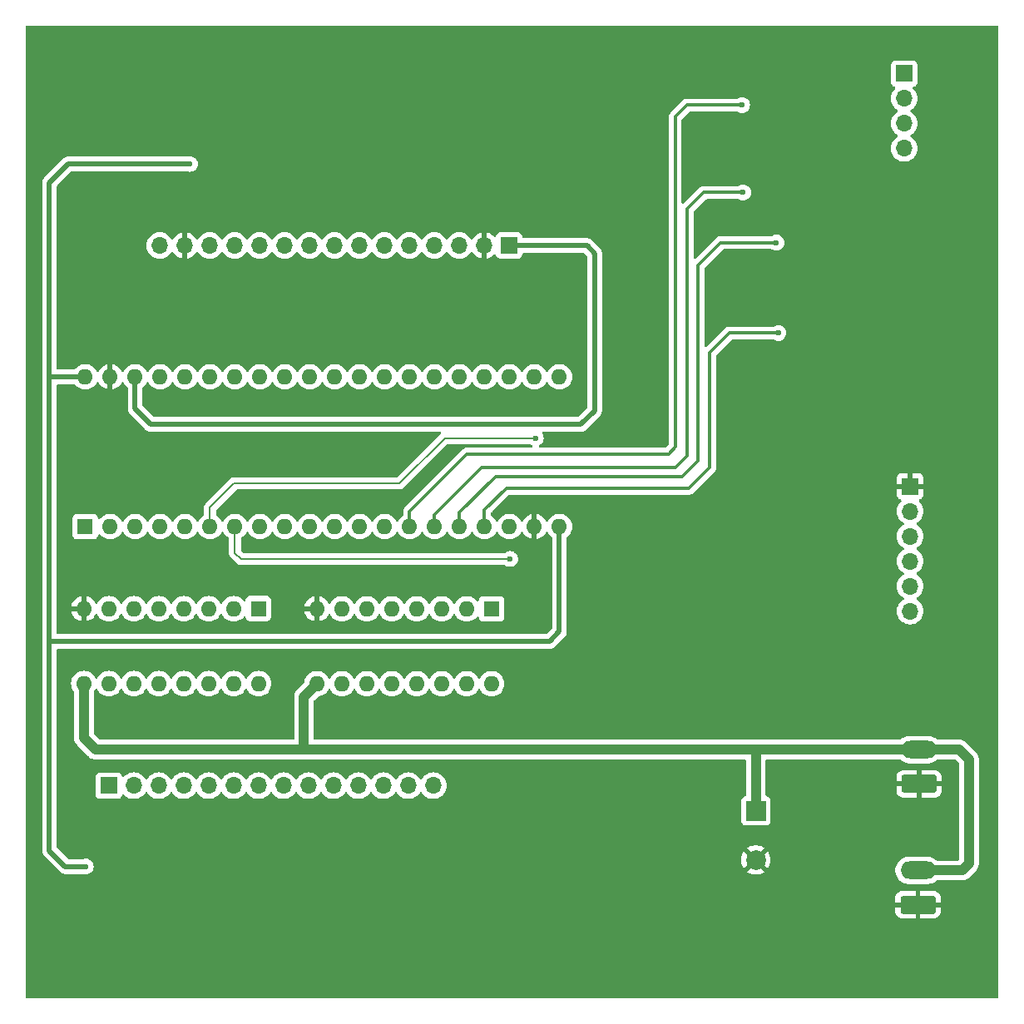
<source format=gbl>
%TF.GenerationSoftware,KiCad,Pcbnew,8.0.6*%
%TF.CreationDate,2024-12-02T12:55:51+01:00*%
%TF.ProjectId,PCB_Tester,5043425f-5465-4737-9465-722e6b696361,rev?*%
%TF.SameCoordinates,Original*%
%TF.FileFunction,Copper,L2,Bot*%
%TF.FilePolarity,Positive*%
%FSLAX46Y46*%
G04 Gerber Fmt 4.6, Leading zero omitted, Abs format (unit mm)*
G04 Created by KiCad (PCBNEW 8.0.6) date 2024-12-02 12:55:51*
%MOMM*%
%LPD*%
G01*
G04 APERTURE LIST*
G04 Aperture macros list*
%AMRoundRect*
0 Rectangle with rounded corners*
0 $1 Rounding radius*
0 $2 $3 $4 $5 $6 $7 $8 $9 X,Y pos of 4 corners*
0 Add a 4 corners polygon primitive as box body*
4,1,4,$2,$3,$4,$5,$6,$7,$8,$9,$2,$3,0*
0 Add four circle primitives for the rounded corners*
1,1,$1+$1,$2,$3*
1,1,$1+$1,$4,$5*
1,1,$1+$1,$6,$7*
1,1,$1+$1,$8,$9*
0 Add four rect primitives between the rounded corners*
20,1,$1+$1,$2,$3,$4,$5,0*
20,1,$1+$1,$4,$5,$6,$7,0*
20,1,$1+$1,$6,$7,$8,$9,0*
20,1,$1+$1,$8,$9,$2,$3,0*%
G04 Aperture macros list end*
%TA.AperFunction,ComponentPad*%
%ADD10R,1.700000X1.700000*%
%TD*%
%TA.AperFunction,ComponentPad*%
%ADD11O,1.700000X1.700000*%
%TD*%
%TA.AperFunction,ComponentPad*%
%ADD12R,2.000000X2.000000*%
%TD*%
%TA.AperFunction,ComponentPad*%
%ADD13C,2.000000*%
%TD*%
%TA.AperFunction,ComponentPad*%
%ADD14RoundRect,0.250000X1.550000X-0.650000X1.550000X0.650000X-1.550000X0.650000X-1.550000X-0.650000X0*%
%TD*%
%TA.AperFunction,ComponentPad*%
%ADD15O,3.600000X1.800000*%
%TD*%
%TA.AperFunction,ComponentPad*%
%ADD16O,1.600000X1.600000*%
%TD*%
%TA.AperFunction,ComponentPad*%
%ADD17R,1.600000X1.600000*%
%TD*%
%TA.AperFunction,ViaPad*%
%ADD18C,0.600000*%
%TD*%
%TA.AperFunction,Conductor*%
%ADD19C,0.200000*%
%TD*%
%TA.AperFunction,Conductor*%
%ADD20C,0.500000*%
%TD*%
%TA.AperFunction,Conductor*%
%ADD21C,1.000000*%
%TD*%
%TA.AperFunction,Conductor*%
%ADD22C,0.300000*%
%TD*%
G04 APERTURE END LIST*
D10*
%TO.P,J6,1,Pin_1*%
%TO.N,GND*%
X180500000Y-87400000D03*
D11*
%TO.P,J6,2,Pin_2*%
%TO.N,TX_1*%
X180500000Y-89940000D03*
%TO.P,J6,3,Pin_3*%
%TO.N,RX_1*%
X180500000Y-92480000D03*
%TO.P,J6,4,Pin_4*%
%TO.N,unconnected-(J6-Pin_4-Pad4)*%
X180500000Y-95020000D03*
%TO.P,J6,5,Pin_5*%
%TO.N,unconnected-(J6-Pin_5-Pad5)*%
X180500000Y-97560000D03*
%TO.P,J6,6,Pin_6*%
%TO.N,unconnected-(J6-Pin_6-Pad6)*%
X180500000Y-100100000D03*
%TD*%
D12*
%TO.P,C9,1*%
%TO.N,+12V*%
X164800000Y-120432323D03*
D13*
%TO.P,C9,2*%
%TO.N,GND*%
X164800000Y-125432323D03*
%TD*%
D14*
%TO.P,J5,1,Pin_1*%
%TO.N,GND*%
X181300000Y-130000000D03*
D15*
%TO.P,J5,2,Pin_2*%
%TO.N,+12V*%
X181300000Y-126500000D03*
%TD*%
D14*
%TO.P,J4,1,Pin_1*%
%TO.N,GND*%
X181400000Y-117700000D03*
D15*
%TO.P,J4,2,Pin_2*%
%TO.N,+12V*%
X181400000Y-114200000D03*
%TD*%
D10*
%TO.P,J2,1,Pin_1*%
%TO.N,+3.3V*%
X139700000Y-62900000D03*
D11*
%TO.P,J2,2,Pin_2*%
%TO.N,GND*%
X137160000Y-62900000D03*
%TO.P,J2,3,Pin_3*%
%TO.N,PC_15_X9*%
X134620000Y-62900000D03*
%TO.P,J2,4,Pin_4*%
%TO.N,PA_0_X4*%
X132080000Y-62900000D03*
%TO.P,J2,5,Pin_5*%
%TO.N,PA_1_X7*%
X129540000Y-62900000D03*
%TO.P,J2,6,Pin_6*%
%TO.N,PA_2_X7*%
X127000000Y-62900000D03*
%TO.P,J2,7,Pin_7*%
%TO.N,PA_3_X24*%
X124460000Y-62900000D03*
%TO.P,J2,8,Pin_8*%
%TO.N,PA_4_X6*%
X121920000Y-62900000D03*
%TO.P,J2,9,Pin_9*%
%TO.N,PA_5_X6*%
X119380000Y-62900000D03*
%TO.P,J2,10,Pin_10*%
%TO.N,PA_6_X5*%
X116840000Y-62900000D03*
%TO.P,J2,11,Pin_11*%
%TO.N,PA_7_X20*%
X114300000Y-62900000D03*
%TO.P,J2,12,Pin_12*%
%TO.N,PB_0_X20*%
X111760000Y-62900000D03*
%TO.P,J2,13,Pin_13*%
%TO.N,PB_1_X19*%
X109220000Y-62900000D03*
%TO.P,J2,14,Pin_14*%
%TO.N,GND*%
X106680000Y-62900000D03*
%TO.P,J2,15,Pin_15*%
%TO.N,+3.3V*%
X104140000Y-62900000D03*
%TD*%
D10*
%TO.P,J1,1,Pin_1*%
%TO.N,Net-(J1-Pin_1)*%
X98940000Y-117872500D03*
D11*
%TO.P,J1,2,Pin_2*%
%TO.N,Net-(J1-Pin_2)*%
X101480000Y-117872500D03*
%TO.P,J1,3,Pin_3*%
%TO.N,Net-(J1-Pin_3)*%
X104020000Y-117872500D03*
%TO.P,J1,4,Pin_4*%
%TO.N,Net-(J1-Pin_4)*%
X106560000Y-117872500D03*
%TO.P,J1,5,Pin_5*%
%TO.N,Net-(J1-Pin_5)*%
X109100000Y-117872500D03*
%TO.P,J1,6,Pin_6*%
%TO.N,Net-(J1-Pin_6)*%
X111640000Y-117872500D03*
%TO.P,J1,7,Pin_7*%
%TO.N,Net-(J1-Pin_7)*%
X114180000Y-117872500D03*
%TO.P,J1,8,Pin_8*%
%TO.N,Net-(J1-Pin_8)*%
X116720000Y-117872500D03*
%TO.P,J1,9,Pin_9*%
%TO.N,Net-(J1-Pin_9)*%
X119260000Y-117872500D03*
%TO.P,J1,10,Pin_10*%
%TO.N,Net-(J1-Pin_10)*%
X121800000Y-117872500D03*
%TO.P,J1,11,Pin_11*%
%TO.N,Net-(J1-Pin_11)*%
X124340000Y-117872500D03*
%TO.P,J1,12,Pin_12*%
%TO.N,Net-(J1-Pin_12)*%
X126880000Y-117872500D03*
%TO.P,J1,13,Pin_13*%
%TO.N,Net-(J1-Pin_13)*%
X129420000Y-117872500D03*
%TO.P,J1,14,Pin_14*%
%TO.N,Net-(J1-Pin_14)*%
X131960000Y-117872500D03*
%TD*%
D16*
%TO.P,U3,40,5V*%
%TO.N,+5V*%
X96540000Y-76260000D03*
%TO.P,U3,39,GND*%
%TO.N,GND*%
X99080000Y-76260000D03*
%TO.P,U3,38,3V3*%
%TO.N,+3.3V*%
X101620000Y-76260000D03*
%TO.P,U3,37,PB10*%
%TO.N,PB_10*%
X104160000Y-76260000D03*
%TO.P,U3,36,PB2*%
%TO.N,PB_2*%
X106700000Y-76260000D03*
%TO.P,U3,35,PB1/ADC9*%
%TO.N,PB_1_X19*%
X109240000Y-76260000D03*
%TO.P,U3,34,PB0/ADC8*%
%TO.N,PB_0_X20*%
X111780000Y-76260000D03*
%TO.P,U3,33,PA7/ADC7*%
%TO.N,PA_7_X20*%
X114320000Y-76260000D03*
%TO.P,U3,32,PA6/ADC6*%
%TO.N,PA_6_X5*%
X116860000Y-76260000D03*
%TO.P,U3,31,PA5/ADC5*%
%TO.N,PA_5_X6*%
X119400000Y-76260000D03*
%TO.P,U3,30,PA4/ADC4*%
%TO.N,PA_4_X6*%
X121940000Y-76260000D03*
%TO.P,U3,29,PA3/ADC3*%
%TO.N,PA_3_X24*%
X124480000Y-76260000D03*
%TO.P,U3,28,PA2/ADC2*%
%TO.N,PA_2_X7*%
X127020000Y-76260000D03*
%TO.P,U3,27,PA1/ADC1*%
%TO.N,PA_1_X7*%
X129560000Y-76260000D03*
%TO.P,U3,26,PA0/ADC0*%
%TO.N,PA_0_X4*%
X132100000Y-76260000D03*
%TO.P,U3,25,NRST*%
%TO.N,unconnected-(U3-NRST-Pad25)*%
X134640000Y-76260000D03*
%TO.P,U3,24,PC15*%
%TO.N,PC_15_X9*%
X137180000Y-76260000D03*
%TO.P,U3,23,PC14*%
%TO.N,PC_14*%
X139720000Y-76260000D03*
%TO.P,U3,22,PC13*%
%TO.N,unconnected-(U3-PC13-Pad22)*%
X142260000Y-76260000D03*
%TO.P,U3,21,VB*%
%TO.N,unconnected-(U3-VB-Pad21)*%
X144800000Y-76260000D03*
%TO.P,U3,20,5V*%
%TO.N,+5V*%
X144800000Y-91500000D03*
%TO.P,U3,19,GND*%
%TO.N,GND*%
X142260000Y-91500000D03*
%TO.P,U3,18,3V3*%
%TO.N,+3.3V*%
X139720000Y-91500000D03*
%TO.P,U3,17,PB9*%
%TO.N,DPS_PWM*%
X137180000Y-91500000D03*
%TO.P,U3,16,PB8*%
%TO.N,TC_PWM*%
X134640000Y-91500000D03*
%TO.P,U3,15,PB7*%
%TO.N,FS_PWM*%
X132100000Y-91500000D03*
%TO.P,U3,14,PB6*%
%TO.N,BS_PWM*%
X129560000Y-91500000D03*
%TO.P,U3,13,PB5*%
%TO.N,PB_5*%
X127020000Y-91500000D03*
%TO.P,U3,12,PB4*%
%TO.N,PB_4_X10*%
X124480000Y-91500000D03*
%TO.P,U3,11,PB3*%
%TO.N,PB_3_X14*%
X121940000Y-91500000D03*
%TO.P,U3,10,PA15*%
%TO.N,PA_15_X14*%
X119400000Y-91500000D03*
%TO.P,U3,9,PA12*%
%TO.N,PA_12_X15*%
X116860000Y-91500000D03*
%TO.P,U3,8,PA11*%
%TO.N,PA_11_X16*%
X114320000Y-91500000D03*
%TO.P,U3,7,PA10*%
%TO.N,RX_1*%
X111780000Y-91500000D03*
%TO.P,U3,6,PA9*%
%TO.N,TX_1*%
X109240000Y-91500000D03*
%TO.P,U3,5,PA8*%
%TO.N,PA_8_X21*%
X106700000Y-91500000D03*
%TO.P,U3,4,PB15*%
%TO.N,PB_15_X21*%
X104160000Y-91500000D03*
%TO.P,U3,3,PB14*%
%TO.N,PB_14_X22*%
X101620000Y-91500000D03*
%TO.P,U3,2,PB13*%
%TO.N,PB_13_X23*%
X99080000Y-91500000D03*
D17*
%TO.P,U3,1,PB12*%
%TO.N,PB_12_X0*%
X96540000Y-91500000D03*
%TD*%
%TO.P,U2,1,I1*%
%TO.N,PC_14*%
X137900000Y-99880000D03*
D16*
%TO.P,U2,2,I2*%
%TO.N,PB_2*%
X135360000Y-99880000D03*
%TO.P,U2,3,I3*%
%TO.N,PB_10*%
X132820000Y-99880000D03*
%TO.P,U2,4,I4*%
%TO.N,PB_5*%
X130280000Y-99880000D03*
%TO.P,U2,5,I5*%
%TO.N,PB_4_X10*%
X127740000Y-99880000D03*
%TO.P,U2,6,I6*%
%TO.N,PB_3_X14*%
X125200000Y-99880000D03*
%TO.P,U2,7,I7*%
%TO.N,PA_15_X14*%
X122660000Y-99880000D03*
%TO.P,U2,8,GND*%
%TO.N,GND*%
X120120000Y-99880000D03*
%TO.P,U2,9,COM*%
%TO.N,+12V*%
X120120000Y-107500000D03*
%TO.P,U2,10,O7*%
%TO.N,Net-(U2-O7)*%
X122660000Y-107500000D03*
%TO.P,U2,11,O6*%
%TO.N,Net-(U2-O6)*%
X125200000Y-107500000D03*
%TO.P,U2,12,O5*%
%TO.N,Net-(U2-O5)*%
X127740000Y-107500000D03*
%TO.P,U2,13,O4*%
%TO.N,Net-(U2-O4)*%
X130280000Y-107500000D03*
%TO.P,U2,14,O3*%
%TO.N,Net-(U2-O3)*%
X132820000Y-107500000D03*
%TO.P,U2,15,O2*%
%TO.N,Net-(U2-O2)*%
X135360000Y-107500000D03*
%TO.P,U2,16,O1*%
%TO.N,Net-(U2-O1)*%
X137900000Y-107500000D03*
%TD*%
D10*
%TO.P,J3,1,Pin_1*%
%TO.N,BS*%
X179900000Y-45400000D03*
D11*
%TO.P,J3,2,Pin_2*%
%TO.N,FS*%
X179900000Y-47940000D03*
%TO.P,J3,3,Pin_3*%
%TO.N,TC*%
X179900000Y-50480000D03*
%TO.P,J3,4,Pin_4*%
%TO.N,PS*%
X179900000Y-53020000D03*
%TD*%
D17*
%TO.P,U1,1,I1*%
%TO.N,PA_12_X15*%
X114180000Y-99860000D03*
D16*
%TO.P,U1,2,I2*%
%TO.N,PA_11_X16*%
X111640000Y-99860000D03*
%TO.P,U1,3,I3*%
%TO.N,PA_8_X21*%
X109100000Y-99860000D03*
%TO.P,U1,4,I4*%
%TO.N,PB_15_X21*%
X106560000Y-99860000D03*
%TO.P,U1,5,I5*%
%TO.N,PB_14_X22*%
X104020000Y-99860000D03*
%TO.P,U1,6,I6*%
%TO.N,PB_13_X23*%
X101480000Y-99860000D03*
%TO.P,U1,7,I7*%
%TO.N,PB_12_X0*%
X98940000Y-99860000D03*
%TO.P,U1,8,GND*%
%TO.N,GND*%
X96400000Y-99860000D03*
%TO.P,U1,9,COM*%
%TO.N,+12V*%
X96400000Y-107480000D03*
%TO.P,U1,10,O7*%
%TO.N,Net-(U1-O7)*%
X98940000Y-107480000D03*
%TO.P,U1,11,O6*%
%TO.N,Net-(U1-O6)*%
X101480000Y-107480000D03*
%TO.P,U1,12,O5*%
%TO.N,Net-(U1-O5)*%
X104020000Y-107480000D03*
%TO.P,U1,13,O4*%
%TO.N,Net-(U1-O4)*%
X106560000Y-107480000D03*
%TO.P,U1,14,O3*%
%TO.N,Net-(U1-O3)*%
X109100000Y-107480000D03*
%TO.P,U1,15,O2*%
%TO.N,Net-(U1-O2)*%
X111640000Y-107480000D03*
%TO.P,U1,16,O1*%
%TO.N,Net-(U1-O1)*%
X114180000Y-107480000D03*
%TD*%
D18*
%TO.N,GND*%
X112600000Y-101500000D03*
X118100000Y-93500000D03*
X134400000Y-79700000D03*
X137000000Y-79000000D03*
X137400000Y-93600000D03*
X113000000Y-93300000D03*
X115600000Y-93400000D03*
X120900000Y-93500000D03*
X131000000Y-93600000D03*
X137100000Y-97300000D03*
X134500000Y-97400000D03*
X123800000Y-97400000D03*
X126400000Y-97400000D03*
X128800000Y-97400000D03*
X131800000Y-97400000D03*
X109600000Y-95200000D03*
X149800000Y-91100000D03*
X178200000Y-91200000D03*
X113400000Y-88200000D03*
%TO.N,RX_1*%
X139800000Y-94800000D03*
%TO.N,GND*%
X97400000Y-101700000D03*
X96400000Y-105100000D03*
X116600000Y-109300000D03*
X115400000Y-111500000D03*
X120000000Y-105200000D03*
X120100000Y-101800000D03*
X116600000Y-101300000D03*
X116600000Y-105300000D03*
X110300000Y-101400000D03*
X107800000Y-101400000D03*
X105300000Y-101500000D03*
X102700000Y-101500000D03*
X100100000Y-101500000D03*
X128400000Y-65900000D03*
X125700000Y-65900000D03*
X123100000Y-65800000D03*
X120600000Y-65800000D03*
X118000000Y-65800000D03*
X115500000Y-65800000D03*
X113000000Y-65800000D03*
X110400000Y-65700000D03*
X110600000Y-73500000D03*
X113100000Y-73500000D03*
X115500000Y-73500000D03*
X118100000Y-73500000D03*
X120600000Y-73500000D03*
X123200000Y-73500000D03*
X125800000Y-73600000D03*
X128200000Y-73600000D03*
X130800000Y-73600000D03*
X130800000Y-66500000D03*
X133300000Y-66500000D03*
X134700000Y-73500000D03*
X155200000Y-82400000D03*
X94300000Y-77600000D03*
X94200000Y-84300000D03*
X94400000Y-93200000D03*
X94200000Y-101900000D03*
X94400000Y-123600000D03*
X94200000Y-104700000D03*
X94400000Y-112700000D03*
X96100000Y-115000000D03*
X96100000Y-124500000D03*
X96100000Y-119800000D03*
X177700000Y-128000000D03*
X184400000Y-130100000D03*
X184900000Y-124900000D03*
X184700000Y-116000000D03*
X184400000Y-122100000D03*
X177600000Y-122100000D03*
X170700000Y-121100000D03*
X170500000Y-126200000D03*
X171500000Y-115900000D03*
X163000000Y-115900000D03*
X166500000Y-115900000D03*
X138200000Y-69200000D03*
X138600000Y-73700000D03*
X136500000Y-66400000D03*
X142100000Y-64700000D03*
X146400000Y-73200000D03*
X142000000Y-73100000D03*
X142100000Y-69000000D03*
X146500000Y-69100000D03*
X146500000Y-64800000D03*
X103500000Y-65500000D03*
X103500000Y-69800000D03*
X103400000Y-73900000D03*
X107900000Y-69900000D03*
X107800000Y-74000000D03*
X107900000Y-65600000D03*
X102900000Y-60100000D03*
X102900000Y-56600000D03*
X107300000Y-56700000D03*
X107300000Y-60200000D03*
X99600000Y-65500000D03*
X99600000Y-69800000D03*
X99500000Y-73900000D03*
X99600000Y-60100000D03*
X99600000Y-56600000D03*
X95200000Y-60000000D03*
X95200000Y-56500000D03*
X95200000Y-69700000D03*
X95100000Y-73800000D03*
X95200000Y-65400000D03*
X184500000Y-54200000D03*
X184300000Y-49400000D03*
X184500000Y-75100000D03*
X184500000Y-69800000D03*
X184500000Y-63800000D03*
X184400000Y-44900000D03*
X184500000Y-58700000D03*
X90800000Y-88700000D03*
X90800000Y-83900000D03*
X91000000Y-93200000D03*
X91000000Y-109600000D03*
X91000000Y-104300000D03*
X91000000Y-98300000D03*
X90800000Y-55000000D03*
X91200000Y-114700000D03*
X91200000Y-125800000D03*
X91000000Y-75900000D03*
X91000000Y-70600000D03*
X91000000Y-64600000D03*
X91200000Y-119800000D03*
X91000000Y-59500000D03*
X90900000Y-79400000D03*
X188800000Y-113800000D03*
X188800000Y-130200000D03*
X188800000Y-124900000D03*
X188800000Y-118900000D03*
X188600000Y-54100000D03*
X188400000Y-49300000D03*
X188600000Y-58600000D03*
X188600000Y-75000000D03*
X188600000Y-69700000D03*
X188600000Y-63700000D03*
X188500000Y-44800000D03*
X174200000Y-116500000D03*
X174200000Y-127400000D03*
X174200000Y-120400000D03*
X174200000Y-124000000D03*
X163300000Y-130300000D03*
X174200000Y-130300000D03*
X170300000Y-130300000D03*
X166700000Y-130300000D03*
X140800000Y-125900000D03*
X137700000Y-125900000D03*
X155800000Y-125900000D03*
X147500000Y-125900000D03*
X152900000Y-125900000D03*
X159500000Y-125900000D03*
X135100000Y-125900000D03*
X150200000Y-125900000D03*
X144300000Y-125900000D03*
X140600000Y-117000000D03*
X137500000Y-117000000D03*
X155600000Y-117000000D03*
X147300000Y-117000000D03*
X152700000Y-117000000D03*
X159300000Y-117000000D03*
X134900000Y-117000000D03*
X150000000Y-117000000D03*
X144100000Y-117000000D03*
X135000000Y-121200000D03*
X144200000Y-121200000D03*
X150100000Y-121200000D03*
X155700000Y-121200000D03*
X147400000Y-121200000D03*
X152800000Y-121200000D03*
X140700000Y-121200000D03*
X159400000Y-121200000D03*
X137600000Y-121200000D03*
X152600000Y-73800000D03*
X152600000Y-80400000D03*
X152600000Y-67900000D03*
X152600000Y-77300000D03*
X152600000Y-62700000D03*
X152600000Y-65200000D03*
X152600000Y-70600000D03*
X155100000Y-59300000D03*
X144000000Y-59300000D03*
X140500000Y-59300000D03*
X149900000Y-59300000D03*
X152600000Y-59300000D03*
X147200000Y-59300000D03*
X137400000Y-59300000D03*
X155200000Y-55200000D03*
X140600000Y-55200000D03*
X150000000Y-55200000D03*
X152700000Y-55200000D03*
X144100000Y-55200000D03*
X147300000Y-55200000D03*
X137500000Y-55200000D03*
X185800000Y-92300000D03*
X188600000Y-92300000D03*
X182900000Y-92300000D03*
X186000000Y-108700000D03*
X186000000Y-103400000D03*
X185800000Y-97400000D03*
X188600000Y-97400000D03*
X188600000Y-108700000D03*
X188600000Y-103400000D03*
X173500000Y-111600000D03*
X162600000Y-111600000D03*
X145100000Y-111600000D03*
X139700000Y-111600000D03*
X142400000Y-111600000D03*
X155600000Y-111600000D03*
X159000000Y-111600000D03*
X170000000Y-111600000D03*
X176700000Y-111600000D03*
X166500000Y-111600000D03*
X151700000Y-111600000D03*
X148000000Y-111600000D03*
X172500000Y-108700000D03*
X161500000Y-108700000D03*
X179200000Y-108700000D03*
X154200000Y-108700000D03*
X150500000Y-108700000D03*
X169000000Y-108700000D03*
X183100000Y-108700000D03*
X165100000Y-108700000D03*
X144900000Y-108700000D03*
X147600000Y-108700000D03*
X141700000Y-108700000D03*
X176000000Y-108700000D03*
X158100000Y-108700000D03*
X176200000Y-103300000D03*
X165300000Y-103300000D03*
X183100000Y-103400000D03*
X172700000Y-103300000D03*
X150700000Y-103300000D03*
X147800000Y-103300000D03*
X161700000Y-103300000D03*
X169200000Y-103300000D03*
X179400000Y-103300000D03*
X154400000Y-103300000D03*
X158300000Y-103300000D03*
X161500000Y-97300000D03*
X154200000Y-97300000D03*
X150500000Y-97300000D03*
X147600000Y-97300000D03*
X176000000Y-97300000D03*
X172500000Y-97300000D03*
X141500000Y-97400000D03*
X158100000Y-97300000D03*
X169000000Y-97300000D03*
X165100000Y-97300000D03*
X182900000Y-97400000D03*
X141300000Y-101500000D03*
X146000000Y-82600000D03*
X146100000Y-78900000D03*
X141000000Y-79000000D03*
X131400000Y-85900000D03*
X127700000Y-88200000D03*
X127600000Y-83400000D03*
X169700000Y-87800000D03*
X175000000Y-87800000D03*
X167100000Y-87800000D03*
X162300000Y-87800000D03*
X177600000Y-87800000D03*
X185900000Y-87800000D03*
X183400000Y-87800000D03*
X164700000Y-87800000D03*
X188400000Y-87800000D03*
X172300000Y-87800000D03*
X169700000Y-83000000D03*
X175000000Y-83000000D03*
X172300000Y-83000000D03*
X167100000Y-83000000D03*
X164700000Y-83000000D03*
X180200000Y-83000000D03*
X162300000Y-83000000D03*
X188400000Y-83000000D03*
X185900000Y-83000000D03*
X177600000Y-83000000D03*
X183400000Y-83000000D03*
X186000000Y-78500000D03*
X177700000Y-78500000D03*
X183500000Y-78500000D03*
X162400000Y-78500000D03*
X164800000Y-78500000D03*
X180300000Y-78500000D03*
X188500000Y-78500000D03*
X169800000Y-78500000D03*
X175100000Y-78500000D03*
X172400000Y-78500000D03*
X167200000Y-78500000D03*
X102900000Y-87700000D03*
X121700000Y-88100000D03*
X119200000Y-88100000D03*
X100500000Y-87700000D03*
X124200000Y-88200000D03*
X116000000Y-88100000D03*
X108100000Y-87700000D03*
X98100000Y-87700000D03*
X105500000Y-87700000D03*
X121700000Y-83400000D03*
X113400000Y-83400000D03*
X116000000Y-83400000D03*
X108100000Y-83400000D03*
X119200000Y-83400000D03*
X100500000Y-83400000D03*
X102900000Y-83400000D03*
X110800000Y-83400000D03*
X124200000Y-83400000D03*
X98100000Y-83400000D03*
X105500000Y-83400000D03*
X178400000Y-62400000D03*
X178400000Y-65900000D03*
X178400000Y-69400000D03*
X178400000Y-73300000D03*
X178400000Y-54800000D03*
X178400000Y-59200000D03*
X175700000Y-69200000D03*
X174900000Y-60300000D03*
X160700000Y-69200000D03*
X166100000Y-69200000D03*
X169000000Y-69200000D03*
X163400000Y-69200000D03*
X172700000Y-69200000D03*
X167700000Y-60300000D03*
X171400000Y-60300000D03*
X162100000Y-60300000D03*
X164800000Y-60300000D03*
X159400000Y-60300000D03*
X167700000Y-50900000D03*
X162300000Y-50900000D03*
X165000000Y-50900000D03*
X174300000Y-50900000D03*
X170600000Y-50900000D03*
X114700000Y-50900000D03*
X106400000Y-50900000D03*
X144100000Y-50900000D03*
X127000000Y-50900000D03*
X152700000Y-50900000D03*
X147300000Y-50900000D03*
X109000000Y-50900000D03*
X129700000Y-50900000D03*
X140600000Y-50900000D03*
X150000000Y-50900000D03*
X101100000Y-50900000D03*
X124500000Y-51000000D03*
X134900000Y-50900000D03*
X132300000Y-50900000D03*
X112200000Y-50900000D03*
X159300000Y-50900000D03*
X137500000Y-50900000D03*
X93500000Y-50900000D03*
X95900000Y-50900000D03*
X103800000Y-50900000D03*
X119700000Y-50900000D03*
X155200000Y-50900000D03*
X117200000Y-50900000D03*
X91100000Y-50900000D03*
X98500000Y-50900000D03*
X121900000Y-51000000D03*
X103800000Y-45500000D03*
X114700000Y-45500000D03*
X134900000Y-45500000D03*
X106400000Y-45500000D03*
X122000000Y-45500000D03*
X117200000Y-45500000D03*
X91100000Y-45500000D03*
X101100000Y-45500000D03*
X112200000Y-45500000D03*
X93500000Y-45500000D03*
X144100000Y-45500000D03*
X95900000Y-45500000D03*
X150000000Y-45500000D03*
X98500000Y-45500000D03*
X155600000Y-45500000D03*
X147300000Y-45500000D03*
X127000000Y-45500000D03*
X152700000Y-45500000D03*
X140600000Y-45500000D03*
X109000000Y-45500000D03*
X124400000Y-45500000D03*
X119600000Y-45500000D03*
X132300000Y-45500000D03*
X159300000Y-45500000D03*
X129700000Y-45500000D03*
X137500000Y-45500000D03*
X93500000Y-130200000D03*
X101100000Y-130200000D03*
X95900000Y-130200000D03*
X98500000Y-130200000D03*
X155600000Y-130200000D03*
X152700000Y-130200000D03*
X159300000Y-130200000D03*
X144100000Y-130200000D03*
X147300000Y-130200000D03*
X140600000Y-130200000D03*
X119600000Y-130200000D03*
X124400000Y-130200000D03*
X150000000Y-130200000D03*
X137500000Y-130200000D03*
X109000000Y-130200000D03*
X127000000Y-130200000D03*
X112200000Y-130200000D03*
X129700000Y-130200000D03*
X132300000Y-130200000D03*
X91100000Y-130200000D03*
X103800000Y-130200000D03*
X114700000Y-130200000D03*
X134900000Y-130200000D03*
X106400000Y-130200000D03*
X122000000Y-130200000D03*
X117200000Y-130200000D03*
X93600000Y-134500000D03*
X101200000Y-134500000D03*
X96000000Y-134500000D03*
X98600000Y-134500000D03*
X170300000Y-134500000D03*
X155700000Y-134500000D03*
X177700000Y-134500000D03*
X152800000Y-134500000D03*
X159400000Y-134500000D03*
X166700000Y-134500000D03*
X174200000Y-134500000D03*
X144200000Y-134500000D03*
X181200000Y-134500000D03*
X147400000Y-134500000D03*
X163300000Y-134500000D03*
X140700000Y-134500000D03*
X119700000Y-134500000D03*
X124500000Y-134500000D03*
X150100000Y-134500000D03*
X137600000Y-134500000D03*
X109100000Y-134500000D03*
X127100000Y-134500000D03*
X112300000Y-134500000D03*
X129800000Y-134500000D03*
X188800000Y-134500000D03*
X132400000Y-134500000D03*
X91200000Y-134500000D03*
X103900000Y-134500000D03*
X114800000Y-134500000D03*
X184400000Y-134500000D03*
X135000000Y-134500000D03*
X106500000Y-134500000D03*
X122100000Y-134500000D03*
X117300000Y-134500000D03*
X166700000Y-138400000D03*
X159400000Y-138400000D03*
X155700000Y-138400000D03*
X152800000Y-138400000D03*
X144200000Y-138400000D03*
X181200000Y-138400000D03*
X177700000Y-138400000D03*
X147400000Y-138400000D03*
X163300000Y-138400000D03*
X174200000Y-138400000D03*
X170300000Y-138400000D03*
X150100000Y-138400000D03*
X188800000Y-138400000D03*
X184400000Y-138400000D03*
X106500000Y-138400000D03*
X124500000Y-138400000D03*
X117300000Y-138400000D03*
X109100000Y-138400000D03*
X127100000Y-138400000D03*
X114800000Y-138400000D03*
X122100000Y-138400000D03*
X119700000Y-138400000D03*
X112300000Y-138400000D03*
X103900000Y-138400000D03*
X135000000Y-138400000D03*
X140700000Y-138400000D03*
X129800000Y-138400000D03*
X137600000Y-138400000D03*
X132400000Y-138400000D03*
X91200000Y-138400000D03*
X96000000Y-138400000D03*
X93600000Y-138400000D03*
X101200000Y-138400000D03*
X98600000Y-138400000D03*
X188700000Y-42000000D03*
X184300000Y-42000000D03*
X181100000Y-42000000D03*
X177600000Y-42000000D03*
X174100000Y-42000000D03*
X170200000Y-42000000D03*
X166600000Y-42000000D03*
X163200000Y-42000000D03*
X159300000Y-42000000D03*
X155600000Y-42000000D03*
X152700000Y-42000000D03*
X150000000Y-42000000D03*
X147300000Y-42000000D03*
X144100000Y-42000000D03*
X140600000Y-42000000D03*
X137500000Y-42000000D03*
X134900000Y-42000000D03*
X132300000Y-42000000D03*
X129700000Y-42000000D03*
X127000000Y-42000000D03*
X124400000Y-42000000D03*
X122000000Y-42000000D03*
X119600000Y-42000000D03*
X117200000Y-42000000D03*
X114700000Y-42000000D03*
X112200000Y-42000000D03*
X109000000Y-42000000D03*
X106400000Y-42000000D03*
X103800000Y-42000000D03*
X101100000Y-42000000D03*
X98500000Y-42000000D03*
X95900000Y-42000000D03*
X93500000Y-42000000D03*
X91100000Y-42000000D03*
X123900000Y-101600000D03*
X126500000Y-101600000D03*
X129000000Y-101600000D03*
X131500000Y-101600000D03*
X134100000Y-101600000D03*
X136400000Y-101600000D03*
%TO.N,+3.3V*%
X139400000Y-81100000D03*
%TO.N,+5V*%
X96600000Y-126100000D03*
X107200000Y-54600000D03*
%TO.N,BS_PWM*%
X163400000Y-48600000D03*
%TO.N,FS_PWM*%
X163500000Y-57500000D03*
%TO.N,TC_PWM*%
X166900000Y-62600000D03*
%TO.N,DPS_PWM*%
X167100000Y-71800000D03*
%TO.N,GND*%
X112900000Y-110900000D03*
X122800000Y-110800000D03*
X100200000Y-110800000D03*
X125200000Y-110900000D03*
X104300000Y-95100000D03*
X130400000Y-110900000D03*
X120300000Y-110900000D03*
X133000000Y-110900000D03*
X106900000Y-95200000D03*
X110300000Y-110900000D03*
X127800000Y-110900000D03*
X101700000Y-95000000D03*
X98800000Y-95000000D03*
X102700000Y-110900000D03*
X105200000Y-110900000D03*
X105500000Y-78600000D03*
X107700000Y-110900000D03*
%TO.N,TX_1*%
X142400000Y-82500000D03*
%TD*%
D19*
%TO.N,TX_1*%
X128548529Y-87100000D02*
X133148529Y-82500000D01*
X133148529Y-82500000D02*
X142400000Y-82500000D01*
X111700000Y-87100000D02*
X128548529Y-87100000D01*
X109240000Y-89560000D02*
X111700000Y-87100000D01*
X109240000Y-91500000D02*
X109240000Y-89560000D01*
%TO.N,RX_1*%
X112400000Y-94800000D02*
X111780000Y-94180000D01*
X139800000Y-94800000D02*
X112400000Y-94800000D01*
X111780000Y-94180000D02*
X111780000Y-91500000D01*
D20*
%TO.N,+3.3V*%
X147600000Y-62900000D02*
X139700000Y-62900000D01*
X148400000Y-63700000D02*
X147600000Y-62900000D01*
X148400000Y-79700000D02*
X148400000Y-63700000D01*
X147000000Y-81100000D02*
X148400000Y-79700000D01*
X139400000Y-81100000D02*
X147000000Y-81100000D01*
X103200000Y-81100000D02*
X139400000Y-81100000D01*
X101620000Y-76260000D02*
X101620000Y-79520000D01*
X101620000Y-79520000D02*
X103200000Y-81100000D01*
%TO.N,+5V*%
X92960000Y-76260000D02*
X92900000Y-76200000D01*
X96540000Y-76260000D02*
X92960000Y-76260000D01*
X144800000Y-102200000D02*
X144800000Y-91500000D01*
X143800000Y-103200000D02*
X144800000Y-102200000D01*
X92900000Y-103200000D02*
X92900000Y-124500000D01*
X92900000Y-103200000D02*
X143800000Y-103200000D01*
X92900000Y-76200000D02*
X92900000Y-103200000D01*
X94500000Y-126100000D02*
X96600000Y-126100000D01*
X92900000Y-124500000D02*
X94500000Y-126100000D01*
X92900000Y-56500000D02*
X94800000Y-54600000D01*
X92900000Y-76200000D02*
X92900000Y-56500000D01*
X94800000Y-54600000D02*
X107200000Y-54600000D01*
D21*
%TO.N,+12V*%
X164800000Y-120432323D02*
X164800000Y-114200000D01*
X164800000Y-114200000D02*
X118900000Y-114200000D01*
X181400000Y-114200000D02*
X164800000Y-114200000D01*
X118800000Y-114100000D02*
X118900000Y-114200000D01*
X118800000Y-108820000D02*
X118800000Y-114100000D01*
X120120000Y-107500000D02*
X118800000Y-108820000D01*
X118900000Y-114200000D02*
X97600000Y-114200000D01*
X96400000Y-113000000D02*
X96400000Y-107480000D01*
X97600000Y-114200000D02*
X96400000Y-113000000D01*
X185800000Y-126500000D02*
X181300000Y-126500000D01*
X186500000Y-125800000D02*
X185800000Y-126500000D01*
X186500000Y-115200000D02*
X186500000Y-125800000D01*
X185500000Y-114200000D02*
X186500000Y-115200000D01*
X181400000Y-114200000D02*
X185500000Y-114200000D01*
D22*
%TO.N,BS_PWM*%
X157800000Y-48600000D02*
X163400000Y-48600000D01*
X156600000Y-49800000D02*
X157800000Y-48600000D01*
X156600000Y-83400000D02*
X156600000Y-49800000D01*
X155900000Y-84100000D02*
X156600000Y-83400000D01*
X135400000Y-84100000D02*
X155900000Y-84100000D01*
X129560000Y-89940000D02*
X135400000Y-84100000D01*
X129560000Y-91500000D02*
X129560000Y-89940000D01*
%TO.N,FS_PWM*%
X159500000Y-57500000D02*
X163500000Y-57500000D01*
X157800000Y-59200000D02*
X159500000Y-57500000D01*
X157800000Y-84300000D02*
X157800000Y-59200000D01*
X136900000Y-85500000D02*
X156600000Y-85500000D01*
X156600000Y-85500000D02*
X157800000Y-84300000D01*
X132100000Y-90300000D02*
X136900000Y-85500000D01*
X132100000Y-91500000D02*
X132100000Y-90300000D01*
%TO.N,TC_PWM*%
X161200000Y-62600000D02*
X166900000Y-62600000D01*
X158900000Y-64900000D02*
X161200000Y-62600000D01*
X138300000Y-86400000D02*
X157300000Y-86400000D01*
X158900000Y-84800000D02*
X158900000Y-64900000D01*
X157300000Y-86400000D02*
X158900000Y-84800000D01*
X134640000Y-90060000D02*
X138300000Y-86400000D01*
X134640000Y-91500000D02*
X134640000Y-90060000D01*
%TO.N,DPS_PWM*%
X162100000Y-71800000D02*
X167100000Y-71800000D01*
X160100000Y-73800000D02*
X162100000Y-71800000D01*
X160100000Y-85500000D02*
X160100000Y-73800000D01*
X139400000Y-87600000D02*
X158000000Y-87600000D01*
X137180000Y-89820000D02*
X139400000Y-87600000D01*
X137180000Y-91500000D02*
X137180000Y-89820000D01*
X158000000Y-87600000D02*
X160100000Y-85500000D01*
%TD*%
%TA.AperFunction,Conductor*%
%TO.N,GND*%
G36*
X99330000Y-77538872D02*
G01*
X99526317Y-77486269D01*
X99526326Y-77486265D01*
X99732482Y-77390134D01*
X99918820Y-77259657D01*
X100079657Y-77098820D01*
X100210132Y-76912484D01*
X100237341Y-76854134D01*
X100283513Y-76801695D01*
X100350707Y-76782542D01*
X100417588Y-76802757D01*
X100462106Y-76854133D01*
X100489431Y-76912732D01*
X100489432Y-76912734D01*
X100619954Y-77099141D01*
X100780859Y-77260046D01*
X100816621Y-77285086D01*
X100860247Y-77339662D01*
X100869500Y-77386662D01*
X100869500Y-79593918D01*
X100869500Y-79593920D01*
X100869499Y-79593920D01*
X100898340Y-79738907D01*
X100898343Y-79738917D01*
X100912842Y-79773920D01*
X100954916Y-79875495D01*
X100974341Y-79904567D01*
X100983925Y-79918911D01*
X101037049Y-79998418D01*
X101037052Y-79998421D01*
X102617048Y-81578415D01*
X102617049Y-81578416D01*
X102721584Y-81682951D01*
X102721585Y-81682952D01*
X102844498Y-81765080D01*
X102844511Y-81765087D01*
X102981082Y-81821656D01*
X102981087Y-81821658D01*
X102981091Y-81821658D01*
X102981092Y-81821659D01*
X103126079Y-81850500D01*
X103126082Y-81850500D01*
X132649431Y-81850500D01*
X132716470Y-81870185D01*
X132762225Y-81922989D01*
X132772169Y-81992147D01*
X132743144Y-82055703D01*
X132737112Y-82062181D01*
X132668007Y-82131286D01*
X128336113Y-86463181D01*
X128274790Y-86496666D01*
X128248432Y-86499500D01*
X111620940Y-86499500D01*
X111580019Y-86510464D01*
X111580019Y-86510465D01*
X111542751Y-86520451D01*
X111468214Y-86540423D01*
X111468209Y-86540426D01*
X111331290Y-86619475D01*
X111331282Y-86619481D01*
X108759481Y-89191282D01*
X108759477Y-89191287D01*
X108718554Y-89262170D01*
X108718554Y-89262171D01*
X108680423Y-89328214D01*
X108680423Y-89328215D01*
X108639499Y-89480943D01*
X108639499Y-89480945D01*
X108639499Y-89649046D01*
X108639500Y-89649059D01*
X108639500Y-90268306D01*
X108619815Y-90335345D01*
X108586623Y-90369881D01*
X108400859Y-90499953D01*
X108239954Y-90660858D01*
X108109432Y-90847265D01*
X108109431Y-90847267D01*
X108082382Y-90905275D01*
X108036209Y-90957714D01*
X107969016Y-90976866D01*
X107902135Y-90956650D01*
X107857618Y-90905275D01*
X107830686Y-90847520D01*
X107830568Y-90847266D01*
X107700047Y-90660861D01*
X107700045Y-90660858D01*
X107539141Y-90499954D01*
X107352734Y-90369432D01*
X107352732Y-90369431D01*
X107146497Y-90273261D01*
X107146488Y-90273258D01*
X106926697Y-90214366D01*
X106926693Y-90214365D01*
X106926692Y-90214365D01*
X106926691Y-90214364D01*
X106926686Y-90214364D01*
X106700002Y-90194532D01*
X106699998Y-90194532D01*
X106473313Y-90214364D01*
X106473302Y-90214366D01*
X106253511Y-90273258D01*
X106253502Y-90273261D01*
X106047267Y-90369431D01*
X106047265Y-90369432D01*
X105860858Y-90499954D01*
X105699954Y-90660858D01*
X105569432Y-90847265D01*
X105569431Y-90847267D01*
X105542382Y-90905275D01*
X105496209Y-90957714D01*
X105429016Y-90976866D01*
X105362135Y-90956650D01*
X105317618Y-90905275D01*
X105290686Y-90847520D01*
X105290568Y-90847266D01*
X105160047Y-90660861D01*
X105160045Y-90660858D01*
X104999141Y-90499954D01*
X104812734Y-90369432D01*
X104812732Y-90369431D01*
X104606497Y-90273261D01*
X104606488Y-90273258D01*
X104386697Y-90214366D01*
X104386693Y-90214365D01*
X104386692Y-90214365D01*
X104386691Y-90214364D01*
X104386686Y-90214364D01*
X104160002Y-90194532D01*
X104159998Y-90194532D01*
X103933313Y-90214364D01*
X103933302Y-90214366D01*
X103713511Y-90273258D01*
X103713502Y-90273261D01*
X103507267Y-90369431D01*
X103507265Y-90369432D01*
X103320858Y-90499954D01*
X103159954Y-90660858D01*
X103029432Y-90847265D01*
X103029431Y-90847267D01*
X103002382Y-90905275D01*
X102956209Y-90957714D01*
X102889016Y-90976866D01*
X102822135Y-90956650D01*
X102777618Y-90905275D01*
X102750686Y-90847520D01*
X102750568Y-90847266D01*
X102620047Y-90660861D01*
X102620045Y-90660858D01*
X102459141Y-90499954D01*
X102272734Y-90369432D01*
X102272732Y-90369431D01*
X102066497Y-90273261D01*
X102066488Y-90273258D01*
X101846697Y-90214366D01*
X101846693Y-90214365D01*
X101846692Y-90214365D01*
X101846691Y-90214364D01*
X101846686Y-90214364D01*
X101620002Y-90194532D01*
X101619998Y-90194532D01*
X101393313Y-90214364D01*
X101393302Y-90214366D01*
X101173511Y-90273258D01*
X101173502Y-90273261D01*
X100967267Y-90369431D01*
X100967265Y-90369432D01*
X100780858Y-90499954D01*
X100619954Y-90660858D01*
X100489432Y-90847265D01*
X100489431Y-90847267D01*
X100462382Y-90905275D01*
X100416209Y-90957714D01*
X100349016Y-90976866D01*
X100282135Y-90956650D01*
X100237618Y-90905275D01*
X100210686Y-90847520D01*
X100210568Y-90847266D01*
X100080047Y-90660861D01*
X100080045Y-90660858D01*
X99919141Y-90499954D01*
X99732734Y-90369432D01*
X99732732Y-90369431D01*
X99526497Y-90273261D01*
X99526488Y-90273258D01*
X99306697Y-90214366D01*
X99306693Y-90214365D01*
X99306692Y-90214365D01*
X99306691Y-90214364D01*
X99306686Y-90214364D01*
X99080002Y-90194532D01*
X99079998Y-90194532D01*
X98853313Y-90214364D01*
X98853302Y-90214366D01*
X98633511Y-90273258D01*
X98633502Y-90273261D01*
X98427267Y-90369431D01*
X98427265Y-90369432D01*
X98240858Y-90499954D01*
X98079954Y-90660858D01*
X98062725Y-90685464D01*
X98008147Y-90729088D01*
X97938648Y-90736280D01*
X97876294Y-90704757D01*
X97840882Y-90644526D01*
X97837861Y-90627591D01*
X97834091Y-90592516D01*
X97783797Y-90457671D01*
X97783793Y-90457664D01*
X97697547Y-90342455D01*
X97697544Y-90342452D01*
X97582335Y-90256206D01*
X97582328Y-90256202D01*
X97447482Y-90205908D01*
X97447483Y-90205908D01*
X97387883Y-90199501D01*
X97387881Y-90199500D01*
X97387873Y-90199500D01*
X97387864Y-90199500D01*
X95692129Y-90199500D01*
X95692123Y-90199501D01*
X95632516Y-90205908D01*
X95497671Y-90256202D01*
X95497664Y-90256206D01*
X95382455Y-90342452D01*
X95382452Y-90342455D01*
X95296206Y-90457664D01*
X95296202Y-90457671D01*
X95245908Y-90592517D01*
X95239501Y-90652116D01*
X95239500Y-90652135D01*
X95239500Y-92347870D01*
X95239501Y-92347876D01*
X95245908Y-92407483D01*
X95296202Y-92542328D01*
X95296206Y-92542335D01*
X95382452Y-92657544D01*
X95382455Y-92657547D01*
X95497664Y-92743793D01*
X95497671Y-92743797D01*
X95632517Y-92794091D01*
X95632516Y-92794091D01*
X95639444Y-92794835D01*
X95692127Y-92800500D01*
X97387872Y-92800499D01*
X97447483Y-92794091D01*
X97582331Y-92743796D01*
X97697546Y-92657546D01*
X97783796Y-92542331D01*
X97834091Y-92407483D01*
X97837862Y-92372401D01*
X97864599Y-92307855D01*
X97921990Y-92268006D01*
X97991816Y-92265511D01*
X98051905Y-92301163D01*
X98062726Y-92314536D01*
X98079956Y-92339143D01*
X98240858Y-92500045D01*
X98240861Y-92500047D01*
X98427266Y-92630568D01*
X98633504Y-92726739D01*
X98853308Y-92785635D01*
X99015230Y-92799801D01*
X99079998Y-92805468D01*
X99080000Y-92805468D01*
X99080002Y-92805468D01*
X99136807Y-92800498D01*
X99306692Y-92785635D01*
X99526496Y-92726739D01*
X99732734Y-92630568D01*
X99919139Y-92500047D01*
X100080047Y-92339139D01*
X100210568Y-92152734D01*
X100237618Y-92094724D01*
X100283790Y-92042285D01*
X100350983Y-92023133D01*
X100417865Y-92043348D01*
X100462382Y-92094725D01*
X100489429Y-92152728D01*
X100489432Y-92152734D01*
X100619954Y-92339141D01*
X100780858Y-92500045D01*
X100780861Y-92500047D01*
X100967266Y-92630568D01*
X101173504Y-92726739D01*
X101393308Y-92785635D01*
X101555230Y-92799801D01*
X101619998Y-92805468D01*
X101620000Y-92805468D01*
X101620002Y-92805468D01*
X101676807Y-92800498D01*
X101846692Y-92785635D01*
X102066496Y-92726739D01*
X102272734Y-92630568D01*
X102459139Y-92500047D01*
X102620047Y-92339139D01*
X102750568Y-92152734D01*
X102777618Y-92094724D01*
X102823790Y-92042285D01*
X102890983Y-92023133D01*
X102957865Y-92043348D01*
X103002382Y-92094725D01*
X103029429Y-92152728D01*
X103029432Y-92152734D01*
X103159954Y-92339141D01*
X103320858Y-92500045D01*
X103320861Y-92500047D01*
X103507266Y-92630568D01*
X103713504Y-92726739D01*
X103933308Y-92785635D01*
X104095230Y-92799801D01*
X104159998Y-92805468D01*
X104160000Y-92805468D01*
X104160002Y-92805468D01*
X104216807Y-92800498D01*
X104386692Y-92785635D01*
X104606496Y-92726739D01*
X104812734Y-92630568D01*
X104999139Y-92500047D01*
X105160047Y-92339139D01*
X105290568Y-92152734D01*
X105317618Y-92094724D01*
X105363790Y-92042285D01*
X105430983Y-92023133D01*
X105497865Y-92043348D01*
X105542382Y-92094725D01*
X105569429Y-92152728D01*
X105569432Y-92152734D01*
X105699954Y-92339141D01*
X105860858Y-92500045D01*
X105860861Y-92500047D01*
X106047266Y-92630568D01*
X106253504Y-92726739D01*
X106473308Y-92785635D01*
X106635230Y-92799801D01*
X106699998Y-92805468D01*
X106700000Y-92805468D01*
X106700002Y-92805468D01*
X106756807Y-92800498D01*
X106926692Y-92785635D01*
X107146496Y-92726739D01*
X107352734Y-92630568D01*
X107539139Y-92500047D01*
X107700047Y-92339139D01*
X107830568Y-92152734D01*
X107857618Y-92094724D01*
X107903790Y-92042285D01*
X107970983Y-92023133D01*
X108037865Y-92043348D01*
X108082382Y-92094725D01*
X108109429Y-92152728D01*
X108109432Y-92152734D01*
X108239954Y-92339141D01*
X108400858Y-92500045D01*
X108400861Y-92500047D01*
X108587266Y-92630568D01*
X108793504Y-92726739D01*
X109013308Y-92785635D01*
X109175230Y-92799801D01*
X109239998Y-92805468D01*
X109240000Y-92805468D01*
X109240002Y-92805468D01*
X109296807Y-92800498D01*
X109466692Y-92785635D01*
X109686496Y-92726739D01*
X109892734Y-92630568D01*
X110079139Y-92500047D01*
X110240047Y-92339139D01*
X110370568Y-92152734D01*
X110397618Y-92094724D01*
X110443790Y-92042285D01*
X110510983Y-92023133D01*
X110577865Y-92043348D01*
X110622382Y-92094725D01*
X110649429Y-92152728D01*
X110649432Y-92152734D01*
X110779954Y-92339141D01*
X110940858Y-92500045D01*
X110940861Y-92500047D01*
X111126624Y-92630118D01*
X111170248Y-92684693D01*
X111179500Y-92731692D01*
X111179500Y-94093330D01*
X111179499Y-94093348D01*
X111179499Y-94259054D01*
X111179498Y-94259054D01*
X111179499Y-94259057D01*
X111220423Y-94411785D01*
X111220424Y-94411786D01*
X111231680Y-94431284D01*
X111231681Y-94431285D01*
X111299475Y-94548709D01*
X111299481Y-94548717D01*
X111418349Y-94667585D01*
X111418355Y-94667590D01*
X111915139Y-95164374D01*
X111915149Y-95164385D01*
X111919479Y-95168715D01*
X111919480Y-95168716D01*
X112031284Y-95280520D01*
X112031286Y-95280521D01*
X112031290Y-95280524D01*
X112168209Y-95359573D01*
X112168216Y-95359577D01*
X112280019Y-95389534D01*
X112320942Y-95400500D01*
X112320943Y-95400500D01*
X139217588Y-95400500D01*
X139284627Y-95420185D01*
X139294903Y-95427555D01*
X139297736Y-95429814D01*
X139297738Y-95429816D01*
X139450478Y-95525789D01*
X139620745Y-95585368D01*
X139620750Y-95585369D01*
X139799996Y-95605565D01*
X139800000Y-95605565D01*
X139800004Y-95605565D01*
X139979249Y-95585369D01*
X139979252Y-95585368D01*
X139979255Y-95585368D01*
X140149522Y-95525789D01*
X140302262Y-95429816D01*
X140429816Y-95302262D01*
X140525789Y-95149522D01*
X140585368Y-94979255D01*
X140605565Y-94800000D01*
X140603829Y-94784596D01*
X140585369Y-94620750D01*
X140585368Y-94620745D01*
X140560164Y-94548716D01*
X140525789Y-94450478D01*
X140429816Y-94297738D01*
X140302262Y-94170184D01*
X140192066Y-94100943D01*
X140149523Y-94074211D01*
X139979254Y-94014631D01*
X139979249Y-94014630D01*
X139800004Y-93994435D01*
X139799996Y-93994435D01*
X139620750Y-94014630D01*
X139620745Y-94014631D01*
X139450476Y-94074211D01*
X139297736Y-94170185D01*
X139294903Y-94172445D01*
X139292724Y-94173334D01*
X139291842Y-94173889D01*
X139291744Y-94173734D01*
X139230217Y-94198855D01*
X139217588Y-94199500D01*
X112700097Y-94199500D01*
X112633058Y-94179815D01*
X112612416Y-94163181D01*
X112416819Y-93967584D01*
X112383334Y-93906261D01*
X112380500Y-93879903D01*
X112380500Y-92731692D01*
X112400185Y-92664653D01*
X112433374Y-92630119D01*
X112619139Y-92500047D01*
X112780047Y-92339139D01*
X112910568Y-92152734D01*
X112937618Y-92094724D01*
X112983790Y-92042285D01*
X113050983Y-92023133D01*
X113117865Y-92043348D01*
X113162382Y-92094725D01*
X113189429Y-92152728D01*
X113189432Y-92152734D01*
X113319954Y-92339141D01*
X113480858Y-92500045D01*
X113480861Y-92500047D01*
X113667266Y-92630568D01*
X113873504Y-92726739D01*
X114093308Y-92785635D01*
X114255230Y-92799801D01*
X114319998Y-92805468D01*
X114320000Y-92805468D01*
X114320002Y-92805468D01*
X114376807Y-92800498D01*
X114546692Y-92785635D01*
X114766496Y-92726739D01*
X114972734Y-92630568D01*
X115159139Y-92500047D01*
X115320047Y-92339139D01*
X115450568Y-92152734D01*
X115477618Y-92094724D01*
X115523790Y-92042285D01*
X115590983Y-92023133D01*
X115657865Y-92043348D01*
X115702382Y-92094725D01*
X115729429Y-92152728D01*
X115729432Y-92152734D01*
X115859954Y-92339141D01*
X116020858Y-92500045D01*
X116020861Y-92500047D01*
X116207266Y-92630568D01*
X116413504Y-92726739D01*
X116633308Y-92785635D01*
X116795230Y-92799801D01*
X116859998Y-92805468D01*
X116860000Y-92805468D01*
X116860002Y-92805468D01*
X116916807Y-92800498D01*
X117086692Y-92785635D01*
X117306496Y-92726739D01*
X117512734Y-92630568D01*
X117699139Y-92500047D01*
X117860047Y-92339139D01*
X117990568Y-92152734D01*
X118017618Y-92094724D01*
X118063790Y-92042285D01*
X118130983Y-92023133D01*
X118197865Y-92043348D01*
X118242382Y-92094725D01*
X118269429Y-92152728D01*
X118269432Y-92152734D01*
X118399954Y-92339141D01*
X118560858Y-92500045D01*
X118560861Y-92500047D01*
X118747266Y-92630568D01*
X118953504Y-92726739D01*
X119173308Y-92785635D01*
X119335230Y-92799801D01*
X119399998Y-92805468D01*
X119400000Y-92805468D01*
X119400002Y-92805468D01*
X119456807Y-92800498D01*
X119626692Y-92785635D01*
X119846496Y-92726739D01*
X120052734Y-92630568D01*
X120239139Y-92500047D01*
X120400047Y-92339139D01*
X120530568Y-92152734D01*
X120557618Y-92094724D01*
X120603790Y-92042285D01*
X120670983Y-92023133D01*
X120737865Y-92043348D01*
X120782382Y-92094725D01*
X120809429Y-92152728D01*
X120809432Y-92152734D01*
X120939954Y-92339141D01*
X121100858Y-92500045D01*
X121100861Y-92500047D01*
X121287266Y-92630568D01*
X121493504Y-92726739D01*
X121713308Y-92785635D01*
X121875230Y-92799801D01*
X121939998Y-92805468D01*
X121940000Y-92805468D01*
X121940002Y-92805468D01*
X121996807Y-92800498D01*
X122166692Y-92785635D01*
X122386496Y-92726739D01*
X122592734Y-92630568D01*
X122779139Y-92500047D01*
X122940047Y-92339139D01*
X123070568Y-92152734D01*
X123097618Y-92094724D01*
X123143790Y-92042285D01*
X123210983Y-92023133D01*
X123277865Y-92043348D01*
X123322382Y-92094725D01*
X123349429Y-92152728D01*
X123349432Y-92152734D01*
X123479954Y-92339141D01*
X123640858Y-92500045D01*
X123640861Y-92500047D01*
X123827266Y-92630568D01*
X124033504Y-92726739D01*
X124253308Y-92785635D01*
X124415230Y-92799801D01*
X124479998Y-92805468D01*
X124480000Y-92805468D01*
X124480002Y-92805468D01*
X124536807Y-92800498D01*
X124706692Y-92785635D01*
X124926496Y-92726739D01*
X125132734Y-92630568D01*
X125319139Y-92500047D01*
X125480047Y-92339139D01*
X125610568Y-92152734D01*
X125637618Y-92094724D01*
X125683790Y-92042285D01*
X125750983Y-92023133D01*
X125817865Y-92043348D01*
X125862382Y-92094725D01*
X125889429Y-92152728D01*
X125889432Y-92152734D01*
X126019954Y-92339141D01*
X126180858Y-92500045D01*
X126180861Y-92500047D01*
X126367266Y-92630568D01*
X126573504Y-92726739D01*
X126793308Y-92785635D01*
X126955230Y-92799801D01*
X127019998Y-92805468D01*
X127020000Y-92805468D01*
X127020002Y-92805468D01*
X127076807Y-92800498D01*
X127246692Y-92785635D01*
X127466496Y-92726739D01*
X127672734Y-92630568D01*
X127859139Y-92500047D01*
X128020047Y-92339139D01*
X128150568Y-92152734D01*
X128177618Y-92094724D01*
X128223790Y-92042285D01*
X128290983Y-92023133D01*
X128357865Y-92043348D01*
X128402382Y-92094725D01*
X128429429Y-92152728D01*
X128429432Y-92152734D01*
X128559954Y-92339141D01*
X128720858Y-92500045D01*
X128720861Y-92500047D01*
X128907266Y-92630568D01*
X129113504Y-92726739D01*
X129333308Y-92785635D01*
X129495230Y-92799801D01*
X129559998Y-92805468D01*
X129560000Y-92805468D01*
X129560002Y-92805468D01*
X129616807Y-92800498D01*
X129786692Y-92785635D01*
X130006496Y-92726739D01*
X130212734Y-92630568D01*
X130399139Y-92500047D01*
X130560047Y-92339139D01*
X130690568Y-92152734D01*
X130717618Y-92094724D01*
X130763790Y-92042285D01*
X130830983Y-92023133D01*
X130897865Y-92043348D01*
X130942382Y-92094725D01*
X130969429Y-92152728D01*
X130969432Y-92152734D01*
X131099954Y-92339141D01*
X131260858Y-92500045D01*
X131260861Y-92500047D01*
X131447266Y-92630568D01*
X131653504Y-92726739D01*
X131873308Y-92785635D01*
X132035230Y-92799801D01*
X132099998Y-92805468D01*
X132100000Y-92805468D01*
X132100002Y-92805468D01*
X132156807Y-92800498D01*
X132326692Y-92785635D01*
X132546496Y-92726739D01*
X132752734Y-92630568D01*
X132939139Y-92500047D01*
X133100047Y-92339139D01*
X133230568Y-92152734D01*
X133257618Y-92094724D01*
X133303790Y-92042285D01*
X133370983Y-92023133D01*
X133437865Y-92043348D01*
X133482382Y-92094725D01*
X133509429Y-92152728D01*
X133509432Y-92152734D01*
X133639954Y-92339141D01*
X133800858Y-92500045D01*
X133800861Y-92500047D01*
X133987266Y-92630568D01*
X134193504Y-92726739D01*
X134413308Y-92785635D01*
X134575230Y-92799801D01*
X134639998Y-92805468D01*
X134640000Y-92805468D01*
X134640002Y-92805468D01*
X134696807Y-92800498D01*
X134866692Y-92785635D01*
X135086496Y-92726739D01*
X135292734Y-92630568D01*
X135479139Y-92500047D01*
X135640047Y-92339139D01*
X135770568Y-92152734D01*
X135797618Y-92094724D01*
X135843790Y-92042285D01*
X135910983Y-92023133D01*
X135977865Y-92043348D01*
X136022382Y-92094725D01*
X136049429Y-92152728D01*
X136049432Y-92152734D01*
X136179954Y-92339141D01*
X136340858Y-92500045D01*
X136340861Y-92500047D01*
X136527266Y-92630568D01*
X136733504Y-92726739D01*
X136953308Y-92785635D01*
X137115230Y-92799801D01*
X137179998Y-92805468D01*
X137180000Y-92805468D01*
X137180002Y-92805468D01*
X137236807Y-92800498D01*
X137406692Y-92785635D01*
X137626496Y-92726739D01*
X137832734Y-92630568D01*
X138019139Y-92500047D01*
X138180047Y-92339139D01*
X138310568Y-92152734D01*
X138337618Y-92094724D01*
X138383790Y-92042285D01*
X138450983Y-92023133D01*
X138517865Y-92043348D01*
X138562382Y-92094725D01*
X138589429Y-92152728D01*
X138589432Y-92152734D01*
X138719954Y-92339141D01*
X138880858Y-92500045D01*
X138880861Y-92500047D01*
X139067266Y-92630568D01*
X139273504Y-92726739D01*
X139493308Y-92785635D01*
X139655230Y-92799801D01*
X139719998Y-92805468D01*
X139720000Y-92805468D01*
X139720002Y-92805468D01*
X139776807Y-92800498D01*
X139946692Y-92785635D01*
X140166496Y-92726739D01*
X140372734Y-92630568D01*
X140559139Y-92500047D01*
X140720047Y-92339139D01*
X140850568Y-92152734D01*
X140877895Y-92094129D01*
X140924064Y-92041695D01*
X140991257Y-92022542D01*
X141058139Y-92042757D01*
X141102657Y-92094133D01*
X141129865Y-92152482D01*
X141260342Y-92338820D01*
X141421179Y-92499657D01*
X141607517Y-92630134D01*
X141813673Y-92726265D01*
X141813682Y-92726269D01*
X142009999Y-92778872D01*
X142010000Y-92778871D01*
X142010000Y-91815686D01*
X142014394Y-91820080D01*
X142105606Y-91872741D01*
X142207339Y-91900000D01*
X142312661Y-91900000D01*
X142414394Y-91872741D01*
X142505606Y-91820080D01*
X142510000Y-91815686D01*
X142510000Y-92778872D01*
X142706317Y-92726269D01*
X142706326Y-92726265D01*
X142912482Y-92630134D01*
X143098820Y-92499657D01*
X143259657Y-92338820D01*
X143390132Y-92152484D01*
X143417341Y-92094134D01*
X143463513Y-92041695D01*
X143530707Y-92022542D01*
X143597588Y-92042757D01*
X143642106Y-92094133D01*
X143669431Y-92152732D01*
X143669432Y-92152734D01*
X143799954Y-92339141D01*
X143960859Y-92500046D01*
X143996621Y-92525086D01*
X144040247Y-92579662D01*
X144049500Y-92626662D01*
X144049500Y-101837770D01*
X144029815Y-101904809D01*
X144013181Y-101925451D01*
X143525451Y-102413181D01*
X143464128Y-102446666D01*
X143437770Y-102449500D01*
X93774500Y-102449500D01*
X93707461Y-102429815D01*
X93661706Y-102377011D01*
X93650500Y-102325500D01*
X93650500Y-99609999D01*
X95121127Y-99609999D01*
X95121128Y-99610000D01*
X96084314Y-99610000D01*
X96079920Y-99614394D01*
X96027259Y-99705606D01*
X96000000Y-99807339D01*
X96000000Y-99912661D01*
X96027259Y-100014394D01*
X96079920Y-100105606D01*
X96084314Y-100110000D01*
X95121128Y-100110000D01*
X95173730Y-100306317D01*
X95173734Y-100306326D01*
X95269865Y-100512482D01*
X95400342Y-100698820D01*
X95561179Y-100859657D01*
X95747517Y-100990134D01*
X95953673Y-101086265D01*
X95953682Y-101086269D01*
X96149999Y-101138872D01*
X96150000Y-101138871D01*
X96150000Y-100175686D01*
X96154394Y-100180080D01*
X96245606Y-100232741D01*
X96347339Y-100260000D01*
X96452661Y-100260000D01*
X96554394Y-100232741D01*
X96645606Y-100180080D01*
X96650000Y-100175686D01*
X96650000Y-101138872D01*
X96846317Y-101086269D01*
X96846326Y-101086265D01*
X97052482Y-100990134D01*
X97238820Y-100859657D01*
X97399657Y-100698820D01*
X97530132Y-100512484D01*
X97557341Y-100454134D01*
X97603513Y-100401695D01*
X97670707Y-100382542D01*
X97737588Y-100402757D01*
X97782105Y-100454132D01*
X97791708Y-100474725D01*
X97809431Y-100512732D01*
X97809432Y-100512734D01*
X97939954Y-100699141D01*
X98100858Y-100860045D01*
X98100861Y-100860047D01*
X98287266Y-100990568D01*
X98493504Y-101086739D01*
X98713308Y-101145635D01*
X98875230Y-101159801D01*
X98939998Y-101165468D01*
X98940000Y-101165468D01*
X98940002Y-101165468D01*
X98996807Y-101160498D01*
X99166692Y-101145635D01*
X99386496Y-101086739D01*
X99592734Y-100990568D01*
X99779139Y-100860047D01*
X99940047Y-100699139D01*
X100070568Y-100512734D01*
X100097618Y-100454724D01*
X100143790Y-100402285D01*
X100210983Y-100383133D01*
X100277865Y-100403348D01*
X100322382Y-100454725D01*
X100349429Y-100512728D01*
X100349432Y-100512734D01*
X100479954Y-100699141D01*
X100640858Y-100860045D01*
X100640861Y-100860047D01*
X100827266Y-100990568D01*
X101033504Y-101086739D01*
X101253308Y-101145635D01*
X101415230Y-101159801D01*
X101479998Y-101165468D01*
X101480000Y-101165468D01*
X101480002Y-101165468D01*
X101536807Y-101160498D01*
X101706692Y-101145635D01*
X101926496Y-101086739D01*
X102132734Y-100990568D01*
X102319139Y-100860047D01*
X102480047Y-100699139D01*
X102610568Y-100512734D01*
X102637618Y-100454724D01*
X102683790Y-100402285D01*
X102750983Y-100383133D01*
X102817865Y-100403348D01*
X102862382Y-100454725D01*
X102889429Y-100512728D01*
X102889432Y-100512734D01*
X103019954Y-100699141D01*
X103180858Y-100860045D01*
X103180861Y-100860047D01*
X103367266Y-100990568D01*
X103573504Y-101086739D01*
X103793308Y-101145635D01*
X103955230Y-101159801D01*
X104019998Y-101165468D01*
X104020000Y-101165468D01*
X104020002Y-101165468D01*
X104076807Y-101160498D01*
X104246692Y-101145635D01*
X104466496Y-101086739D01*
X104672734Y-100990568D01*
X104859139Y-100860047D01*
X105020047Y-100699139D01*
X105150568Y-100512734D01*
X105177618Y-100454724D01*
X105223790Y-100402285D01*
X105290983Y-100383133D01*
X105357865Y-100403348D01*
X105402382Y-100454725D01*
X105429429Y-100512728D01*
X105429432Y-100512734D01*
X105559954Y-100699141D01*
X105720858Y-100860045D01*
X105720861Y-100860047D01*
X105907266Y-100990568D01*
X106113504Y-101086739D01*
X106333308Y-101145635D01*
X106495230Y-101159801D01*
X106559998Y-101165468D01*
X106560000Y-101165468D01*
X106560002Y-101165468D01*
X106616807Y-101160498D01*
X106786692Y-101145635D01*
X107006496Y-101086739D01*
X107212734Y-100990568D01*
X107399139Y-100860047D01*
X107560047Y-100699139D01*
X107690568Y-100512734D01*
X107717618Y-100454724D01*
X107763790Y-100402285D01*
X107830983Y-100383133D01*
X107897865Y-100403348D01*
X107942382Y-100454725D01*
X107969429Y-100512728D01*
X107969432Y-100512734D01*
X108099954Y-100699141D01*
X108260858Y-100860045D01*
X108260861Y-100860047D01*
X108447266Y-100990568D01*
X108653504Y-101086739D01*
X108873308Y-101145635D01*
X109035230Y-101159801D01*
X109099998Y-101165468D01*
X109100000Y-101165468D01*
X109100002Y-101165468D01*
X109156807Y-101160498D01*
X109326692Y-101145635D01*
X109546496Y-101086739D01*
X109752734Y-100990568D01*
X109939139Y-100860047D01*
X110100047Y-100699139D01*
X110230568Y-100512734D01*
X110257618Y-100454724D01*
X110303790Y-100402285D01*
X110370983Y-100383133D01*
X110437865Y-100403348D01*
X110482382Y-100454725D01*
X110509429Y-100512728D01*
X110509432Y-100512734D01*
X110639954Y-100699141D01*
X110800858Y-100860045D01*
X110800861Y-100860047D01*
X110987266Y-100990568D01*
X111193504Y-101086739D01*
X111413308Y-101145635D01*
X111575230Y-101159801D01*
X111639998Y-101165468D01*
X111640000Y-101165468D01*
X111640002Y-101165468D01*
X111696807Y-101160498D01*
X111866692Y-101145635D01*
X112086496Y-101086739D01*
X112292734Y-100990568D01*
X112479139Y-100860047D01*
X112640047Y-100699139D01*
X112657272Y-100674539D01*
X112711848Y-100630913D01*
X112781346Y-100623718D01*
X112843701Y-100655239D01*
X112879116Y-100715468D01*
X112882138Y-100732406D01*
X112885908Y-100767483D01*
X112936202Y-100902328D01*
X112936206Y-100902335D01*
X113022452Y-101017544D01*
X113022455Y-101017547D01*
X113137664Y-101103793D01*
X113137671Y-101103797D01*
X113272517Y-101154091D01*
X113272516Y-101154091D01*
X113279444Y-101154835D01*
X113332127Y-101160500D01*
X115027872Y-101160499D01*
X115087483Y-101154091D01*
X115222331Y-101103796D01*
X115337546Y-101017546D01*
X115423796Y-100902331D01*
X115474091Y-100767483D01*
X115480500Y-100707873D01*
X115480499Y-99629999D01*
X118841127Y-99629999D01*
X118841128Y-99630000D01*
X119804314Y-99630000D01*
X119799920Y-99634394D01*
X119747259Y-99725606D01*
X119720000Y-99827339D01*
X119720000Y-99932661D01*
X119747259Y-100034394D01*
X119799920Y-100125606D01*
X119804314Y-100130000D01*
X118841128Y-100130000D01*
X118893730Y-100326317D01*
X118893734Y-100326326D01*
X118989865Y-100532482D01*
X119120342Y-100718820D01*
X119281179Y-100879657D01*
X119467517Y-101010134D01*
X119673673Y-101106265D01*
X119673682Y-101106269D01*
X119869999Y-101158872D01*
X119870000Y-101158871D01*
X119870000Y-100195686D01*
X119874394Y-100200080D01*
X119965606Y-100252741D01*
X120067339Y-100280000D01*
X120172661Y-100280000D01*
X120274394Y-100252741D01*
X120365606Y-100200080D01*
X120370000Y-100195686D01*
X120370000Y-101158872D01*
X120566317Y-101106269D01*
X120566326Y-101106265D01*
X120772482Y-101010134D01*
X120958820Y-100879657D01*
X121119657Y-100718820D01*
X121250132Y-100532484D01*
X121277341Y-100474134D01*
X121323513Y-100421695D01*
X121390707Y-100402542D01*
X121457588Y-100422757D01*
X121502106Y-100474133D01*
X121529431Y-100532732D01*
X121529432Y-100532734D01*
X121659954Y-100719141D01*
X121820858Y-100880045D01*
X121820861Y-100880047D01*
X122007266Y-101010568D01*
X122213504Y-101106739D01*
X122433308Y-101165635D01*
X122595230Y-101179801D01*
X122659998Y-101185468D01*
X122660000Y-101185468D01*
X122660002Y-101185468D01*
X122716807Y-101180498D01*
X122886692Y-101165635D01*
X123106496Y-101106739D01*
X123312734Y-101010568D01*
X123499139Y-100880047D01*
X123660047Y-100719139D01*
X123790568Y-100532734D01*
X123817618Y-100474724D01*
X123863790Y-100422285D01*
X123930983Y-100403133D01*
X123997865Y-100423348D01*
X124042382Y-100474725D01*
X124069429Y-100532728D01*
X124069432Y-100532734D01*
X124199954Y-100719141D01*
X124360858Y-100880045D01*
X124360861Y-100880047D01*
X124547266Y-101010568D01*
X124753504Y-101106739D01*
X124973308Y-101165635D01*
X125135230Y-101179801D01*
X125199998Y-101185468D01*
X125200000Y-101185468D01*
X125200002Y-101185468D01*
X125256807Y-101180498D01*
X125426692Y-101165635D01*
X125646496Y-101106739D01*
X125852734Y-101010568D01*
X126039139Y-100880047D01*
X126200047Y-100719139D01*
X126330568Y-100532734D01*
X126357618Y-100474724D01*
X126403790Y-100422285D01*
X126470983Y-100403133D01*
X126537865Y-100423348D01*
X126582382Y-100474725D01*
X126609429Y-100532728D01*
X126609432Y-100532734D01*
X126739954Y-100719141D01*
X126900858Y-100880045D01*
X126900861Y-100880047D01*
X127087266Y-101010568D01*
X127293504Y-101106739D01*
X127513308Y-101165635D01*
X127675230Y-101179801D01*
X127739998Y-101185468D01*
X127740000Y-101185468D01*
X127740002Y-101185468D01*
X127796807Y-101180498D01*
X127966692Y-101165635D01*
X128186496Y-101106739D01*
X128392734Y-101010568D01*
X128579139Y-100880047D01*
X128740047Y-100719139D01*
X128870568Y-100532734D01*
X128897618Y-100474724D01*
X128943790Y-100422285D01*
X129010983Y-100403133D01*
X129077865Y-100423348D01*
X129122382Y-100474725D01*
X129149429Y-100532728D01*
X129149432Y-100532734D01*
X129279954Y-100719141D01*
X129440858Y-100880045D01*
X129440861Y-100880047D01*
X129627266Y-101010568D01*
X129833504Y-101106739D01*
X130053308Y-101165635D01*
X130215230Y-101179801D01*
X130279998Y-101185468D01*
X130280000Y-101185468D01*
X130280002Y-101185468D01*
X130336807Y-101180498D01*
X130506692Y-101165635D01*
X130726496Y-101106739D01*
X130932734Y-101010568D01*
X131119139Y-100880047D01*
X131280047Y-100719139D01*
X131410568Y-100532734D01*
X131437618Y-100474724D01*
X131483790Y-100422285D01*
X131550983Y-100403133D01*
X131617865Y-100423348D01*
X131662382Y-100474725D01*
X131689429Y-100532728D01*
X131689432Y-100532734D01*
X131819954Y-100719141D01*
X131980858Y-100880045D01*
X131980861Y-100880047D01*
X132167266Y-101010568D01*
X132373504Y-101106739D01*
X132593308Y-101165635D01*
X132755230Y-101179801D01*
X132819998Y-101185468D01*
X132820000Y-101185468D01*
X132820002Y-101185468D01*
X132876807Y-101180498D01*
X133046692Y-101165635D01*
X133266496Y-101106739D01*
X133472734Y-101010568D01*
X133659139Y-100880047D01*
X133820047Y-100719139D01*
X133950568Y-100532734D01*
X133977618Y-100474724D01*
X134023790Y-100422285D01*
X134090983Y-100403133D01*
X134157865Y-100423348D01*
X134202382Y-100474725D01*
X134229429Y-100532728D01*
X134229432Y-100532734D01*
X134359954Y-100719141D01*
X134520858Y-100880045D01*
X134520861Y-100880047D01*
X134707266Y-101010568D01*
X134913504Y-101106739D01*
X135133308Y-101165635D01*
X135295230Y-101179801D01*
X135359998Y-101185468D01*
X135360000Y-101185468D01*
X135360002Y-101185468D01*
X135416807Y-101180498D01*
X135586692Y-101165635D01*
X135806496Y-101106739D01*
X136012734Y-101010568D01*
X136199139Y-100880047D01*
X136360047Y-100719139D01*
X136377272Y-100694539D01*
X136431848Y-100650913D01*
X136501346Y-100643718D01*
X136563701Y-100675239D01*
X136599116Y-100735468D01*
X136602138Y-100752406D01*
X136605908Y-100787483D01*
X136656202Y-100922328D01*
X136656206Y-100922335D01*
X136742452Y-101037544D01*
X136742455Y-101037547D01*
X136857664Y-101123793D01*
X136857671Y-101123797D01*
X136992517Y-101174091D01*
X136992516Y-101174091D01*
X136999444Y-101174835D01*
X137052127Y-101180500D01*
X138747872Y-101180499D01*
X138807483Y-101174091D01*
X138942331Y-101123796D01*
X139057546Y-101037546D01*
X139143796Y-100922331D01*
X139194091Y-100787483D01*
X139200500Y-100727873D01*
X139200499Y-99032128D01*
X139194091Y-98972517D01*
X139186631Y-98952517D01*
X139143797Y-98837671D01*
X139143793Y-98837664D01*
X139057547Y-98722455D01*
X139057544Y-98722452D01*
X138942335Y-98636206D01*
X138942328Y-98636202D01*
X138807482Y-98585908D01*
X138807483Y-98585908D01*
X138747883Y-98579501D01*
X138747881Y-98579500D01*
X138747873Y-98579500D01*
X138747864Y-98579500D01*
X137052129Y-98579500D01*
X137052123Y-98579501D01*
X136992516Y-98585908D01*
X136857671Y-98636202D01*
X136857664Y-98636206D01*
X136742455Y-98722452D01*
X136742452Y-98722455D01*
X136656206Y-98837664D01*
X136656202Y-98837671D01*
X136605908Y-98972516D01*
X136602137Y-99007596D01*
X136575398Y-99072146D01*
X136518006Y-99111994D01*
X136448180Y-99114487D01*
X136388092Y-99078834D01*
X136377273Y-99065462D01*
X136360045Y-99040858D01*
X136199141Y-98879954D01*
X136012734Y-98749432D01*
X136012732Y-98749431D01*
X135806497Y-98653261D01*
X135806488Y-98653258D01*
X135586697Y-98594366D01*
X135586693Y-98594365D01*
X135586692Y-98594365D01*
X135586691Y-98594364D01*
X135586686Y-98594364D01*
X135360002Y-98574532D01*
X135359998Y-98574532D01*
X135133313Y-98594364D01*
X135133302Y-98594366D01*
X134913511Y-98653258D01*
X134913502Y-98653261D01*
X134707267Y-98749431D01*
X134707265Y-98749432D01*
X134520858Y-98879954D01*
X134359954Y-99040858D01*
X134229432Y-99227265D01*
X134229431Y-99227267D01*
X134202382Y-99285275D01*
X134156209Y-99337714D01*
X134089016Y-99356866D01*
X134022135Y-99336650D01*
X133977618Y-99285275D01*
X133968292Y-99265275D01*
X133950568Y-99227266D01*
X133820047Y-99040861D01*
X133820045Y-99040858D01*
X133659141Y-98879954D01*
X133472734Y-98749432D01*
X133472732Y-98749431D01*
X133266497Y-98653261D01*
X133266488Y-98653258D01*
X133046697Y-98594366D01*
X133046693Y-98594365D01*
X133046692Y-98594365D01*
X133046691Y-98594364D01*
X133046686Y-98594364D01*
X132820002Y-98574532D01*
X132819998Y-98574532D01*
X132593313Y-98594364D01*
X132593302Y-98594366D01*
X132373511Y-98653258D01*
X132373502Y-98653261D01*
X132167267Y-98749431D01*
X132167265Y-98749432D01*
X131980858Y-98879954D01*
X131819954Y-99040858D01*
X131689432Y-99227265D01*
X131689431Y-99227267D01*
X131662382Y-99285275D01*
X131616209Y-99337714D01*
X131549016Y-99356866D01*
X131482135Y-99336650D01*
X131437618Y-99285275D01*
X131428292Y-99265275D01*
X131410568Y-99227266D01*
X131280047Y-99040861D01*
X131280045Y-99040858D01*
X131119141Y-98879954D01*
X130932734Y-98749432D01*
X130932732Y-98749431D01*
X130726497Y-98653261D01*
X130726488Y-98653258D01*
X130506697Y-98594366D01*
X130506693Y-98594365D01*
X130506692Y-98594365D01*
X130506691Y-98594364D01*
X130506686Y-98594364D01*
X130280002Y-98574532D01*
X130279998Y-98574532D01*
X130053313Y-98594364D01*
X130053302Y-98594366D01*
X129833511Y-98653258D01*
X129833502Y-98653261D01*
X129627267Y-98749431D01*
X129627265Y-98749432D01*
X129440858Y-98879954D01*
X129279954Y-99040858D01*
X129149432Y-99227265D01*
X129149431Y-99227267D01*
X129122382Y-99285275D01*
X129076209Y-99337714D01*
X129009016Y-99356866D01*
X128942135Y-99336650D01*
X128897618Y-99285275D01*
X128888292Y-99265275D01*
X128870568Y-99227266D01*
X128740047Y-99040861D01*
X128740045Y-99040858D01*
X128579141Y-98879954D01*
X128392734Y-98749432D01*
X128392732Y-98749431D01*
X128186497Y-98653261D01*
X128186488Y-98653258D01*
X127966697Y-98594366D01*
X127966693Y-98594365D01*
X127966692Y-98594365D01*
X127966691Y-98594364D01*
X127966686Y-98594364D01*
X127740002Y-98574532D01*
X127739998Y-98574532D01*
X127513313Y-98594364D01*
X127513302Y-98594366D01*
X127293511Y-98653258D01*
X127293502Y-98653261D01*
X127087267Y-98749431D01*
X127087265Y-98749432D01*
X126900858Y-98879954D01*
X126739954Y-99040858D01*
X126609432Y-99227265D01*
X126609431Y-99227267D01*
X126582382Y-99285275D01*
X126536209Y-99337714D01*
X126469016Y-99356866D01*
X126402135Y-99336650D01*
X126357618Y-99285275D01*
X126348292Y-99265275D01*
X126330568Y-99227266D01*
X126200047Y-99040861D01*
X126200045Y-99040858D01*
X126039141Y-98879954D01*
X125852734Y-98749432D01*
X125852732Y-98749431D01*
X125646497Y-98653261D01*
X125646488Y-98653258D01*
X125426697Y-98594366D01*
X125426693Y-98594365D01*
X125426692Y-98594365D01*
X125426691Y-98594364D01*
X125426686Y-98594364D01*
X125200002Y-98574532D01*
X125199998Y-98574532D01*
X124973313Y-98594364D01*
X124973302Y-98594366D01*
X124753511Y-98653258D01*
X124753502Y-98653261D01*
X124547267Y-98749431D01*
X124547265Y-98749432D01*
X124360858Y-98879954D01*
X124199954Y-99040858D01*
X124069432Y-99227265D01*
X124069431Y-99227267D01*
X124042382Y-99285275D01*
X123996209Y-99337714D01*
X123929016Y-99356866D01*
X123862135Y-99336650D01*
X123817618Y-99285275D01*
X123808292Y-99265275D01*
X123790568Y-99227266D01*
X123660047Y-99040861D01*
X123660045Y-99040858D01*
X123499141Y-98879954D01*
X123312734Y-98749432D01*
X123312732Y-98749431D01*
X123106497Y-98653261D01*
X123106488Y-98653258D01*
X122886697Y-98594366D01*
X122886693Y-98594365D01*
X122886692Y-98594365D01*
X122886691Y-98594364D01*
X122886686Y-98594364D01*
X122660002Y-98574532D01*
X122659998Y-98574532D01*
X122433313Y-98594364D01*
X122433302Y-98594366D01*
X122213511Y-98653258D01*
X122213502Y-98653261D01*
X122007267Y-98749431D01*
X122007265Y-98749432D01*
X121820858Y-98879954D01*
X121659954Y-99040858D01*
X121543258Y-99207520D01*
X121529432Y-99227266D01*
X121529315Y-99227518D01*
X121502106Y-99285867D01*
X121455933Y-99338306D01*
X121388739Y-99357457D01*
X121321858Y-99337241D01*
X121277342Y-99285865D01*
X121250135Y-99227520D01*
X121250134Y-99227518D01*
X121119657Y-99041179D01*
X120958820Y-98880342D01*
X120772482Y-98749865D01*
X120566328Y-98653734D01*
X120370000Y-98601127D01*
X120370000Y-99564314D01*
X120365606Y-99559920D01*
X120274394Y-99507259D01*
X120172661Y-99480000D01*
X120067339Y-99480000D01*
X119965606Y-99507259D01*
X119874394Y-99559920D01*
X119870000Y-99564314D01*
X119870000Y-98601127D01*
X119673671Y-98653734D01*
X119467517Y-98749865D01*
X119281179Y-98880342D01*
X119120342Y-99041179D01*
X118989865Y-99227517D01*
X118893734Y-99433673D01*
X118893730Y-99433682D01*
X118841127Y-99629999D01*
X115480499Y-99629999D01*
X115480499Y-99012128D01*
X115474091Y-98952517D01*
X115466280Y-98931575D01*
X115423797Y-98817671D01*
X115423793Y-98817664D01*
X115337547Y-98702455D01*
X115337544Y-98702452D01*
X115222335Y-98616206D01*
X115222328Y-98616202D01*
X115087482Y-98565908D01*
X115087483Y-98565908D01*
X115027883Y-98559501D01*
X115027881Y-98559500D01*
X115027873Y-98559500D01*
X115027864Y-98559500D01*
X113332129Y-98559500D01*
X113332123Y-98559501D01*
X113272516Y-98565908D01*
X113137671Y-98616202D01*
X113137664Y-98616206D01*
X113022455Y-98702452D01*
X113022452Y-98702455D01*
X112936206Y-98817664D01*
X112936202Y-98817671D01*
X112885908Y-98952516D01*
X112882137Y-98987596D01*
X112855398Y-99052146D01*
X112798006Y-99091994D01*
X112728180Y-99094487D01*
X112668092Y-99058834D01*
X112657273Y-99045462D01*
X112640045Y-99020858D01*
X112479141Y-98859954D01*
X112292734Y-98729432D01*
X112292732Y-98729431D01*
X112086497Y-98633261D01*
X112086488Y-98633258D01*
X111866697Y-98574366D01*
X111866693Y-98574365D01*
X111866692Y-98574365D01*
X111866691Y-98574364D01*
X111866686Y-98574364D01*
X111640002Y-98554532D01*
X111639998Y-98554532D01*
X111413313Y-98574364D01*
X111413302Y-98574366D01*
X111193511Y-98633258D01*
X111193502Y-98633261D01*
X110987267Y-98729431D01*
X110987265Y-98729432D01*
X110800858Y-98859954D01*
X110639954Y-99020858D01*
X110509432Y-99207265D01*
X110509431Y-99207267D01*
X110482382Y-99265275D01*
X110436209Y-99317714D01*
X110369016Y-99336866D01*
X110302135Y-99316650D01*
X110257618Y-99265275D01*
X110230568Y-99207266D01*
X110107936Y-99032128D01*
X110100045Y-99020858D01*
X109939141Y-98859954D01*
X109752734Y-98729432D01*
X109752732Y-98729431D01*
X109546497Y-98633261D01*
X109546488Y-98633258D01*
X109326697Y-98574366D01*
X109326693Y-98574365D01*
X109326692Y-98574365D01*
X109326691Y-98574364D01*
X109326686Y-98574364D01*
X109100002Y-98554532D01*
X109099998Y-98554532D01*
X108873313Y-98574364D01*
X108873302Y-98574366D01*
X108653511Y-98633258D01*
X108653502Y-98633261D01*
X108447267Y-98729431D01*
X108447265Y-98729432D01*
X108260858Y-98859954D01*
X108099954Y-99020858D01*
X107969432Y-99207265D01*
X107969431Y-99207267D01*
X107942382Y-99265275D01*
X107896209Y-99317714D01*
X107829016Y-99336866D01*
X107762135Y-99316650D01*
X107717618Y-99265275D01*
X107690568Y-99207266D01*
X107567936Y-99032128D01*
X107560045Y-99020858D01*
X107399141Y-98859954D01*
X107212734Y-98729432D01*
X107212732Y-98729431D01*
X107006497Y-98633261D01*
X107006488Y-98633258D01*
X106786697Y-98574366D01*
X106786693Y-98574365D01*
X106786692Y-98574365D01*
X106786691Y-98574364D01*
X106786686Y-98574364D01*
X106560002Y-98554532D01*
X106559998Y-98554532D01*
X106333313Y-98574364D01*
X106333302Y-98574366D01*
X106113511Y-98633258D01*
X106113502Y-98633261D01*
X105907267Y-98729431D01*
X105907265Y-98729432D01*
X105720858Y-98859954D01*
X105559954Y-99020858D01*
X105429432Y-99207265D01*
X105429431Y-99207267D01*
X105402382Y-99265275D01*
X105356209Y-99317714D01*
X105289016Y-99336866D01*
X105222135Y-99316650D01*
X105177618Y-99265275D01*
X105150568Y-99207266D01*
X105027936Y-99032128D01*
X105020045Y-99020858D01*
X104859141Y-98859954D01*
X104672734Y-98729432D01*
X104672732Y-98729431D01*
X104466497Y-98633261D01*
X104466488Y-98633258D01*
X104246697Y-98574366D01*
X104246693Y-98574365D01*
X104246692Y-98574365D01*
X104246691Y-98574364D01*
X104246686Y-98574364D01*
X104020002Y-98554532D01*
X104019998Y-98554532D01*
X103793313Y-98574364D01*
X103793302Y-98574366D01*
X103573511Y-98633258D01*
X103573502Y-98633261D01*
X103367267Y-98729431D01*
X103367265Y-98729432D01*
X103180858Y-98859954D01*
X103019954Y-99020858D01*
X102889432Y-99207265D01*
X102889431Y-99207267D01*
X102862382Y-99265275D01*
X102816209Y-99317714D01*
X102749016Y-99336866D01*
X102682135Y-99316650D01*
X102637618Y-99265275D01*
X102610568Y-99207266D01*
X102487936Y-99032128D01*
X102480045Y-99020858D01*
X102319141Y-98859954D01*
X102132734Y-98729432D01*
X102132732Y-98729431D01*
X101926497Y-98633261D01*
X101926488Y-98633258D01*
X101706697Y-98574366D01*
X101706693Y-98574365D01*
X101706692Y-98574365D01*
X101706691Y-98574364D01*
X101706686Y-98574364D01*
X101480002Y-98554532D01*
X101479998Y-98554532D01*
X101253313Y-98574364D01*
X101253302Y-98574366D01*
X101033511Y-98633258D01*
X101033502Y-98633261D01*
X100827267Y-98729431D01*
X100827265Y-98729432D01*
X100640858Y-98859954D01*
X100479954Y-99020858D01*
X100349432Y-99207265D01*
X100349431Y-99207267D01*
X100322382Y-99265275D01*
X100276209Y-99317714D01*
X100209016Y-99336866D01*
X100142135Y-99316650D01*
X100097618Y-99265275D01*
X100070568Y-99207266D01*
X99947936Y-99032128D01*
X99940045Y-99020858D01*
X99779141Y-98859954D01*
X99592734Y-98729432D01*
X99592732Y-98729431D01*
X99386497Y-98633261D01*
X99386488Y-98633258D01*
X99166697Y-98574366D01*
X99166693Y-98574365D01*
X99166692Y-98574365D01*
X99166691Y-98574364D01*
X99166686Y-98574364D01*
X98940002Y-98554532D01*
X98939998Y-98554532D01*
X98713313Y-98574364D01*
X98713302Y-98574366D01*
X98493511Y-98633258D01*
X98493502Y-98633261D01*
X98287267Y-98729431D01*
X98287265Y-98729432D01*
X98100858Y-98859954D01*
X97939954Y-99020858D01*
X97809433Y-99207264D01*
X97809432Y-99207266D01*
X97809315Y-99207518D01*
X97782106Y-99265867D01*
X97735933Y-99318306D01*
X97668739Y-99337457D01*
X97601858Y-99317241D01*
X97557342Y-99265865D01*
X97530135Y-99207520D01*
X97530134Y-99207518D01*
X97399657Y-99021179D01*
X97238820Y-98860342D01*
X97052482Y-98729865D01*
X96846328Y-98633734D01*
X96650000Y-98581127D01*
X96650000Y-99544314D01*
X96645606Y-99539920D01*
X96554394Y-99487259D01*
X96452661Y-99460000D01*
X96347339Y-99460000D01*
X96245606Y-99487259D01*
X96154394Y-99539920D01*
X96150000Y-99544314D01*
X96150000Y-98581127D01*
X95953671Y-98633734D01*
X95747517Y-98729865D01*
X95561179Y-98860342D01*
X95400342Y-99021179D01*
X95269865Y-99207517D01*
X95173734Y-99413673D01*
X95173730Y-99413682D01*
X95121127Y-99609999D01*
X93650500Y-99609999D01*
X93650500Y-77134500D01*
X93670185Y-77067461D01*
X93722989Y-77021706D01*
X93774500Y-77010500D01*
X95413337Y-77010500D01*
X95480376Y-77030185D01*
X95514912Y-77063377D01*
X95539954Y-77099141D01*
X95700858Y-77260045D01*
X95700861Y-77260047D01*
X95887266Y-77390568D01*
X96093504Y-77486739D01*
X96313308Y-77545635D01*
X96475230Y-77559801D01*
X96539998Y-77565468D01*
X96540000Y-77565468D01*
X96540002Y-77565468D01*
X96596673Y-77560509D01*
X96766692Y-77545635D01*
X96986496Y-77486739D01*
X97192734Y-77390568D01*
X97379139Y-77260047D01*
X97540047Y-77099139D01*
X97670568Y-76912734D01*
X97697895Y-76854129D01*
X97744064Y-76801695D01*
X97811257Y-76782542D01*
X97878139Y-76802757D01*
X97922657Y-76854133D01*
X97949865Y-76912482D01*
X98080342Y-77098820D01*
X98241179Y-77259657D01*
X98427517Y-77390134D01*
X98633673Y-77486265D01*
X98633682Y-77486269D01*
X98829999Y-77538872D01*
X98830000Y-77538871D01*
X98830000Y-76575686D01*
X98834394Y-76580080D01*
X98925606Y-76632741D01*
X99027339Y-76660000D01*
X99132661Y-76660000D01*
X99234394Y-76632741D01*
X99325606Y-76580080D01*
X99330000Y-76575686D01*
X99330000Y-77538872D01*
G37*
%TD.AperFunction*%
%TA.AperFunction,Conductor*%
G36*
X141884627Y-83120185D02*
G01*
X141894903Y-83127555D01*
X141897736Y-83129814D01*
X141897738Y-83129816D01*
X141956714Y-83166873D01*
X142042070Y-83220506D01*
X142088361Y-83272841D01*
X142099009Y-83341895D01*
X142070634Y-83405743D01*
X142012244Y-83444115D01*
X141976098Y-83449500D01*
X135335929Y-83449500D01*
X135210261Y-83474497D01*
X135210255Y-83474499D01*
X135091875Y-83523533D01*
X135091866Y-83523538D01*
X134985331Y-83594723D01*
X134985327Y-83594726D01*
X129054724Y-89525329D01*
X129054723Y-89525331D01*
X129035084Y-89554724D01*
X129014436Y-89585626D01*
X128983534Y-89631873D01*
X128934499Y-89750255D01*
X128934497Y-89750261D01*
X128909500Y-89875928D01*
X128909500Y-90303316D01*
X128889815Y-90370355D01*
X128856623Y-90404891D01*
X128720859Y-90499953D01*
X128559954Y-90660858D01*
X128429432Y-90847265D01*
X128429431Y-90847267D01*
X128402382Y-90905275D01*
X128356209Y-90957714D01*
X128289016Y-90976866D01*
X128222135Y-90956650D01*
X128177618Y-90905275D01*
X128150686Y-90847520D01*
X128150568Y-90847266D01*
X128020047Y-90660861D01*
X128020045Y-90660858D01*
X127859141Y-90499954D01*
X127672734Y-90369432D01*
X127672732Y-90369431D01*
X127466497Y-90273261D01*
X127466488Y-90273258D01*
X127246697Y-90214366D01*
X127246693Y-90214365D01*
X127246692Y-90214365D01*
X127246691Y-90214364D01*
X127246686Y-90214364D01*
X127020002Y-90194532D01*
X127019998Y-90194532D01*
X126793313Y-90214364D01*
X126793302Y-90214366D01*
X126573511Y-90273258D01*
X126573502Y-90273261D01*
X126367267Y-90369431D01*
X126367265Y-90369432D01*
X126180858Y-90499954D01*
X126019954Y-90660858D01*
X125889432Y-90847265D01*
X125889431Y-90847267D01*
X125862382Y-90905275D01*
X125816209Y-90957714D01*
X125749016Y-90976866D01*
X125682135Y-90956650D01*
X125637618Y-90905275D01*
X125610686Y-90847520D01*
X125610568Y-90847266D01*
X125480047Y-90660861D01*
X125480045Y-90660858D01*
X125319141Y-90499954D01*
X125132734Y-90369432D01*
X125132732Y-90369431D01*
X124926497Y-90273261D01*
X124926488Y-90273258D01*
X124706697Y-90214366D01*
X124706693Y-90214365D01*
X124706692Y-90214365D01*
X124706691Y-90214364D01*
X124706686Y-90214364D01*
X124480002Y-90194532D01*
X124479998Y-90194532D01*
X124253313Y-90214364D01*
X124253302Y-90214366D01*
X124033511Y-90273258D01*
X124033502Y-90273261D01*
X123827267Y-90369431D01*
X123827265Y-90369432D01*
X123640858Y-90499954D01*
X123479954Y-90660858D01*
X123349432Y-90847265D01*
X123349431Y-90847267D01*
X123322382Y-90905275D01*
X123276209Y-90957714D01*
X123209016Y-90976866D01*
X123142135Y-90956650D01*
X123097618Y-90905275D01*
X123070686Y-90847520D01*
X123070568Y-90847266D01*
X122940047Y-90660861D01*
X122940045Y-90660858D01*
X122779141Y-90499954D01*
X122592734Y-90369432D01*
X122592732Y-90369431D01*
X122386497Y-90273261D01*
X122386488Y-90273258D01*
X122166697Y-90214366D01*
X122166693Y-90214365D01*
X122166692Y-90214365D01*
X122166691Y-90214364D01*
X122166686Y-90214364D01*
X121940002Y-90194532D01*
X121939998Y-90194532D01*
X121713313Y-90214364D01*
X121713302Y-90214366D01*
X121493511Y-90273258D01*
X121493502Y-90273261D01*
X121287267Y-90369431D01*
X121287265Y-90369432D01*
X121100858Y-90499954D01*
X120939954Y-90660858D01*
X120809432Y-90847265D01*
X120809431Y-90847267D01*
X120782382Y-90905275D01*
X120736209Y-90957714D01*
X120669016Y-90976866D01*
X120602135Y-90956650D01*
X120557618Y-90905275D01*
X120530686Y-90847520D01*
X120530568Y-90847266D01*
X120400047Y-90660861D01*
X120400045Y-90660858D01*
X120239141Y-90499954D01*
X120052734Y-90369432D01*
X120052732Y-90369431D01*
X119846497Y-90273261D01*
X119846488Y-90273258D01*
X119626697Y-90214366D01*
X119626693Y-90214365D01*
X119626692Y-90214365D01*
X119626691Y-90214364D01*
X119626686Y-90214364D01*
X119400002Y-90194532D01*
X119399998Y-90194532D01*
X119173313Y-90214364D01*
X119173302Y-90214366D01*
X118953511Y-90273258D01*
X118953502Y-90273261D01*
X118747267Y-90369431D01*
X118747265Y-90369432D01*
X118560858Y-90499954D01*
X118399954Y-90660858D01*
X118269432Y-90847265D01*
X118269431Y-90847267D01*
X118242382Y-90905275D01*
X118196209Y-90957714D01*
X118129016Y-90976866D01*
X118062135Y-90956650D01*
X118017618Y-90905275D01*
X117990686Y-90847520D01*
X117990568Y-90847266D01*
X117860047Y-90660861D01*
X117860045Y-90660858D01*
X117699141Y-90499954D01*
X117512734Y-90369432D01*
X117512732Y-90369431D01*
X117306497Y-90273261D01*
X117306488Y-90273258D01*
X117086697Y-90214366D01*
X117086693Y-90214365D01*
X117086692Y-90214365D01*
X117086691Y-90214364D01*
X117086686Y-90214364D01*
X116860002Y-90194532D01*
X116859998Y-90194532D01*
X116633313Y-90214364D01*
X116633302Y-90214366D01*
X116413511Y-90273258D01*
X116413502Y-90273261D01*
X116207267Y-90369431D01*
X116207265Y-90369432D01*
X116020858Y-90499954D01*
X115859954Y-90660858D01*
X115729432Y-90847265D01*
X115729431Y-90847267D01*
X115702382Y-90905275D01*
X115656209Y-90957714D01*
X115589016Y-90976866D01*
X115522135Y-90956650D01*
X115477618Y-90905275D01*
X115450686Y-90847520D01*
X115450568Y-90847266D01*
X115320047Y-90660861D01*
X115320045Y-90660858D01*
X115159141Y-90499954D01*
X114972734Y-90369432D01*
X114972732Y-90369431D01*
X114766497Y-90273261D01*
X114766488Y-90273258D01*
X114546697Y-90214366D01*
X114546693Y-90214365D01*
X114546692Y-90214365D01*
X114546691Y-90214364D01*
X114546686Y-90214364D01*
X114320002Y-90194532D01*
X114319998Y-90194532D01*
X114093313Y-90214364D01*
X114093302Y-90214366D01*
X113873511Y-90273258D01*
X113873502Y-90273261D01*
X113667267Y-90369431D01*
X113667265Y-90369432D01*
X113480858Y-90499954D01*
X113319954Y-90660858D01*
X113189432Y-90847265D01*
X113189431Y-90847267D01*
X113162382Y-90905275D01*
X113116209Y-90957714D01*
X113049016Y-90976866D01*
X112982135Y-90956650D01*
X112937618Y-90905275D01*
X112910686Y-90847520D01*
X112910568Y-90847266D01*
X112780047Y-90660861D01*
X112780045Y-90660858D01*
X112619141Y-90499954D01*
X112432734Y-90369432D01*
X112432732Y-90369431D01*
X112226497Y-90273261D01*
X112226488Y-90273258D01*
X112006697Y-90214366D01*
X112006693Y-90214365D01*
X112006692Y-90214365D01*
X112006691Y-90214364D01*
X112006686Y-90214364D01*
X111780002Y-90194532D01*
X111779998Y-90194532D01*
X111553313Y-90214364D01*
X111553302Y-90214366D01*
X111333511Y-90273258D01*
X111333502Y-90273261D01*
X111127267Y-90369431D01*
X111127265Y-90369432D01*
X110940858Y-90499954D01*
X110779954Y-90660858D01*
X110649432Y-90847265D01*
X110649431Y-90847267D01*
X110622382Y-90905275D01*
X110576209Y-90957714D01*
X110509016Y-90976866D01*
X110442135Y-90956650D01*
X110397618Y-90905275D01*
X110370686Y-90847520D01*
X110370568Y-90847266D01*
X110240047Y-90660861D01*
X110240045Y-90660858D01*
X110079140Y-90499953D01*
X109893377Y-90369881D01*
X109849752Y-90315304D01*
X109840500Y-90268306D01*
X109840500Y-89860097D01*
X109860185Y-89793058D01*
X109876819Y-89772416D01*
X111912416Y-87736819D01*
X111973739Y-87703334D01*
X112000097Y-87700500D01*
X128461860Y-87700500D01*
X128461876Y-87700501D01*
X128469472Y-87700501D01*
X128627583Y-87700501D01*
X128627586Y-87700501D01*
X128780314Y-87659577D01*
X128830433Y-87630639D01*
X128917245Y-87580520D01*
X129029049Y-87468716D01*
X129029049Y-87468714D01*
X129039257Y-87458507D01*
X129039258Y-87458504D01*
X133360945Y-83136819D01*
X133422268Y-83103334D01*
X133448626Y-83100500D01*
X141817588Y-83100500D01*
X141884627Y-83120185D01*
G37*
%TD.AperFunction*%
%TA.AperFunction,Conductor*%
G36*
X189442539Y-40520185D02*
G01*
X189488294Y-40572989D01*
X189499500Y-40624500D01*
X189499500Y-139375500D01*
X189479815Y-139442539D01*
X189427011Y-139488294D01*
X189375500Y-139499500D01*
X90624500Y-139499500D01*
X90557461Y-139479815D01*
X90511706Y-139427011D01*
X90500500Y-139375500D01*
X90500500Y-129300013D01*
X179000000Y-129300013D01*
X179000000Y-129750000D01*
X180751518Y-129750000D01*
X180740889Y-129768409D01*
X180700000Y-129921009D01*
X180700000Y-130078991D01*
X180740889Y-130231591D01*
X180751518Y-130250000D01*
X179000001Y-130250000D01*
X179000001Y-130699986D01*
X179010494Y-130802697D01*
X179065641Y-130969119D01*
X179065643Y-130969124D01*
X179157684Y-131118345D01*
X179281654Y-131242315D01*
X179430875Y-131334356D01*
X179430880Y-131334358D01*
X179597302Y-131389505D01*
X179597309Y-131389506D01*
X179700019Y-131399999D01*
X181049999Y-131399999D01*
X181050000Y-131399998D01*
X181050000Y-130548482D01*
X181068409Y-130559111D01*
X181221009Y-130600000D01*
X181378991Y-130600000D01*
X181531591Y-130559111D01*
X181550000Y-130548482D01*
X181550000Y-131399999D01*
X182899972Y-131399999D01*
X182899986Y-131399998D01*
X183002697Y-131389505D01*
X183169119Y-131334358D01*
X183169124Y-131334356D01*
X183318345Y-131242315D01*
X183442315Y-131118345D01*
X183534356Y-130969124D01*
X183534358Y-130969119D01*
X183589505Y-130802697D01*
X183589506Y-130802690D01*
X183599999Y-130699986D01*
X183600000Y-130699973D01*
X183600000Y-130250000D01*
X181848482Y-130250000D01*
X181859111Y-130231591D01*
X181900000Y-130078991D01*
X181900000Y-129921009D01*
X181859111Y-129768409D01*
X181848482Y-129750000D01*
X183599999Y-129750000D01*
X183599999Y-129300028D01*
X183599998Y-129300013D01*
X183589505Y-129197302D01*
X183534358Y-129030880D01*
X183534356Y-129030875D01*
X183442315Y-128881654D01*
X183318345Y-128757684D01*
X183169124Y-128665643D01*
X183169119Y-128665641D01*
X183002697Y-128610494D01*
X183002690Y-128610493D01*
X182899986Y-128600000D01*
X181550000Y-128600000D01*
X181550000Y-129451517D01*
X181531591Y-129440889D01*
X181378991Y-129400000D01*
X181221009Y-129400000D01*
X181068409Y-129440889D01*
X181050000Y-129451517D01*
X181050000Y-128600000D01*
X179700028Y-128600000D01*
X179700012Y-128600001D01*
X179597302Y-128610494D01*
X179430880Y-128665641D01*
X179430875Y-128665643D01*
X179281654Y-128757684D01*
X179157684Y-128881654D01*
X179065643Y-129030875D01*
X179065641Y-129030880D01*
X179010494Y-129197302D01*
X179010493Y-129197309D01*
X179000000Y-129300013D01*
X90500500Y-129300013D01*
X90500500Y-124573920D01*
X92149499Y-124573920D01*
X92178340Y-124718907D01*
X92178343Y-124718917D01*
X92234914Y-124855492D01*
X92267812Y-124904727D01*
X92267813Y-124904730D01*
X92317046Y-124978414D01*
X92317052Y-124978421D01*
X94021584Y-126682952D01*
X94021586Y-126682954D01*
X94035694Y-126692380D01*
X94091723Y-126729816D01*
X94144505Y-126765084D01*
X94144507Y-126765085D01*
X94144511Y-126765087D01*
X94201079Y-126788518D01*
X94201080Y-126788518D01*
X94281088Y-126821659D01*
X94397241Y-126844763D01*
X94416468Y-126848587D01*
X94426081Y-126850500D01*
X94426082Y-126850500D01*
X94426083Y-126850500D01*
X94573918Y-126850500D01*
X96300028Y-126850500D01*
X96340983Y-126857458D01*
X96420745Y-126885368D01*
X96420750Y-126885369D01*
X96599996Y-126905565D01*
X96600000Y-126905565D01*
X96600004Y-126905565D01*
X96779249Y-126885369D01*
X96779252Y-126885368D01*
X96779255Y-126885368D01*
X96949522Y-126825789D01*
X97102262Y-126729816D01*
X97229816Y-126602262D01*
X97325789Y-126449522D01*
X97385368Y-126279255D01*
X97397447Y-126172049D01*
X97405565Y-126100003D01*
X97405565Y-126099996D01*
X97385369Y-125920750D01*
X97385368Y-125920745D01*
X97325789Y-125750478D01*
X97229816Y-125597738D01*
X97102262Y-125470184D01*
X97042015Y-125432328D01*
X97041997Y-125432317D01*
X163294859Y-125432317D01*
X163294859Y-125432328D01*
X163315385Y-125680052D01*
X163315387Y-125680061D01*
X163376412Y-125921040D01*
X163476266Y-126148687D01*
X163576564Y-126302205D01*
X164317037Y-125561732D01*
X164334075Y-125625316D01*
X164399901Y-125739330D01*
X164492993Y-125832422D01*
X164607007Y-125898248D01*
X164670590Y-125915285D01*
X163929942Y-126655932D01*
X163976768Y-126692378D01*
X163976770Y-126692379D01*
X164195385Y-126810687D01*
X164195396Y-126810692D01*
X164430506Y-126891406D01*
X164675707Y-126932323D01*
X164924293Y-126932323D01*
X165169493Y-126891406D01*
X165404603Y-126810692D01*
X165404614Y-126810687D01*
X165623228Y-126692380D01*
X165623231Y-126692378D01*
X165670056Y-126655932D01*
X164929409Y-125915285D01*
X164992993Y-125898248D01*
X165107007Y-125832422D01*
X165200099Y-125739330D01*
X165265925Y-125625316D01*
X165282962Y-125561733D01*
X166023434Y-126302205D01*
X166123731Y-126148692D01*
X166223587Y-125921040D01*
X166284612Y-125680061D01*
X166284614Y-125680052D01*
X166305141Y-125432328D01*
X166305141Y-125432317D01*
X166284614Y-125184593D01*
X166284612Y-125184584D01*
X166223587Y-124943605D01*
X166123731Y-124715953D01*
X166023434Y-124562439D01*
X165282962Y-125302912D01*
X165265925Y-125239330D01*
X165200099Y-125125316D01*
X165107007Y-125032224D01*
X164992993Y-124966398D01*
X164929410Y-124949360D01*
X165670057Y-124208713D01*
X165670056Y-124208712D01*
X165623229Y-124172266D01*
X165404614Y-124053958D01*
X165404603Y-124053953D01*
X165169493Y-123973239D01*
X164924293Y-123932323D01*
X164675707Y-123932323D01*
X164430506Y-123973239D01*
X164195396Y-124053953D01*
X164195390Y-124053955D01*
X163976761Y-124172272D01*
X163929942Y-124208711D01*
X163929942Y-124208713D01*
X164670590Y-124949360D01*
X164607007Y-124966398D01*
X164492993Y-125032224D01*
X164399901Y-125125316D01*
X164334075Y-125239330D01*
X164317037Y-125302912D01*
X163576564Y-124562439D01*
X163476267Y-124715955D01*
X163376412Y-124943605D01*
X163315387Y-125184584D01*
X163315385Y-125184593D01*
X163294859Y-125432317D01*
X97041997Y-125432317D01*
X96949523Y-125374211D01*
X96779254Y-125314631D01*
X96779249Y-125314630D01*
X96600004Y-125294435D01*
X96599996Y-125294435D01*
X96420750Y-125314630D01*
X96420745Y-125314631D01*
X96340983Y-125342542D01*
X96300028Y-125349500D01*
X94862230Y-125349500D01*
X94795191Y-125329815D01*
X94774549Y-125313181D01*
X93686819Y-124225451D01*
X93653334Y-124164128D01*
X93650500Y-124137770D01*
X93650500Y-116974635D01*
X97589500Y-116974635D01*
X97589500Y-118770370D01*
X97589501Y-118770376D01*
X97595908Y-118829983D01*
X97646202Y-118964828D01*
X97646206Y-118964835D01*
X97732452Y-119080044D01*
X97732455Y-119080047D01*
X97847664Y-119166293D01*
X97847671Y-119166297D01*
X97982517Y-119216591D01*
X97982516Y-119216591D01*
X97989444Y-119217335D01*
X98042127Y-119223000D01*
X99837872Y-119222999D01*
X99897483Y-119216591D01*
X100032331Y-119166296D01*
X100147546Y-119080046D01*
X100233796Y-118964831D01*
X100282810Y-118833416D01*
X100324681Y-118777484D01*
X100390145Y-118753066D01*
X100458418Y-118767917D01*
X100486673Y-118789069D01*
X100608599Y-118910995D01*
X100705384Y-118978765D01*
X100802165Y-119046532D01*
X100802167Y-119046533D01*
X100802170Y-119046535D01*
X101016337Y-119146403D01*
X101244592Y-119207563D01*
X101421034Y-119223000D01*
X101479999Y-119228159D01*
X101480000Y-119228159D01*
X101480001Y-119228159D01*
X101538966Y-119223000D01*
X101715408Y-119207563D01*
X101943663Y-119146403D01*
X102157830Y-119046535D01*
X102351401Y-118910995D01*
X102518495Y-118743901D01*
X102648425Y-118558342D01*
X102703002Y-118514717D01*
X102772500Y-118507523D01*
X102834855Y-118539046D01*
X102851575Y-118558342D01*
X102981500Y-118743895D01*
X102981505Y-118743901D01*
X103148599Y-118910995D01*
X103245384Y-118978765D01*
X103342165Y-119046532D01*
X103342167Y-119046533D01*
X103342170Y-119046535D01*
X103556337Y-119146403D01*
X103784592Y-119207563D01*
X103961034Y-119223000D01*
X104019999Y-119228159D01*
X104020000Y-119228159D01*
X104020001Y-119228159D01*
X104078966Y-119223000D01*
X104255408Y-119207563D01*
X104483663Y-119146403D01*
X104697830Y-119046535D01*
X104891401Y-118910995D01*
X105058495Y-118743901D01*
X105188425Y-118558342D01*
X105243002Y-118514717D01*
X105312500Y-118507523D01*
X105374855Y-118539046D01*
X105391575Y-118558342D01*
X105521500Y-118743895D01*
X105521505Y-118743901D01*
X105688599Y-118910995D01*
X105785384Y-118978765D01*
X105882165Y-119046532D01*
X105882167Y-119046533D01*
X105882170Y-119046535D01*
X106096337Y-119146403D01*
X106324592Y-119207563D01*
X106501034Y-119223000D01*
X106559999Y-119228159D01*
X106560000Y-119228159D01*
X106560001Y-119228159D01*
X106618966Y-119223000D01*
X106795408Y-119207563D01*
X107023663Y-119146403D01*
X107237830Y-119046535D01*
X107431401Y-118910995D01*
X107598495Y-118743901D01*
X107728425Y-118558342D01*
X107783002Y-118514717D01*
X107852500Y-118507523D01*
X107914855Y-118539046D01*
X107931575Y-118558342D01*
X108061500Y-118743895D01*
X108061505Y-118743901D01*
X108228599Y-118910995D01*
X108325384Y-118978765D01*
X108422165Y-119046532D01*
X108422167Y-119046533D01*
X108422170Y-119046535D01*
X108636337Y-119146403D01*
X108864592Y-119207563D01*
X109041034Y-119223000D01*
X109099999Y-119228159D01*
X109100000Y-119228159D01*
X109100001Y-119228159D01*
X109158966Y-119223000D01*
X109335408Y-119207563D01*
X109563663Y-119146403D01*
X109777830Y-119046535D01*
X109971401Y-118910995D01*
X110138495Y-118743901D01*
X110268425Y-118558342D01*
X110323002Y-118514717D01*
X110392500Y-118507523D01*
X110454855Y-118539046D01*
X110471575Y-118558342D01*
X110601500Y-118743895D01*
X110601505Y-118743901D01*
X110768599Y-118910995D01*
X110865384Y-118978765D01*
X110962165Y-119046532D01*
X110962167Y-119046533D01*
X110962170Y-119046535D01*
X111176337Y-119146403D01*
X111404592Y-119207563D01*
X111581034Y-119223000D01*
X111639999Y-119228159D01*
X111640000Y-119228159D01*
X111640001Y-119228159D01*
X111698966Y-119223000D01*
X111875408Y-119207563D01*
X112103663Y-119146403D01*
X112317830Y-119046535D01*
X112511401Y-118910995D01*
X112678495Y-118743901D01*
X112808425Y-118558342D01*
X112863002Y-118514717D01*
X112932500Y-118507523D01*
X112994855Y-118539046D01*
X113011575Y-118558342D01*
X113141500Y-118743895D01*
X113141505Y-118743901D01*
X113308599Y-118910995D01*
X113405384Y-118978765D01*
X113502165Y-119046532D01*
X113502167Y-119046533D01*
X113502170Y-119046535D01*
X113716337Y-119146403D01*
X113944592Y-119207563D01*
X114121034Y-119223000D01*
X114179999Y-119228159D01*
X114180000Y-119228159D01*
X114180001Y-119228159D01*
X114238966Y-119223000D01*
X114415408Y-119207563D01*
X114643663Y-119146403D01*
X114857830Y-119046535D01*
X115051401Y-118910995D01*
X115218495Y-118743901D01*
X115348425Y-118558342D01*
X115403002Y-118514717D01*
X115472500Y-118507523D01*
X115534855Y-118539046D01*
X115551575Y-118558342D01*
X115681500Y-118743895D01*
X115681505Y-118743901D01*
X115848599Y-118910995D01*
X115945384Y-118978765D01*
X116042165Y-119046532D01*
X116042167Y-119046533D01*
X116042170Y-119046535D01*
X116256337Y-119146403D01*
X116484592Y-119207563D01*
X116661034Y-119223000D01*
X116719999Y-119228159D01*
X116720000Y-119228159D01*
X116720001Y-119228159D01*
X116778966Y-119223000D01*
X116955408Y-119207563D01*
X117183663Y-119146403D01*
X117397830Y-119046535D01*
X117591401Y-118910995D01*
X117758495Y-118743901D01*
X117888425Y-118558342D01*
X117943002Y-118514717D01*
X118012500Y-118507523D01*
X118074855Y-118539046D01*
X118091575Y-118558342D01*
X118221500Y-118743895D01*
X118221505Y-118743901D01*
X118388599Y-118910995D01*
X118485384Y-118978765D01*
X118582165Y-119046532D01*
X118582167Y-119046533D01*
X118582170Y-119046535D01*
X118796337Y-119146403D01*
X119024592Y-119207563D01*
X119201034Y-119223000D01*
X119259999Y-119228159D01*
X119260000Y-119228159D01*
X119260001Y-119228159D01*
X119318966Y-119223000D01*
X119495408Y-119207563D01*
X119723663Y-119146403D01*
X119937830Y-119046535D01*
X120131401Y-118910995D01*
X120298495Y-118743901D01*
X120428425Y-118558342D01*
X120483002Y-118514717D01*
X120552500Y-118507523D01*
X120614855Y-118539046D01*
X120631575Y-118558342D01*
X120761500Y-118743895D01*
X120761505Y-118743901D01*
X120928599Y-118910995D01*
X121025384Y-118978765D01*
X121122165Y-119046532D01*
X121122167Y-119046533D01*
X121122170Y-119046535D01*
X121336337Y-119146403D01*
X121564592Y-119207563D01*
X121741034Y-119223000D01*
X121799999Y-119228159D01*
X121800000Y-119228159D01*
X121800001Y-119228159D01*
X121858966Y-119223000D01*
X122035408Y-119207563D01*
X122263663Y-119146403D01*
X122477830Y-119046535D01*
X122671401Y-118910995D01*
X122838495Y-118743901D01*
X122968425Y-118558342D01*
X123023002Y-118514717D01*
X123092500Y-118507523D01*
X123154855Y-118539046D01*
X123171575Y-118558342D01*
X123301500Y-118743895D01*
X123301505Y-118743901D01*
X123468599Y-118910995D01*
X123565384Y-118978765D01*
X123662165Y-119046532D01*
X123662167Y-119046533D01*
X123662170Y-119046535D01*
X123876337Y-119146403D01*
X124104592Y-119207563D01*
X124281034Y-119223000D01*
X124339999Y-119228159D01*
X124340000Y-119228159D01*
X124340001Y-119228159D01*
X124398966Y-119223000D01*
X124575408Y-119207563D01*
X124803663Y-119146403D01*
X125017830Y-119046535D01*
X125211401Y-118910995D01*
X125378495Y-118743901D01*
X125508425Y-118558342D01*
X125563002Y-118514717D01*
X125632500Y-118507523D01*
X125694855Y-118539046D01*
X125711575Y-118558342D01*
X125841500Y-118743895D01*
X125841505Y-118743901D01*
X126008599Y-118910995D01*
X126105384Y-118978765D01*
X126202165Y-119046532D01*
X126202167Y-119046533D01*
X126202170Y-119046535D01*
X126416337Y-119146403D01*
X126644592Y-119207563D01*
X126821034Y-119223000D01*
X126879999Y-119228159D01*
X126880000Y-119228159D01*
X126880001Y-119228159D01*
X126938966Y-119223000D01*
X127115408Y-119207563D01*
X127343663Y-119146403D01*
X127557830Y-119046535D01*
X127751401Y-118910995D01*
X127918495Y-118743901D01*
X128048425Y-118558342D01*
X128103002Y-118514717D01*
X128172500Y-118507523D01*
X128234855Y-118539046D01*
X128251575Y-118558342D01*
X128381500Y-118743895D01*
X128381505Y-118743901D01*
X128548599Y-118910995D01*
X128645384Y-118978765D01*
X128742165Y-119046532D01*
X128742167Y-119046533D01*
X128742170Y-119046535D01*
X128956337Y-119146403D01*
X129184592Y-119207563D01*
X129361034Y-119223000D01*
X129419999Y-119228159D01*
X129420000Y-119228159D01*
X129420001Y-119228159D01*
X129478966Y-119223000D01*
X129655408Y-119207563D01*
X129883663Y-119146403D01*
X130097830Y-119046535D01*
X130291401Y-118910995D01*
X130458495Y-118743901D01*
X130588425Y-118558342D01*
X130643002Y-118514717D01*
X130712500Y-118507523D01*
X130774855Y-118539046D01*
X130791575Y-118558342D01*
X130921500Y-118743895D01*
X130921505Y-118743901D01*
X131088599Y-118910995D01*
X131185384Y-118978765D01*
X131282165Y-119046532D01*
X131282167Y-119046533D01*
X131282170Y-119046535D01*
X131496337Y-119146403D01*
X131724592Y-119207563D01*
X131901034Y-119223000D01*
X131959999Y-119228159D01*
X131960000Y-119228159D01*
X131960001Y-119228159D01*
X132018966Y-119223000D01*
X132195408Y-119207563D01*
X132423663Y-119146403D01*
X132637830Y-119046535D01*
X132831401Y-118910995D01*
X132998495Y-118743901D01*
X133134035Y-118550330D01*
X133233903Y-118336163D01*
X133295063Y-118107908D01*
X133315659Y-117872500D01*
X133295063Y-117637092D01*
X133233903Y-117408837D01*
X133134035Y-117194671D01*
X133128425Y-117186658D01*
X132998494Y-117001097D01*
X132831402Y-116834006D01*
X132831395Y-116834001D01*
X132637834Y-116698467D01*
X132637830Y-116698465D01*
X132637828Y-116698464D01*
X132423663Y-116598597D01*
X132423659Y-116598596D01*
X132423655Y-116598594D01*
X132195413Y-116537438D01*
X132195403Y-116537436D01*
X131960001Y-116516841D01*
X131959999Y-116516841D01*
X131724596Y-116537436D01*
X131724586Y-116537438D01*
X131496344Y-116598594D01*
X131496335Y-116598598D01*
X131282171Y-116698464D01*
X131282169Y-116698465D01*
X131088597Y-116834005D01*
X130921505Y-117001097D01*
X130791575Y-117186658D01*
X130736998Y-117230283D01*
X130667500Y-117237477D01*
X130605145Y-117205954D01*
X130588425Y-117186658D01*
X130458494Y-117001097D01*
X130291402Y-116834006D01*
X130291395Y-116834001D01*
X130097834Y-116698467D01*
X130097830Y-116698465D01*
X130097828Y-116698464D01*
X129883663Y-116598597D01*
X129883659Y-116598596D01*
X129883655Y-116598594D01*
X129655413Y-116537438D01*
X129655403Y-116537436D01*
X129420001Y-116516841D01*
X129419999Y-116516841D01*
X129184596Y-116537436D01*
X129184586Y-116537438D01*
X128956344Y-116598594D01*
X128956335Y-116598598D01*
X128742171Y-116698464D01*
X128742169Y-116698465D01*
X128548597Y-116834005D01*
X128381505Y-117001097D01*
X128251575Y-117186658D01*
X128196998Y-117230283D01*
X128127500Y-117237477D01*
X128065145Y-117205954D01*
X128048425Y-117186658D01*
X127918494Y-117001097D01*
X127751402Y-116834006D01*
X127751395Y-116834001D01*
X127557834Y-116698467D01*
X127557830Y-116698465D01*
X127557828Y-116698464D01*
X127343663Y-116598597D01*
X127343659Y-116598596D01*
X127343655Y-116598594D01*
X127115413Y-116537438D01*
X127115403Y-116537436D01*
X126880001Y-116516841D01*
X126879999Y-116516841D01*
X126644596Y-116537436D01*
X126644586Y-116537438D01*
X126416344Y-116598594D01*
X126416335Y-116598598D01*
X126202171Y-116698464D01*
X126202169Y-116698465D01*
X126008597Y-116834005D01*
X125841505Y-117001097D01*
X125711575Y-117186658D01*
X125656998Y-117230283D01*
X125587500Y-117237477D01*
X125525145Y-117205954D01*
X125508425Y-117186658D01*
X125378494Y-117001097D01*
X125211402Y-116834006D01*
X125211395Y-116834001D01*
X125017834Y-116698467D01*
X125017830Y-116698465D01*
X125017828Y-116698464D01*
X124803663Y-116598597D01*
X124803659Y-116598596D01*
X124803655Y-116598594D01*
X124575413Y-116537438D01*
X124575403Y-116537436D01*
X124340001Y-116516841D01*
X124339999Y-116516841D01*
X124104596Y-116537436D01*
X124104586Y-116537438D01*
X123876344Y-116598594D01*
X123876335Y-116598598D01*
X123662171Y-116698464D01*
X123662169Y-116698465D01*
X123468597Y-116834005D01*
X123301505Y-117001097D01*
X123171575Y-117186658D01*
X123116998Y-117230283D01*
X123047500Y-117237477D01*
X122985145Y-117205954D01*
X122968425Y-117186658D01*
X122838494Y-117001097D01*
X122671402Y-116834006D01*
X122671395Y-116834001D01*
X122477834Y-116698467D01*
X122477830Y-116698465D01*
X122477828Y-116698464D01*
X122263663Y-116598597D01*
X122263659Y-116598596D01*
X122263655Y-116598594D01*
X122035413Y-116537438D01*
X122035403Y-116537436D01*
X121800001Y-116516841D01*
X121799999Y-116516841D01*
X121564596Y-116537436D01*
X121564586Y-116537438D01*
X121336344Y-116598594D01*
X121336335Y-116598598D01*
X121122171Y-116698464D01*
X121122169Y-116698465D01*
X120928597Y-116834005D01*
X120761505Y-117001097D01*
X120631575Y-117186658D01*
X120576998Y-117230283D01*
X120507500Y-117237477D01*
X120445145Y-117205954D01*
X120428425Y-117186658D01*
X120298494Y-117001097D01*
X120131402Y-116834006D01*
X120131395Y-116834001D01*
X119937834Y-116698467D01*
X119937830Y-116698465D01*
X119937828Y-116698464D01*
X119723663Y-116598597D01*
X119723659Y-116598596D01*
X119723655Y-116598594D01*
X119495413Y-116537438D01*
X119495403Y-116537436D01*
X119260001Y-116516841D01*
X119259999Y-116516841D01*
X119024596Y-116537436D01*
X119024586Y-116537438D01*
X118796344Y-116598594D01*
X118796335Y-116598598D01*
X118582171Y-116698464D01*
X118582169Y-116698465D01*
X118388597Y-116834005D01*
X118221505Y-117001097D01*
X118091575Y-117186658D01*
X118036998Y-117230283D01*
X117967500Y-117237477D01*
X117905145Y-117205954D01*
X117888425Y-117186658D01*
X117758494Y-117001097D01*
X117591402Y-116834006D01*
X117591395Y-116834001D01*
X117397834Y-116698467D01*
X117397830Y-116698465D01*
X117397828Y-116698464D01*
X117183663Y-116598597D01*
X117183659Y-116598596D01*
X117183655Y-116598594D01*
X116955413Y-116537438D01*
X116955403Y-116537436D01*
X116720001Y-116516841D01*
X116719999Y-116516841D01*
X116484596Y-116537436D01*
X116484586Y-116537438D01*
X116256344Y-116598594D01*
X116256335Y-116598598D01*
X116042171Y-116698464D01*
X116042169Y-116698465D01*
X115848597Y-116834005D01*
X115681505Y-117001097D01*
X115551575Y-117186658D01*
X115496998Y-117230283D01*
X115427500Y-117237477D01*
X115365145Y-117205954D01*
X115348425Y-117186658D01*
X115218494Y-117001097D01*
X115051402Y-116834006D01*
X115051395Y-116834001D01*
X114857834Y-116698467D01*
X114857830Y-116698465D01*
X114857828Y-116698464D01*
X114643663Y-116598597D01*
X114643659Y-116598596D01*
X114643655Y-116598594D01*
X114415413Y-116537438D01*
X114415403Y-116537436D01*
X114180001Y-116516841D01*
X114179999Y-116516841D01*
X113944596Y-116537436D01*
X113944586Y-116537438D01*
X113716344Y-116598594D01*
X113716335Y-116598598D01*
X113502171Y-116698464D01*
X113502169Y-116698465D01*
X113308597Y-116834005D01*
X113141505Y-117001097D01*
X113011575Y-117186658D01*
X112956998Y-117230283D01*
X112887500Y-117237477D01*
X112825145Y-117205954D01*
X112808425Y-117186658D01*
X112678494Y-117001097D01*
X112511402Y-116834006D01*
X112511395Y-116834001D01*
X112317834Y-116698467D01*
X112317830Y-116698465D01*
X112317828Y-116698464D01*
X112103663Y-116598597D01*
X112103659Y-116598596D01*
X112103655Y-116598594D01*
X111875413Y-116537438D01*
X111875403Y-116537436D01*
X111640001Y-116516841D01*
X111639999Y-116516841D01*
X111404596Y-116537436D01*
X111404586Y-116537438D01*
X111176344Y-116598594D01*
X111176335Y-116598598D01*
X110962171Y-116698464D01*
X110962169Y-116698465D01*
X110768597Y-116834005D01*
X110601505Y-117001097D01*
X110471575Y-117186658D01*
X110416998Y-117230283D01*
X110347500Y-117237477D01*
X110285145Y-117205954D01*
X110268425Y-117186658D01*
X110138494Y-117001097D01*
X109971402Y-116834006D01*
X109971395Y-116834001D01*
X109777834Y-116698467D01*
X109777830Y-116698465D01*
X109777828Y-116698464D01*
X109563663Y-116598597D01*
X109563659Y-116598596D01*
X109563655Y-116598594D01*
X109335413Y-116537438D01*
X109335403Y-116537436D01*
X109100001Y-116516841D01*
X109099999Y-116516841D01*
X108864596Y-116537436D01*
X108864586Y-116537438D01*
X108636344Y-116598594D01*
X108636335Y-116598598D01*
X108422171Y-116698464D01*
X108422169Y-116698465D01*
X108228597Y-116834005D01*
X108061505Y-117001097D01*
X107931575Y-117186658D01*
X107876998Y-117230283D01*
X107807500Y-117237477D01*
X107745145Y-117205954D01*
X107728425Y-117186658D01*
X107598494Y-117001097D01*
X107431402Y-116834006D01*
X107431395Y-116834001D01*
X107237834Y-116698467D01*
X107237830Y-116698465D01*
X107237828Y-116698464D01*
X107023663Y-116598597D01*
X107023659Y-116598596D01*
X107023655Y-116598594D01*
X106795413Y-116537438D01*
X106795403Y-116537436D01*
X106560001Y-116516841D01*
X106559999Y-116516841D01*
X106324596Y-116537436D01*
X106324586Y-116537438D01*
X106096344Y-116598594D01*
X106096335Y-116598598D01*
X105882171Y-116698464D01*
X105882169Y-116698465D01*
X105688597Y-116834005D01*
X105521505Y-117001097D01*
X105391575Y-117186658D01*
X105336998Y-117230283D01*
X105267500Y-117237477D01*
X105205145Y-117205954D01*
X105188425Y-117186658D01*
X105058494Y-117001097D01*
X104891402Y-116834006D01*
X104891395Y-116834001D01*
X104697834Y-116698467D01*
X104697830Y-116698465D01*
X104697828Y-116698464D01*
X104483663Y-116598597D01*
X104483659Y-116598596D01*
X104483655Y-116598594D01*
X104255413Y-116537438D01*
X104255403Y-116537436D01*
X104020001Y-116516841D01*
X104019999Y-116516841D01*
X103784596Y-116537436D01*
X103784586Y-116537438D01*
X103556344Y-116598594D01*
X103556335Y-116598598D01*
X103342171Y-116698464D01*
X103342169Y-116698465D01*
X103148597Y-116834005D01*
X102981505Y-117001097D01*
X102851575Y-117186658D01*
X102796998Y-117230283D01*
X102727500Y-117237477D01*
X102665145Y-117205954D01*
X102648425Y-117186658D01*
X102518494Y-117001097D01*
X102351402Y-116834006D01*
X102351395Y-116834001D01*
X102157834Y-116698467D01*
X102157830Y-116698465D01*
X102157828Y-116698464D01*
X101943663Y-116598597D01*
X101943659Y-116598596D01*
X101943655Y-116598594D01*
X101715413Y-116537438D01*
X101715403Y-116537436D01*
X101480001Y-116516841D01*
X101479999Y-116516841D01*
X101244596Y-116537436D01*
X101244586Y-116537438D01*
X101016344Y-116598594D01*
X101016335Y-116598598D01*
X100802171Y-116698464D01*
X100802169Y-116698465D01*
X100608600Y-116834003D01*
X100486673Y-116955930D01*
X100425350Y-116989414D01*
X100355658Y-116984430D01*
X100299725Y-116942558D01*
X100282810Y-116911581D01*
X100233797Y-116780171D01*
X100233793Y-116780164D01*
X100147547Y-116664955D01*
X100147544Y-116664952D01*
X100032335Y-116578706D01*
X100032328Y-116578702D01*
X99897482Y-116528408D01*
X99897483Y-116528408D01*
X99837883Y-116522001D01*
X99837881Y-116522000D01*
X99837873Y-116522000D01*
X99837864Y-116522000D01*
X98042129Y-116522000D01*
X98042123Y-116522001D01*
X97982516Y-116528408D01*
X97847671Y-116578702D01*
X97847664Y-116578706D01*
X97732455Y-116664952D01*
X97732452Y-116664955D01*
X97646206Y-116780164D01*
X97646202Y-116780171D01*
X97595908Y-116915017D01*
X97589501Y-116974616D01*
X97589500Y-116974635D01*
X93650500Y-116974635D01*
X93650500Y-107479998D01*
X95094532Y-107479998D01*
X95094532Y-107480001D01*
X95114364Y-107706686D01*
X95114366Y-107706697D01*
X95173258Y-107926488D01*
X95173261Y-107926497D01*
X95227750Y-108043348D01*
X95269432Y-108132734D01*
X95304081Y-108182219D01*
X95377075Y-108286465D01*
X95399402Y-108352671D01*
X95399500Y-108357588D01*
X95399500Y-113098544D01*
X95437947Y-113291828D01*
X95437950Y-113291840D01*
X95450800Y-113322862D01*
X95513364Y-113473907D01*
X95513371Y-113473920D01*
X95622859Y-113637780D01*
X95622860Y-113637781D01*
X95622861Y-113637782D01*
X95762218Y-113777139D01*
X95762219Y-113777139D01*
X95769286Y-113784206D01*
X95769285Y-113784206D01*
X95769288Y-113784208D01*
X96822860Y-114837781D01*
X96822861Y-114837782D01*
X96893243Y-114908164D01*
X96962219Y-114977140D01*
X97126079Y-115086628D01*
X97126092Y-115086635D01*
X97254833Y-115139961D01*
X97297744Y-115157735D01*
X97308164Y-115162051D01*
X97404812Y-115181275D01*
X97453135Y-115190887D01*
X97501458Y-115200500D01*
X97501459Y-115200500D01*
X97501460Y-115200500D01*
X97698540Y-115200500D01*
X118801459Y-115200500D01*
X118998540Y-115200500D01*
X163675500Y-115200500D01*
X163742539Y-115220185D01*
X163788294Y-115272989D01*
X163799500Y-115324500D01*
X163799500Y-118815346D01*
X163779815Y-118882385D01*
X163727011Y-118928140D01*
X163699865Y-118935589D01*
X163700068Y-118936447D01*
X163692520Y-118938230D01*
X163557671Y-118988525D01*
X163557664Y-118988529D01*
X163442455Y-119074775D01*
X163442452Y-119074778D01*
X163356206Y-119189987D01*
X163356202Y-119189994D01*
X163305908Y-119324840D01*
X163299501Y-119384439D01*
X163299501Y-119384446D01*
X163299500Y-119384458D01*
X163299500Y-121480193D01*
X163299501Y-121480199D01*
X163305908Y-121539806D01*
X163356202Y-121674651D01*
X163356206Y-121674658D01*
X163442452Y-121789867D01*
X163442455Y-121789870D01*
X163557664Y-121876116D01*
X163557671Y-121876120D01*
X163692517Y-121926414D01*
X163692516Y-121926414D01*
X163699444Y-121927158D01*
X163752127Y-121932823D01*
X165847872Y-121932822D01*
X165907483Y-121926414D01*
X166042331Y-121876119D01*
X166157546Y-121789869D01*
X166243796Y-121674654D01*
X166294091Y-121539806D01*
X166300500Y-121480196D01*
X166300499Y-119384451D01*
X166294091Y-119324840D01*
X166258031Y-119228159D01*
X166243797Y-119189994D01*
X166243793Y-119189987D01*
X166157547Y-119074778D01*
X166157544Y-119074775D01*
X166042335Y-118988529D01*
X166042328Y-118988525D01*
X165907482Y-118938231D01*
X165899938Y-118936449D01*
X165900474Y-118934176D01*
X165846688Y-118911894D01*
X165806843Y-118854500D01*
X165800500Y-118815347D01*
X165800500Y-117000013D01*
X179100000Y-117000013D01*
X179100000Y-117450000D01*
X180851518Y-117450000D01*
X180840889Y-117468409D01*
X180800000Y-117621009D01*
X180800000Y-117778991D01*
X180840889Y-117931591D01*
X180851518Y-117950000D01*
X179100001Y-117950000D01*
X179100001Y-118399986D01*
X179110494Y-118502697D01*
X179165641Y-118669119D01*
X179165643Y-118669124D01*
X179257684Y-118818345D01*
X179381654Y-118942315D01*
X179530875Y-119034356D01*
X179530880Y-119034358D01*
X179697302Y-119089505D01*
X179697309Y-119089506D01*
X179800019Y-119099999D01*
X181149999Y-119099999D01*
X181150000Y-119099998D01*
X181150000Y-118248482D01*
X181168409Y-118259111D01*
X181321009Y-118300000D01*
X181478991Y-118300000D01*
X181631591Y-118259111D01*
X181650000Y-118248482D01*
X181650000Y-119099999D01*
X182999972Y-119099999D01*
X182999986Y-119099998D01*
X183102697Y-119089505D01*
X183269119Y-119034358D01*
X183269124Y-119034356D01*
X183418345Y-118942315D01*
X183542315Y-118818345D01*
X183634356Y-118669124D01*
X183634358Y-118669119D01*
X183689505Y-118502697D01*
X183689506Y-118502690D01*
X183699999Y-118399986D01*
X183700000Y-118399973D01*
X183700000Y-117950000D01*
X181948482Y-117950000D01*
X181959111Y-117931591D01*
X182000000Y-117778991D01*
X182000000Y-117621009D01*
X181959111Y-117468409D01*
X181948482Y-117450000D01*
X183699999Y-117450000D01*
X183699999Y-117000028D01*
X183699998Y-117000013D01*
X183689505Y-116897302D01*
X183634358Y-116730880D01*
X183634356Y-116730875D01*
X183542315Y-116581654D01*
X183418345Y-116457684D01*
X183269124Y-116365643D01*
X183269119Y-116365641D01*
X183102697Y-116310494D01*
X183102690Y-116310493D01*
X182999986Y-116300000D01*
X181650000Y-116300000D01*
X181650000Y-117151517D01*
X181631591Y-117140889D01*
X181478991Y-117100000D01*
X181321009Y-117100000D01*
X181168409Y-117140889D01*
X181150000Y-117151517D01*
X181150000Y-116300000D01*
X179800028Y-116300000D01*
X179800012Y-116300001D01*
X179697302Y-116310494D01*
X179530880Y-116365641D01*
X179530875Y-116365643D01*
X179381654Y-116457684D01*
X179257684Y-116581654D01*
X179165643Y-116730875D01*
X179165641Y-116730880D01*
X179110494Y-116897302D01*
X179110493Y-116897309D01*
X179100000Y-117000013D01*
X165800500Y-117000013D01*
X165800500Y-115324500D01*
X165820185Y-115257461D01*
X165872989Y-115211706D01*
X165924500Y-115200500D01*
X179468531Y-115200500D01*
X179535570Y-115220185D01*
X179556212Y-115236819D01*
X179587636Y-115268243D01*
X179587641Y-115268247D01*
X179665068Y-115324500D01*
X179765978Y-115397815D01*
X179894375Y-115463237D01*
X179962393Y-115497895D01*
X179962396Y-115497896D01*
X180067221Y-115531955D01*
X180172049Y-115566015D01*
X180389778Y-115600500D01*
X180389779Y-115600500D01*
X182410221Y-115600500D01*
X182410222Y-115600500D01*
X182627951Y-115566015D01*
X182837606Y-115497895D01*
X183034022Y-115397815D01*
X183212365Y-115268242D01*
X183243788Y-115236819D01*
X183305111Y-115203334D01*
X183331469Y-115200500D01*
X185034218Y-115200500D01*
X185101257Y-115220185D01*
X185121899Y-115236819D01*
X185463181Y-115578101D01*
X185496666Y-115639424D01*
X185499500Y-115665782D01*
X185499500Y-125334216D01*
X185479815Y-125401255D01*
X185463182Y-125421896D01*
X185421899Y-125463180D01*
X185360577Y-125496666D01*
X185334217Y-125499500D01*
X183231469Y-125499500D01*
X183164430Y-125479815D01*
X183143788Y-125463181D01*
X183112363Y-125431756D01*
X183112358Y-125431752D01*
X182934025Y-125302187D01*
X182934024Y-125302186D01*
X182934022Y-125302185D01*
X182871096Y-125270122D01*
X182737606Y-125202104D01*
X182737603Y-125202103D01*
X182527952Y-125133985D01*
X182419086Y-125116742D01*
X182310222Y-125099500D01*
X180289778Y-125099500D01*
X180217201Y-125110995D01*
X180072047Y-125133985D01*
X179862396Y-125202103D01*
X179862393Y-125202104D01*
X179665974Y-125302187D01*
X179487641Y-125431752D01*
X179487636Y-125431756D01*
X179331756Y-125587636D01*
X179331752Y-125587641D01*
X179202187Y-125765974D01*
X179102104Y-125962393D01*
X179102103Y-125962396D01*
X179033985Y-126172047D01*
X178999500Y-126389778D01*
X178999500Y-126610221D01*
X179033985Y-126827952D01*
X179102103Y-127037603D01*
X179102104Y-127037606D01*
X179202187Y-127234025D01*
X179331752Y-127412358D01*
X179331756Y-127412363D01*
X179487636Y-127568243D01*
X179487641Y-127568247D01*
X179643192Y-127681260D01*
X179665978Y-127697815D01*
X179794375Y-127763237D01*
X179862393Y-127797895D01*
X179862396Y-127797896D01*
X179967221Y-127831955D01*
X180072049Y-127866015D01*
X180289778Y-127900500D01*
X180289779Y-127900500D01*
X182310221Y-127900500D01*
X182310222Y-127900500D01*
X182527951Y-127866015D01*
X182737606Y-127797895D01*
X182934022Y-127697815D01*
X183112365Y-127568242D01*
X183143788Y-127536819D01*
X183205111Y-127503334D01*
X183231469Y-127500500D01*
X185898542Y-127500500D01*
X185917870Y-127496655D01*
X185995188Y-127481275D01*
X186091836Y-127462051D01*
X186145165Y-127439961D01*
X186273914Y-127386632D01*
X186437782Y-127277139D01*
X186577139Y-127137782D01*
X186577139Y-127137780D01*
X186587347Y-127127573D01*
X186587348Y-127127570D01*
X187277139Y-126437782D01*
X187299362Y-126404523D01*
X187386632Y-126273914D01*
X187462051Y-126091835D01*
X187475130Y-126026086D01*
X187500500Y-125898541D01*
X187500500Y-125701460D01*
X187500500Y-115304675D01*
X187500501Y-115304654D01*
X187500501Y-115101457D01*
X187500500Y-115101455D01*
X187497552Y-115086635D01*
X187462052Y-114908165D01*
X187386632Y-114726086D01*
X187386631Y-114726085D01*
X187386628Y-114726079D01*
X187277140Y-114562219D01*
X187277137Y-114562215D01*
X186284209Y-113569289D01*
X186284206Y-113569285D01*
X186284206Y-113569286D01*
X186277139Y-113562219D01*
X186277139Y-113562218D01*
X186137782Y-113422861D01*
X186137781Y-113422860D01*
X186137780Y-113422859D01*
X185973920Y-113313371D01*
X185973907Y-113313364D01*
X185842097Y-113258768D01*
X185791836Y-113237949D01*
X185791828Y-113237947D01*
X185668264Y-113213369D01*
X185598543Y-113199500D01*
X185598541Y-113199500D01*
X183331469Y-113199500D01*
X183264430Y-113179815D01*
X183243788Y-113163181D01*
X183212363Y-113131756D01*
X183212358Y-113131752D01*
X183034025Y-113002187D01*
X183034024Y-113002186D01*
X183034022Y-113002185D01*
X182971096Y-112970122D01*
X182837606Y-112902104D01*
X182837603Y-112902103D01*
X182627952Y-112833985D01*
X182519086Y-112816742D01*
X182410222Y-112799500D01*
X180389778Y-112799500D01*
X180317201Y-112810995D01*
X180172047Y-112833985D01*
X179962396Y-112902103D01*
X179962393Y-112902104D01*
X179765974Y-113002187D01*
X179587641Y-113131752D01*
X179587636Y-113131756D01*
X179556212Y-113163181D01*
X179494889Y-113196666D01*
X179468531Y-113199500D01*
X119924500Y-113199500D01*
X119857461Y-113179815D01*
X119811706Y-113127011D01*
X119800500Y-113075500D01*
X119800500Y-109285781D01*
X119820185Y-109218742D01*
X119836815Y-109198104D01*
X120208033Y-108826885D01*
X120269354Y-108793402D01*
X120284898Y-108791041D01*
X120346692Y-108785635D01*
X120566496Y-108726739D01*
X120772734Y-108630568D01*
X120959139Y-108500047D01*
X121120047Y-108339139D01*
X121250568Y-108152734D01*
X121277618Y-108094724D01*
X121323790Y-108042285D01*
X121390983Y-108023133D01*
X121457865Y-108043348D01*
X121502382Y-108094725D01*
X121529429Y-108152728D01*
X121529432Y-108152734D01*
X121659954Y-108339141D01*
X121820858Y-108500045D01*
X121820861Y-108500047D01*
X122007266Y-108630568D01*
X122213504Y-108726739D01*
X122433308Y-108785635D01*
X122595230Y-108799801D01*
X122659998Y-108805468D01*
X122660000Y-108805468D01*
X122660002Y-108805468D01*
X122716673Y-108800509D01*
X122886692Y-108785635D01*
X123106496Y-108726739D01*
X123312734Y-108630568D01*
X123499139Y-108500047D01*
X123660047Y-108339139D01*
X123790568Y-108152734D01*
X123817618Y-108094724D01*
X123863790Y-108042285D01*
X123930983Y-108023133D01*
X123997865Y-108043348D01*
X124042382Y-108094725D01*
X124069429Y-108152728D01*
X124069432Y-108152734D01*
X124199954Y-108339141D01*
X124360858Y-108500045D01*
X124360861Y-108500047D01*
X124547266Y-108630568D01*
X124753504Y-108726739D01*
X124973308Y-108785635D01*
X125135230Y-108799801D01*
X125199998Y-108805468D01*
X125200000Y-108805468D01*
X125200002Y-108805468D01*
X125256673Y-108800509D01*
X125426692Y-108785635D01*
X125646496Y-108726739D01*
X125852734Y-108630568D01*
X126039139Y-108500047D01*
X126200047Y-108339139D01*
X126330568Y-108152734D01*
X126357618Y-108094724D01*
X126403790Y-108042285D01*
X126470983Y-108023133D01*
X126537865Y-108043348D01*
X126582382Y-108094725D01*
X126609429Y-108152728D01*
X126609432Y-108152734D01*
X126739954Y-108339141D01*
X126900858Y-108500045D01*
X126900861Y-108500047D01*
X127087266Y-108630568D01*
X127293504Y-108726739D01*
X127513308Y-108785635D01*
X127675230Y-108799801D01*
X127739998Y-108805468D01*
X127740000Y-108805468D01*
X127740002Y-108805468D01*
X127796673Y-108800509D01*
X127966692Y-108785635D01*
X128186496Y-108726739D01*
X128392734Y-108630568D01*
X128579139Y-108500047D01*
X128740047Y-108339139D01*
X128870568Y-108152734D01*
X128897618Y-108094724D01*
X128943790Y-108042285D01*
X129010983Y-108023133D01*
X129077865Y-108043348D01*
X129122382Y-108094725D01*
X129149429Y-108152728D01*
X129149432Y-108152734D01*
X129279954Y-108339141D01*
X129440858Y-108500045D01*
X129440861Y-108500047D01*
X129627266Y-108630568D01*
X129833504Y-108726739D01*
X130053308Y-108785635D01*
X130215230Y-108799801D01*
X130279998Y-108805468D01*
X130280000Y-108805468D01*
X130280002Y-108805468D01*
X130336673Y-108800509D01*
X130506692Y-108785635D01*
X130726496Y-108726739D01*
X130932734Y-108630568D01*
X131119139Y-108500047D01*
X131280047Y-108339139D01*
X131410568Y-108152734D01*
X131437618Y-108094724D01*
X131483790Y-108042285D01*
X131550983Y-108023133D01*
X131617865Y-108043348D01*
X131662382Y-108094725D01*
X131689429Y-108152728D01*
X131689432Y-108152734D01*
X131819954Y-108339141D01*
X131980858Y-108500045D01*
X131980861Y-108500047D01*
X132167266Y-108630568D01*
X132373504Y-108726739D01*
X132593308Y-108785635D01*
X132755230Y-108799801D01*
X132819998Y-108805468D01*
X132820000Y-108805468D01*
X132820002Y-108805468D01*
X132876673Y-108800509D01*
X133046692Y-108785635D01*
X133266496Y-108726739D01*
X133472734Y-108630568D01*
X133659139Y-108500047D01*
X133820047Y-108339139D01*
X133950568Y-108152734D01*
X133977618Y-108094724D01*
X134023790Y-108042285D01*
X134090983Y-108023133D01*
X134157865Y-108043348D01*
X134202382Y-108094725D01*
X134229429Y-108152728D01*
X134229432Y-108152734D01*
X134359954Y-108339141D01*
X134520858Y-108500045D01*
X134520861Y-108500047D01*
X134707266Y-108630568D01*
X134913504Y-108726739D01*
X135133308Y-108785635D01*
X135295230Y-108799801D01*
X135359998Y-108805468D01*
X135360000Y-108805468D01*
X135360002Y-108805468D01*
X135416673Y-108800509D01*
X135586692Y-108785635D01*
X135806496Y-108726739D01*
X136012734Y-108630568D01*
X136199139Y-108500047D01*
X136360047Y-108339139D01*
X136490568Y-108152734D01*
X136517618Y-108094724D01*
X136563790Y-108042285D01*
X136630983Y-108023133D01*
X136697865Y-108043348D01*
X136742382Y-108094725D01*
X136769429Y-108152728D01*
X136769432Y-108152734D01*
X136899954Y-108339141D01*
X137060858Y-108500045D01*
X137060861Y-108500047D01*
X137247266Y-108630568D01*
X137453504Y-108726739D01*
X137673308Y-108785635D01*
X137835230Y-108799801D01*
X137899998Y-108805468D01*
X137900000Y-108805468D01*
X137900002Y-108805468D01*
X137956673Y-108800509D01*
X138126692Y-108785635D01*
X138346496Y-108726739D01*
X138552734Y-108630568D01*
X138739139Y-108500047D01*
X138900047Y-108339139D01*
X139030568Y-108152734D01*
X139126739Y-107946496D01*
X139185635Y-107726692D01*
X139205468Y-107500000D01*
X139185635Y-107273308D01*
X139126739Y-107053504D01*
X139030568Y-106847266D01*
X138900047Y-106660861D01*
X138900045Y-106660858D01*
X138739141Y-106499954D01*
X138552734Y-106369432D01*
X138552732Y-106369431D01*
X138346497Y-106273261D01*
X138346488Y-106273258D01*
X138126697Y-106214366D01*
X138126693Y-106214365D01*
X138126692Y-106214365D01*
X138126691Y-106214364D01*
X138126686Y-106214364D01*
X137900002Y-106194532D01*
X137899998Y-106194532D01*
X137673313Y-106214364D01*
X137673302Y-106214366D01*
X137453511Y-106273258D01*
X137453502Y-106273261D01*
X137247267Y-106369431D01*
X137247265Y-106369432D01*
X137060858Y-106499954D01*
X136899954Y-106660858D01*
X136769432Y-106847265D01*
X136769431Y-106847267D01*
X136742382Y-106905275D01*
X136696209Y-106957714D01*
X136629016Y-106976866D01*
X136562135Y-106956650D01*
X136517618Y-106905275D01*
X136490568Y-106847267D01*
X136490567Y-106847265D01*
X136476564Y-106827267D01*
X136360047Y-106660861D01*
X136360045Y-106660858D01*
X136199141Y-106499954D01*
X136012734Y-106369432D01*
X136012732Y-106369431D01*
X135806497Y-106273261D01*
X135806488Y-106273258D01*
X135586697Y-106214366D01*
X135586693Y-106214365D01*
X135586692Y-106214365D01*
X135586691Y-106214364D01*
X135586686Y-106214364D01*
X135360002Y-106194532D01*
X135359998Y-106194532D01*
X135133313Y-106214364D01*
X135133302Y-106214366D01*
X134913511Y-106273258D01*
X134913502Y-106273261D01*
X134707267Y-106369431D01*
X134707265Y-106369432D01*
X134520858Y-106499954D01*
X134359954Y-106660858D01*
X134229432Y-106847265D01*
X134229431Y-106847267D01*
X134202382Y-106905275D01*
X134156209Y-106957714D01*
X134089016Y-106976866D01*
X134022135Y-106956650D01*
X133977618Y-106905275D01*
X133950568Y-106847267D01*
X133950567Y-106847265D01*
X133936564Y-106827267D01*
X133820047Y-106660861D01*
X133820045Y-106660858D01*
X133659141Y-106499954D01*
X133472734Y-106369432D01*
X133472732Y-106369431D01*
X133266497Y-106273261D01*
X133266488Y-106273258D01*
X133046697Y-106214366D01*
X133046693Y-106214365D01*
X133046692Y-106214365D01*
X133046691Y-106214364D01*
X133046686Y-106214364D01*
X132820002Y-106194532D01*
X132819998Y-106194532D01*
X132593313Y-106214364D01*
X132593302Y-106214366D01*
X132373511Y-106273258D01*
X132373502Y-106273261D01*
X132167267Y-106369431D01*
X132167265Y-106369432D01*
X131980858Y-106499954D01*
X131819954Y-106660858D01*
X131689432Y-106847265D01*
X131689431Y-106847267D01*
X131662382Y-106905275D01*
X131616209Y-106957714D01*
X131549016Y-106976866D01*
X131482135Y-106956650D01*
X131437618Y-106905275D01*
X131410568Y-106847267D01*
X131410567Y-106847265D01*
X131396564Y-106827267D01*
X131280047Y-106660861D01*
X131280045Y-106660858D01*
X131119141Y-106499954D01*
X130932734Y-106369432D01*
X130932732Y-106369431D01*
X130726497Y-106273261D01*
X130726488Y-106273258D01*
X130506697Y-106214366D01*
X130506693Y-106214365D01*
X130506692Y-106214365D01*
X130506691Y-106214364D01*
X130506686Y-106214364D01*
X130280002Y-106194532D01*
X130279998Y-106194532D01*
X130053313Y-106214364D01*
X130053302Y-106214366D01*
X129833511Y-106273258D01*
X129833502Y-106273261D01*
X129627267Y-106369431D01*
X129627265Y-106369432D01*
X129440858Y-106499954D01*
X129279954Y-106660858D01*
X129149432Y-106847265D01*
X129149431Y-106847267D01*
X129122382Y-106905275D01*
X129076209Y-106957714D01*
X129009016Y-106976866D01*
X128942135Y-106956650D01*
X128897618Y-106905275D01*
X128870568Y-106847267D01*
X128870567Y-106847265D01*
X128856564Y-106827267D01*
X128740047Y-106660861D01*
X128740045Y-106660858D01*
X128579141Y-106499954D01*
X128392734Y-106369432D01*
X128392732Y-106369431D01*
X128186497Y-106273261D01*
X128186488Y-106273258D01*
X127966697Y-106214366D01*
X127966693Y-106214365D01*
X127966692Y-106214365D01*
X127966691Y-106214364D01*
X127966686Y-106214364D01*
X127740002Y-106194532D01*
X127739998Y-106194532D01*
X127513313Y-106214364D01*
X127513302Y-106214366D01*
X127293511Y-106273258D01*
X127293502Y-106273261D01*
X127087267Y-106369431D01*
X127087265Y-106369432D01*
X126900858Y-106499954D01*
X126739954Y-106660858D01*
X126609432Y-106847265D01*
X126609431Y-106847267D01*
X126582382Y-106905275D01*
X126536209Y-106957714D01*
X126469016Y-106976866D01*
X126402135Y-106956650D01*
X126357618Y-106905275D01*
X126330568Y-106847267D01*
X126330567Y-106847265D01*
X126316564Y-106827267D01*
X126200047Y-106660861D01*
X126200045Y-106660858D01*
X126039141Y-106499954D01*
X125852734Y-106369432D01*
X125852732Y-106369431D01*
X125646497Y-106273261D01*
X125646488Y-106273258D01*
X125426697Y-106214366D01*
X125426693Y-106214365D01*
X125426692Y-106214365D01*
X125426691Y-106214364D01*
X125426686Y-106214364D01*
X125200002Y-106194532D01*
X125199998Y-106194532D01*
X124973313Y-106214364D01*
X124973302Y-106214366D01*
X124753511Y-106273258D01*
X124753502Y-106273261D01*
X124547267Y-106369431D01*
X124547265Y-106369432D01*
X124360858Y-106499954D01*
X124199954Y-106660858D01*
X124069432Y-106847265D01*
X124069431Y-106847267D01*
X124042382Y-106905275D01*
X123996209Y-106957714D01*
X123929016Y-106976866D01*
X123862135Y-106956650D01*
X123817618Y-106905275D01*
X123790568Y-106847267D01*
X123790567Y-106847265D01*
X123776564Y-106827267D01*
X123660047Y-106660861D01*
X123660045Y-106660858D01*
X123499141Y-106499954D01*
X123312734Y-106369432D01*
X123312732Y-106369431D01*
X123106497Y-106273261D01*
X123106488Y-106273258D01*
X122886697Y-106214366D01*
X122886693Y-106214365D01*
X122886692Y-106214365D01*
X122886691Y-106214364D01*
X122886686Y-106214364D01*
X122660002Y-106194532D01*
X122659998Y-106194532D01*
X122433313Y-106214364D01*
X122433302Y-106214366D01*
X122213511Y-106273258D01*
X122213502Y-106273261D01*
X122007267Y-106369431D01*
X122007265Y-106369432D01*
X121820858Y-106499954D01*
X121659954Y-106660858D01*
X121529432Y-106847265D01*
X121529431Y-106847267D01*
X121502382Y-106905275D01*
X121456209Y-106957714D01*
X121389016Y-106976866D01*
X121322135Y-106956650D01*
X121277618Y-106905275D01*
X121250568Y-106847267D01*
X121250567Y-106847265D01*
X121236564Y-106827267D01*
X121120047Y-106660861D01*
X121120045Y-106660858D01*
X120959141Y-106499954D01*
X120772734Y-106369432D01*
X120772732Y-106369431D01*
X120566497Y-106273261D01*
X120566488Y-106273258D01*
X120346697Y-106214366D01*
X120346693Y-106214365D01*
X120346692Y-106214365D01*
X120346691Y-106214364D01*
X120346686Y-106214364D01*
X120120002Y-106194532D01*
X120119998Y-106194532D01*
X119893313Y-106214364D01*
X119893302Y-106214366D01*
X119673511Y-106273258D01*
X119673502Y-106273261D01*
X119467267Y-106369431D01*
X119467265Y-106369432D01*
X119280858Y-106499954D01*
X119119954Y-106660858D01*
X118989432Y-106847265D01*
X118989431Y-106847267D01*
X118893261Y-107053502D01*
X118893258Y-107053511D01*
X118834366Y-107273302D01*
X118834364Y-107273311D01*
X118828958Y-107335096D01*
X118803504Y-107400164D01*
X118793111Y-107411967D01*
X118440037Y-107765042D01*
X118162221Y-108042858D01*
X118162218Y-108042861D01*
X118110354Y-108094725D01*
X118022859Y-108182219D01*
X117913371Y-108346079D01*
X117913364Y-108346092D01*
X117837950Y-108528160D01*
X117837947Y-108528170D01*
X117799500Y-108721456D01*
X117799500Y-113075500D01*
X117779815Y-113142539D01*
X117727011Y-113188294D01*
X117675500Y-113199500D01*
X98065783Y-113199500D01*
X97998744Y-113179815D01*
X97978102Y-113163181D01*
X97436819Y-112621898D01*
X97403334Y-112560575D01*
X97400500Y-112534217D01*
X97400500Y-108357588D01*
X97420185Y-108290549D01*
X97422925Y-108286465D01*
X97530568Y-108132734D01*
X97557618Y-108074724D01*
X97603790Y-108022285D01*
X97670983Y-108003133D01*
X97737865Y-108023348D01*
X97782382Y-108074725D01*
X97809429Y-108132728D01*
X97809432Y-108132734D01*
X97939954Y-108319141D01*
X98100858Y-108480045D01*
X98100861Y-108480047D01*
X98287266Y-108610568D01*
X98493504Y-108706739D01*
X98713308Y-108765635D01*
X98875230Y-108779801D01*
X98939998Y-108785468D01*
X98940000Y-108785468D01*
X98940002Y-108785468D01*
X98996673Y-108780509D01*
X99166692Y-108765635D01*
X99386496Y-108706739D01*
X99592734Y-108610568D01*
X99779139Y-108480047D01*
X99940047Y-108319139D01*
X100070568Y-108132734D01*
X100097618Y-108074724D01*
X100143790Y-108022285D01*
X100210983Y-108003133D01*
X100277865Y-108023348D01*
X100322382Y-108074725D01*
X100349429Y-108132728D01*
X100349432Y-108132734D01*
X100479954Y-108319141D01*
X100640858Y-108480045D01*
X100640861Y-108480047D01*
X100827266Y-108610568D01*
X101033504Y-108706739D01*
X101253308Y-108765635D01*
X101415230Y-108779801D01*
X101479998Y-108785468D01*
X101480000Y-108785468D01*
X101480002Y-108785468D01*
X101536673Y-108780509D01*
X101706692Y-108765635D01*
X101926496Y-108706739D01*
X102132734Y-108610568D01*
X102319139Y-108480047D01*
X102480047Y-108319139D01*
X102610568Y-108132734D01*
X102637618Y-108074724D01*
X102683790Y-108022285D01*
X102750983Y-108003133D01*
X102817865Y-108023348D01*
X102862382Y-108074725D01*
X102889429Y-108132728D01*
X102889432Y-108132734D01*
X103019954Y-108319141D01*
X103180858Y-108480045D01*
X103180861Y-108480047D01*
X103367266Y-108610568D01*
X103573504Y-108706739D01*
X103793308Y-108765635D01*
X103955230Y-108779801D01*
X104019998Y-108785468D01*
X104020000Y-108785468D01*
X104020002Y-108785468D01*
X104076673Y-108780509D01*
X104246692Y-108765635D01*
X104466496Y-108706739D01*
X104672734Y-108610568D01*
X104859139Y-108480047D01*
X105020047Y-108319139D01*
X105150568Y-108132734D01*
X105177618Y-108074724D01*
X105223790Y-108022285D01*
X105290983Y-108003133D01*
X105357865Y-108023348D01*
X105402382Y-108074725D01*
X105429429Y-108132728D01*
X105429432Y-108132734D01*
X105559954Y-108319141D01*
X105720858Y-108480045D01*
X105720861Y-108480047D01*
X105907266Y-108610568D01*
X106113504Y-108706739D01*
X106333308Y-108765635D01*
X106495230Y-108779801D01*
X106559998Y-108785468D01*
X106560000Y-108785468D01*
X106560002Y-108785468D01*
X106616673Y-108780509D01*
X106786692Y-108765635D01*
X107006496Y-108706739D01*
X107212734Y-108610568D01*
X107399139Y-108480047D01*
X107560047Y-108319139D01*
X107690568Y-108132734D01*
X107717618Y-108074724D01*
X107763790Y-108022285D01*
X107830983Y-108003133D01*
X107897865Y-108023348D01*
X107942382Y-108074725D01*
X107969429Y-108132728D01*
X107969432Y-108132734D01*
X108099954Y-108319141D01*
X108260858Y-108480045D01*
X108260861Y-108480047D01*
X108447266Y-108610568D01*
X108653504Y-108706739D01*
X108873308Y-108765635D01*
X109035230Y-108779801D01*
X109099998Y-108785468D01*
X109100000Y-108785468D01*
X109100002Y-108785468D01*
X109156673Y-108780509D01*
X109326692Y-108765635D01*
X109546496Y-108706739D01*
X109752734Y-108610568D01*
X109939139Y-108480047D01*
X110100047Y-108319139D01*
X110230568Y-108132734D01*
X110257618Y-108074724D01*
X110303790Y-108022285D01*
X110370983Y-108003133D01*
X110437865Y-108023348D01*
X110482382Y-108074725D01*
X110509429Y-108132728D01*
X110509432Y-108132734D01*
X110639954Y-108319141D01*
X110800858Y-108480045D01*
X110800861Y-108480047D01*
X110987266Y-108610568D01*
X111193504Y-108706739D01*
X111413308Y-108765635D01*
X111575230Y-108779801D01*
X111639998Y-108785468D01*
X111640000Y-108785468D01*
X111640002Y-108785468D01*
X111696673Y-108780509D01*
X111866692Y-108765635D01*
X112086496Y-108706739D01*
X112292734Y-108610568D01*
X112479139Y-108480047D01*
X112640047Y-108319139D01*
X112770568Y-108132734D01*
X112797618Y-108074724D01*
X112843790Y-108022285D01*
X112910983Y-108003133D01*
X112977865Y-108023348D01*
X113022382Y-108074725D01*
X113049429Y-108132728D01*
X113049432Y-108132734D01*
X113179954Y-108319141D01*
X113340858Y-108480045D01*
X113340861Y-108480047D01*
X113527266Y-108610568D01*
X113733504Y-108706739D01*
X113953308Y-108765635D01*
X114115230Y-108779801D01*
X114179998Y-108785468D01*
X114180000Y-108785468D01*
X114180002Y-108785468D01*
X114236673Y-108780509D01*
X114406692Y-108765635D01*
X114626496Y-108706739D01*
X114832734Y-108610568D01*
X115019139Y-108480047D01*
X115180047Y-108319139D01*
X115310568Y-108132734D01*
X115406739Y-107926496D01*
X115465635Y-107706692D01*
X115485468Y-107480000D01*
X115465635Y-107253308D01*
X115406739Y-107033504D01*
X115310568Y-106827266D01*
X115180047Y-106640861D01*
X115180045Y-106640858D01*
X115019141Y-106479954D01*
X114832734Y-106349432D01*
X114832732Y-106349431D01*
X114626497Y-106253261D01*
X114626488Y-106253258D01*
X114406697Y-106194366D01*
X114406693Y-106194365D01*
X114406692Y-106194365D01*
X114406691Y-106194364D01*
X114406686Y-106194364D01*
X114180002Y-106174532D01*
X114179998Y-106174532D01*
X113953313Y-106194364D01*
X113953302Y-106194366D01*
X113733511Y-106253258D01*
X113733502Y-106253261D01*
X113527267Y-106349431D01*
X113527265Y-106349432D01*
X113340858Y-106479954D01*
X113179954Y-106640858D01*
X113049432Y-106827265D01*
X113049431Y-106827267D01*
X113022382Y-106885275D01*
X112976209Y-106937714D01*
X112909016Y-106956866D01*
X112842135Y-106936650D01*
X112797618Y-106885275D01*
X112770568Y-106827266D01*
X112640047Y-106640861D01*
X112640045Y-106640858D01*
X112479141Y-106479954D01*
X112292734Y-106349432D01*
X112292732Y-106349431D01*
X112086497Y-106253261D01*
X112086488Y-106253258D01*
X111866697Y-106194366D01*
X111866693Y-106194365D01*
X111866692Y-106194365D01*
X111866691Y-106194364D01*
X111866686Y-106194364D01*
X111640002Y-106174532D01*
X111639998Y-106174532D01*
X111413313Y-106194364D01*
X111413302Y-106194366D01*
X111193511Y-106253258D01*
X111193502Y-106253261D01*
X110987267Y-106349431D01*
X110987265Y-106349432D01*
X110800858Y-106479954D01*
X110639954Y-106640858D01*
X110509432Y-106827265D01*
X110509431Y-106827267D01*
X110482382Y-106885275D01*
X110436209Y-106937714D01*
X110369016Y-106956866D01*
X110302135Y-106936650D01*
X110257618Y-106885275D01*
X110230568Y-106827266D01*
X110100047Y-106640861D01*
X110100045Y-106640858D01*
X109939141Y-106479954D01*
X109752734Y-106349432D01*
X109752732Y-106349431D01*
X109546497Y-106253261D01*
X109546488Y-106253258D01*
X109326697Y-106194366D01*
X109326693Y-106194365D01*
X109326692Y-106194365D01*
X109326691Y-106194364D01*
X109326686Y-106194364D01*
X109100002Y-106174532D01*
X109099998Y-106174532D01*
X108873313Y-106194364D01*
X108873302Y-106194366D01*
X108653511Y-106253258D01*
X108653502Y-106253261D01*
X108447267Y-106349431D01*
X108447265Y-106349432D01*
X108260858Y-106479954D01*
X108099954Y-106640858D01*
X107969432Y-106827265D01*
X107969431Y-106827267D01*
X107942382Y-106885275D01*
X107896209Y-106937714D01*
X107829016Y-106956866D01*
X107762135Y-106936650D01*
X107717618Y-106885275D01*
X107690568Y-106827266D01*
X107560047Y-106640861D01*
X107560045Y-106640858D01*
X107399141Y-106479954D01*
X107212734Y-106349432D01*
X107212732Y-106349431D01*
X107006497Y-106253261D01*
X107006488Y-106253258D01*
X106786697Y-106194366D01*
X106786693Y-106194365D01*
X106786692Y-106194365D01*
X106786691Y-106194364D01*
X106786686Y-106194364D01*
X106560002Y-106174532D01*
X106559998Y-106174532D01*
X106333313Y-106194364D01*
X106333302Y-106194366D01*
X106113511Y-106253258D01*
X106113502Y-106253261D01*
X105907267Y-106349431D01*
X105907265Y-106349432D01*
X105720858Y-106479954D01*
X105559954Y-106640858D01*
X105429432Y-106827265D01*
X105429431Y-106827267D01*
X105402382Y-106885275D01*
X105356209Y-106937714D01*
X105289016Y-106956866D01*
X105222135Y-106936650D01*
X105177618Y-106885275D01*
X105150568Y-106827266D01*
X105020047Y-106640861D01*
X105020045Y-106640858D01*
X104859141Y-106479954D01*
X104672734Y-106349432D01*
X104672732Y-106349431D01*
X104466497Y-106253261D01*
X104466488Y-106253258D01*
X104246697Y-106194366D01*
X104246693Y-106194365D01*
X104246692Y-106194365D01*
X104246691Y-106194364D01*
X104246686Y-106194364D01*
X104020002Y-106174532D01*
X104019998Y-106174532D01*
X103793313Y-106194364D01*
X103793302Y-106194366D01*
X103573511Y-106253258D01*
X103573502Y-106253261D01*
X103367267Y-106349431D01*
X103367265Y-106349432D01*
X103180858Y-106479954D01*
X103019954Y-106640858D01*
X102889432Y-106827265D01*
X102889431Y-106827267D01*
X102862382Y-106885275D01*
X102816209Y-106937714D01*
X102749016Y-106956866D01*
X102682135Y-106936650D01*
X102637618Y-106885275D01*
X102610568Y-106827266D01*
X102480047Y-106640861D01*
X102480045Y-106640858D01*
X102319141Y-106479954D01*
X102132734Y-106349432D01*
X102132732Y-106349431D01*
X101926497Y-106253261D01*
X101926488Y-106253258D01*
X101706697Y-106194366D01*
X101706693Y-106194365D01*
X101706692Y-106194365D01*
X101706691Y-106194364D01*
X101706686Y-106194364D01*
X101480002Y-106174532D01*
X101479998Y-106174532D01*
X101253313Y-106194364D01*
X101253302Y-106194366D01*
X101033511Y-106253258D01*
X101033502Y-106253261D01*
X100827267Y-106349431D01*
X100827265Y-106349432D01*
X100640858Y-106479954D01*
X100479954Y-106640858D01*
X100349432Y-106827265D01*
X100349431Y-106827267D01*
X100322382Y-106885275D01*
X100276209Y-106937714D01*
X100209016Y-106956866D01*
X100142135Y-106936650D01*
X100097618Y-106885275D01*
X100070568Y-106827266D01*
X99940047Y-106640861D01*
X99940045Y-106640858D01*
X99779141Y-106479954D01*
X99592734Y-106349432D01*
X99592732Y-106349431D01*
X99386497Y-106253261D01*
X99386488Y-106253258D01*
X99166697Y-106194366D01*
X99166693Y-106194365D01*
X99166692Y-106194365D01*
X99166691Y-106194364D01*
X99166686Y-106194364D01*
X98940002Y-106174532D01*
X98939998Y-106174532D01*
X98713313Y-106194364D01*
X98713302Y-106194366D01*
X98493511Y-106253258D01*
X98493502Y-106253261D01*
X98287267Y-106349431D01*
X98287265Y-106349432D01*
X98100858Y-106479954D01*
X97939954Y-106640858D01*
X97809432Y-106827265D01*
X97809431Y-106827267D01*
X97782382Y-106885275D01*
X97736209Y-106937714D01*
X97669016Y-106956866D01*
X97602135Y-106936650D01*
X97557618Y-106885275D01*
X97530568Y-106827266D01*
X97400047Y-106640861D01*
X97400045Y-106640858D01*
X97239141Y-106479954D01*
X97052734Y-106349432D01*
X97052732Y-106349431D01*
X96846497Y-106253261D01*
X96846488Y-106253258D01*
X96626697Y-106194366D01*
X96626693Y-106194365D01*
X96626692Y-106194365D01*
X96626691Y-106194364D01*
X96626686Y-106194364D01*
X96400002Y-106174532D01*
X96399998Y-106174532D01*
X96173313Y-106194364D01*
X96173302Y-106194366D01*
X95953511Y-106253258D01*
X95953502Y-106253261D01*
X95747267Y-106349431D01*
X95747265Y-106349432D01*
X95560858Y-106479954D01*
X95399954Y-106640858D01*
X95269432Y-106827265D01*
X95269431Y-106827267D01*
X95173261Y-107033502D01*
X95173258Y-107033511D01*
X95114366Y-107253302D01*
X95114364Y-107253313D01*
X95094532Y-107479998D01*
X93650500Y-107479998D01*
X93650500Y-104074500D01*
X93670185Y-104007461D01*
X93722989Y-103961706D01*
X93774500Y-103950500D01*
X143873920Y-103950500D01*
X143971462Y-103931096D01*
X144018913Y-103921658D01*
X144155495Y-103865084D01*
X144204729Y-103832186D01*
X144278416Y-103782952D01*
X145382952Y-102678415D01*
X145423955Y-102617049D01*
X145465084Y-102555495D01*
X145497042Y-102478342D01*
X145521659Y-102418912D01*
X145550500Y-102273917D01*
X145550500Y-102126082D01*
X145550500Y-92626662D01*
X145570185Y-92559623D01*
X145603379Y-92525086D01*
X145639140Y-92500046D01*
X145800045Y-92339141D01*
X145800047Y-92339139D01*
X145930568Y-92152734D01*
X146026739Y-91946496D01*
X146085635Y-91726692D01*
X146105468Y-91500000D01*
X146085635Y-91273308D01*
X146026739Y-91053504D01*
X145930568Y-90847266D01*
X145800047Y-90660861D01*
X145800045Y-90660858D01*
X145639141Y-90499954D01*
X145452734Y-90369432D01*
X145452732Y-90369431D01*
X145246497Y-90273261D01*
X145246488Y-90273258D01*
X145026697Y-90214366D01*
X145026693Y-90214365D01*
X145026692Y-90214365D01*
X145026691Y-90214364D01*
X145026686Y-90214364D01*
X144800002Y-90194532D01*
X144799998Y-90194532D01*
X144573313Y-90214364D01*
X144573302Y-90214366D01*
X144353511Y-90273258D01*
X144353502Y-90273261D01*
X144147267Y-90369431D01*
X144147265Y-90369432D01*
X143960858Y-90499954D01*
X143799954Y-90660858D01*
X143669433Y-90847264D01*
X143669432Y-90847266D01*
X143669315Y-90847518D01*
X143642106Y-90905867D01*
X143595933Y-90958306D01*
X143528739Y-90977457D01*
X143461858Y-90957241D01*
X143417342Y-90905865D01*
X143390135Y-90847520D01*
X143390134Y-90847518D01*
X143259657Y-90661179D01*
X143098820Y-90500342D01*
X142912482Y-90369865D01*
X142706328Y-90273734D01*
X142510000Y-90221127D01*
X142510000Y-91184314D01*
X142505606Y-91179920D01*
X142414394Y-91127259D01*
X142312661Y-91100000D01*
X142207339Y-91100000D01*
X142105606Y-91127259D01*
X142014394Y-91179920D01*
X142010000Y-91184314D01*
X142010000Y-90221127D01*
X141813671Y-90273734D01*
X141607517Y-90369865D01*
X141421179Y-90500342D01*
X141260342Y-90661179D01*
X141129867Y-90847515D01*
X141102657Y-90905867D01*
X141056484Y-90958306D01*
X140989290Y-90977457D01*
X140922409Y-90957241D01*
X140877893Y-90905865D01*
X140850685Y-90847518D01*
X140850568Y-90847266D01*
X140720047Y-90660861D01*
X140720045Y-90660858D01*
X140559141Y-90499954D01*
X140372734Y-90369432D01*
X140372732Y-90369431D01*
X140166497Y-90273261D01*
X140166488Y-90273258D01*
X139946697Y-90214366D01*
X139946693Y-90214365D01*
X139946692Y-90214365D01*
X139946691Y-90214364D01*
X139946686Y-90214364D01*
X139720002Y-90194532D01*
X139719998Y-90194532D01*
X139493313Y-90214364D01*
X139493302Y-90214366D01*
X139273511Y-90273258D01*
X139273502Y-90273261D01*
X139067267Y-90369431D01*
X139067265Y-90369432D01*
X138880858Y-90499954D01*
X138719954Y-90660858D01*
X138589432Y-90847265D01*
X138589431Y-90847267D01*
X138562382Y-90905275D01*
X138516209Y-90957714D01*
X138449016Y-90976866D01*
X138382135Y-90956650D01*
X138337618Y-90905275D01*
X138310686Y-90847520D01*
X138310568Y-90847266D01*
X138180047Y-90660861D01*
X138180045Y-90660858D01*
X138019140Y-90499953D01*
X137883377Y-90404891D01*
X137839752Y-90350314D01*
X137830500Y-90303316D01*
X137830500Y-90140808D01*
X137850185Y-90073769D01*
X137866819Y-90053127D01*
X137979947Y-89939999D01*
X179144341Y-89939999D01*
X179144341Y-89940000D01*
X179164936Y-90175403D01*
X179164938Y-90175413D01*
X179226094Y-90403655D01*
X179226096Y-90403659D01*
X179226097Y-90403663D01*
X179314161Y-90592516D01*
X179325965Y-90617830D01*
X179325967Y-90617834D01*
X179461501Y-90811395D01*
X179461506Y-90811402D01*
X179628597Y-90978493D01*
X179628603Y-90978498D01*
X179814158Y-91108425D01*
X179857783Y-91163002D01*
X179864977Y-91232500D01*
X179833454Y-91294855D01*
X179814158Y-91311575D01*
X179628597Y-91441505D01*
X179461505Y-91608597D01*
X179325965Y-91802169D01*
X179325964Y-91802171D01*
X179226098Y-92016335D01*
X179226094Y-92016344D01*
X179164938Y-92244586D01*
X179164936Y-92244596D01*
X179144341Y-92479999D01*
X179144341Y-92480000D01*
X179164936Y-92715403D01*
X179164938Y-92715413D01*
X179226094Y-92943655D01*
X179226096Y-92943659D01*
X179226097Y-92943663D01*
X179325965Y-93157830D01*
X179325967Y-93157834D01*
X179461501Y-93351395D01*
X179461506Y-93351402D01*
X179628597Y-93518493D01*
X179628603Y-93518498D01*
X179814158Y-93648425D01*
X179857783Y-93703002D01*
X179864977Y-93772500D01*
X179833454Y-93834855D01*
X179814158Y-93851575D01*
X179628597Y-93981505D01*
X179461505Y-94148597D01*
X179325965Y-94342169D01*
X179325964Y-94342171D01*
X179226098Y-94556335D01*
X179226094Y-94556344D01*
X179164938Y-94784586D01*
X179164936Y-94784596D01*
X179144341Y-95019999D01*
X179144341Y-95020000D01*
X179164936Y-95255403D01*
X179164938Y-95255413D01*
X179226094Y-95483655D01*
X179226096Y-95483659D01*
X179226097Y-95483663D01*
X179282941Y-95605565D01*
X179325965Y-95697830D01*
X179325967Y-95697834D01*
X179461501Y-95891395D01*
X179461506Y-95891402D01*
X179628597Y-96058493D01*
X179628603Y-96058498D01*
X179814158Y-96188425D01*
X179857783Y-96243002D01*
X179864977Y-96312500D01*
X179833454Y-96374855D01*
X179814158Y-96391575D01*
X179628597Y-96521505D01*
X179461505Y-96688597D01*
X179325965Y-96882169D01*
X179325964Y-96882171D01*
X179226098Y-97096335D01*
X179226094Y-97096344D01*
X179164938Y-97324586D01*
X179164936Y-97324596D01*
X179144341Y-97559999D01*
X179144341Y-97560000D01*
X179164936Y-97795403D01*
X179164938Y-97795413D01*
X179226094Y-98023655D01*
X179226096Y-98023659D01*
X179226097Y-98023663D01*
X179325965Y-98237830D01*
X179325967Y-98237834D01*
X179461501Y-98431395D01*
X179461506Y-98431402D01*
X179628597Y-98598493D01*
X179628603Y-98598498D01*
X179814158Y-98728425D01*
X179857783Y-98783002D01*
X179864977Y-98852500D01*
X179833454Y-98914855D01*
X179814158Y-98931575D01*
X179628597Y-99061505D01*
X179461505Y-99228597D01*
X179325965Y-99422169D01*
X179325964Y-99422171D01*
X179271057Y-99539920D01*
X179227510Y-99633308D01*
X179226098Y-99636335D01*
X179226094Y-99636344D01*
X179164938Y-99864586D01*
X179164936Y-99864596D01*
X179144341Y-100099999D01*
X179144341Y-100100000D01*
X179164936Y-100335403D01*
X179164938Y-100335413D01*
X179226094Y-100563655D01*
X179226096Y-100563659D01*
X179226097Y-100563663D01*
X179302669Y-100727872D01*
X179325965Y-100777830D01*
X179325967Y-100777834D01*
X179413144Y-100902335D01*
X179461505Y-100971401D01*
X179628599Y-101138495D01*
X179725384Y-101206265D01*
X179822165Y-101274032D01*
X179822167Y-101274033D01*
X179822170Y-101274035D01*
X180036337Y-101373903D01*
X180264592Y-101435063D01*
X180452918Y-101451539D01*
X180499999Y-101455659D01*
X180500000Y-101455659D01*
X180500001Y-101455659D01*
X180539234Y-101452226D01*
X180735408Y-101435063D01*
X180963663Y-101373903D01*
X181177830Y-101274035D01*
X181371401Y-101138495D01*
X181538495Y-100971401D01*
X181674035Y-100777830D01*
X181773903Y-100563663D01*
X181835063Y-100335408D01*
X181855659Y-100100000D01*
X181835063Y-99864592D01*
X181773903Y-99636337D01*
X181674035Y-99422171D01*
X181667967Y-99413504D01*
X181538494Y-99228597D01*
X181371402Y-99061506D01*
X181371396Y-99061501D01*
X181185842Y-98931575D01*
X181142217Y-98876998D01*
X181135023Y-98807500D01*
X181166546Y-98745145D01*
X181185842Y-98728425D01*
X181222935Y-98702452D01*
X181371401Y-98598495D01*
X181538495Y-98431401D01*
X181674035Y-98237830D01*
X181773903Y-98023663D01*
X181835063Y-97795408D01*
X181855659Y-97560000D01*
X181835063Y-97324592D01*
X181773903Y-97096337D01*
X181674035Y-96882171D01*
X181538495Y-96688599D01*
X181538494Y-96688597D01*
X181371402Y-96521506D01*
X181371396Y-96521501D01*
X181185842Y-96391575D01*
X181142217Y-96336998D01*
X181135023Y-96267500D01*
X181166546Y-96205145D01*
X181185842Y-96188425D01*
X181208026Y-96172891D01*
X181371401Y-96058495D01*
X181538495Y-95891401D01*
X181674035Y-95697830D01*
X181773903Y-95483663D01*
X181835063Y-95255408D01*
X181855659Y-95020000D01*
X181835063Y-94784592D01*
X181773903Y-94556337D01*
X181674035Y-94342171D01*
X181642923Y-94297737D01*
X181538494Y-94148597D01*
X181371402Y-93981506D01*
X181371396Y-93981501D01*
X181185842Y-93851575D01*
X181142217Y-93796998D01*
X181135023Y-93727500D01*
X181166546Y-93665145D01*
X181185842Y-93648425D01*
X181208026Y-93632891D01*
X181371401Y-93518495D01*
X181538495Y-93351401D01*
X181674035Y-93157830D01*
X181773903Y-92943663D01*
X181835063Y-92715408D01*
X181855659Y-92480000D01*
X181835063Y-92244592D01*
X181788626Y-92071285D01*
X181773905Y-92016344D01*
X181773904Y-92016343D01*
X181773903Y-92016337D01*
X181674035Y-91802171D01*
X181662042Y-91785042D01*
X181538494Y-91608597D01*
X181371402Y-91441506D01*
X181371396Y-91441501D01*
X181185842Y-91311575D01*
X181142217Y-91256998D01*
X181135023Y-91187500D01*
X181166546Y-91125145D01*
X181185842Y-91108425D01*
X181264280Y-91053502D01*
X181371401Y-90978495D01*
X181538495Y-90811401D01*
X181674035Y-90617830D01*
X181773903Y-90403663D01*
X181835063Y-90175408D01*
X181855659Y-89940000D01*
X181854671Y-89928713D01*
X181848668Y-89860097D01*
X181835063Y-89704592D01*
X181775832Y-89483535D01*
X181773905Y-89476344D01*
X181773904Y-89476343D01*
X181773903Y-89476337D01*
X181674035Y-89262171D01*
X181674035Y-89262170D01*
X181674034Y-89262169D01*
X181538496Y-89068600D01*
X181538495Y-89068599D01*
X181416179Y-88946283D01*
X181382696Y-88884963D01*
X181387680Y-88815271D01*
X181429551Y-88759337D01*
X181460529Y-88742422D01*
X181592086Y-88693354D01*
X181592093Y-88693350D01*
X181707187Y-88607190D01*
X181707190Y-88607187D01*
X181793350Y-88492093D01*
X181793354Y-88492086D01*
X181843596Y-88357379D01*
X181843598Y-88357372D01*
X181849999Y-88297844D01*
X181850000Y-88297827D01*
X181850000Y-87650000D01*
X180933012Y-87650000D01*
X180965925Y-87592993D01*
X181000000Y-87465826D01*
X181000000Y-87334174D01*
X180965925Y-87207007D01*
X180933012Y-87150000D01*
X181850000Y-87150000D01*
X181850000Y-86502172D01*
X181849999Y-86502155D01*
X181843598Y-86442627D01*
X181843596Y-86442620D01*
X181793354Y-86307913D01*
X181793350Y-86307906D01*
X181707190Y-86192812D01*
X181707187Y-86192809D01*
X181592093Y-86106649D01*
X181592086Y-86106645D01*
X181457379Y-86056403D01*
X181457372Y-86056401D01*
X181397844Y-86050000D01*
X180750000Y-86050000D01*
X180750000Y-86966988D01*
X180692993Y-86934075D01*
X180565826Y-86900000D01*
X180434174Y-86900000D01*
X180307007Y-86934075D01*
X180250000Y-86966988D01*
X180250000Y-86050000D01*
X179602155Y-86050000D01*
X179542627Y-86056401D01*
X179542620Y-86056403D01*
X179407913Y-86106645D01*
X179407906Y-86106649D01*
X179292812Y-86192809D01*
X179292809Y-86192812D01*
X179206649Y-86307906D01*
X179206645Y-86307913D01*
X179156403Y-86442620D01*
X179156401Y-86442627D01*
X179150000Y-86502155D01*
X179150000Y-87150000D01*
X180066988Y-87150000D01*
X180034075Y-87207007D01*
X180000000Y-87334174D01*
X180000000Y-87465826D01*
X180034075Y-87592993D01*
X180066988Y-87650000D01*
X179150000Y-87650000D01*
X179150000Y-88297844D01*
X179156401Y-88357372D01*
X179156403Y-88357379D01*
X179206645Y-88492086D01*
X179206649Y-88492093D01*
X179292809Y-88607187D01*
X179292812Y-88607190D01*
X179407906Y-88693350D01*
X179407913Y-88693354D01*
X179539470Y-88742421D01*
X179595403Y-88784292D01*
X179619821Y-88849756D01*
X179604970Y-88918029D01*
X179583819Y-88946284D01*
X179461503Y-89068600D01*
X179325965Y-89262169D01*
X179325965Y-89262170D01*
X179226098Y-89476335D01*
X179226094Y-89476344D01*
X179164938Y-89704586D01*
X179164936Y-89704596D01*
X179144341Y-89939999D01*
X137979947Y-89939999D01*
X139633127Y-88286819D01*
X139694450Y-88253334D01*
X139720808Y-88250500D01*
X158064071Y-88250500D01*
X158148615Y-88233682D01*
X158189744Y-88225501D01*
X158308127Y-88176465D01*
X158414669Y-88105277D01*
X160605276Y-85914670D01*
X160676465Y-85808127D01*
X160725501Y-85689744D01*
X160750500Y-85564069D01*
X160750500Y-74120807D01*
X160770185Y-74053768D01*
X160786819Y-74033126D01*
X162333126Y-72486819D01*
X162394449Y-72453334D01*
X162420807Y-72450500D01*
X166594932Y-72450500D01*
X166660904Y-72469506D01*
X166750477Y-72525789D01*
X166750481Y-72525790D01*
X166920737Y-72585366D01*
X166920743Y-72585367D01*
X166920745Y-72585368D01*
X166920746Y-72585368D01*
X166920750Y-72585369D01*
X167099996Y-72605565D01*
X167100000Y-72605565D01*
X167100004Y-72605565D01*
X167279249Y-72585369D01*
X167279252Y-72585368D01*
X167279255Y-72585368D01*
X167449522Y-72525789D01*
X167602262Y-72429816D01*
X167729816Y-72302262D01*
X167825789Y-72149522D01*
X167885368Y-71979255D01*
X167905565Y-71800000D01*
X167885368Y-71620745D01*
X167825789Y-71450478D01*
X167729816Y-71297738D01*
X167602262Y-71170184D01*
X167539096Y-71130494D01*
X167449523Y-71074211D01*
X167279254Y-71014631D01*
X167279249Y-71014630D01*
X167100004Y-70994435D01*
X167099996Y-70994435D01*
X166920750Y-71014630D01*
X166920737Y-71014633D01*
X166750481Y-71074209D01*
X166750477Y-71074210D01*
X166660904Y-71130494D01*
X166594932Y-71149500D01*
X162035929Y-71149500D01*
X161910261Y-71174497D01*
X161910255Y-71174499D01*
X161791875Y-71223533D01*
X161791866Y-71223538D01*
X161685331Y-71294723D01*
X161685327Y-71294726D01*
X159762181Y-73217872D01*
X159700858Y-73251357D01*
X159631166Y-73246373D01*
X159575233Y-73204501D01*
X159550816Y-73139037D01*
X159550500Y-73130191D01*
X159550500Y-65220807D01*
X159570185Y-65153768D01*
X159586819Y-65133126D01*
X161433126Y-63286819D01*
X161494449Y-63253334D01*
X161520807Y-63250500D01*
X166394932Y-63250500D01*
X166460904Y-63269506D01*
X166550477Y-63325789D01*
X166550481Y-63325790D01*
X166720737Y-63385366D01*
X166720743Y-63385367D01*
X166720745Y-63385368D01*
X166720746Y-63385368D01*
X166720750Y-63385369D01*
X166899996Y-63405565D01*
X166900000Y-63405565D01*
X166900004Y-63405565D01*
X167079249Y-63385369D01*
X167079252Y-63385368D01*
X167079255Y-63385368D01*
X167249522Y-63325789D01*
X167402262Y-63229816D01*
X167529816Y-63102262D01*
X167625789Y-62949522D01*
X167685368Y-62779255D01*
X167685369Y-62779249D01*
X167705565Y-62600003D01*
X167705565Y-62599996D01*
X167685369Y-62420750D01*
X167685368Y-62420745D01*
X167649083Y-62317048D01*
X167625789Y-62250478D01*
X167529816Y-62097738D01*
X167402262Y-61970184D01*
X167369344Y-61949500D01*
X167249523Y-61874211D01*
X167079254Y-61814631D01*
X167079249Y-61814630D01*
X166900004Y-61794435D01*
X166899996Y-61794435D01*
X166720750Y-61814630D01*
X166720737Y-61814633D01*
X166550481Y-61874209D01*
X166550477Y-61874210D01*
X166460904Y-61930494D01*
X166394932Y-61949500D01*
X161135929Y-61949500D01*
X161010261Y-61974497D01*
X161010255Y-61974499D01*
X160891875Y-62023533D01*
X160891866Y-62023538D01*
X160785331Y-62094723D01*
X160785327Y-62094726D01*
X158662181Y-64217873D01*
X158600858Y-64251358D01*
X158531166Y-64246374D01*
X158475233Y-64204502D01*
X158450816Y-64139038D01*
X158450500Y-64130192D01*
X158450500Y-59520808D01*
X158470185Y-59453769D01*
X158486819Y-59433127D01*
X159733127Y-58186819D01*
X159794450Y-58153334D01*
X159820808Y-58150500D01*
X162994932Y-58150500D01*
X163060904Y-58169506D01*
X163150477Y-58225789D01*
X163150481Y-58225790D01*
X163320737Y-58285366D01*
X163320743Y-58285367D01*
X163320745Y-58285368D01*
X163320746Y-58285368D01*
X163320750Y-58285369D01*
X163499996Y-58305565D01*
X163500000Y-58305565D01*
X163500004Y-58305565D01*
X163679249Y-58285369D01*
X163679252Y-58285368D01*
X163679255Y-58285368D01*
X163849522Y-58225789D01*
X164002262Y-58129816D01*
X164129816Y-58002262D01*
X164225789Y-57849522D01*
X164285368Y-57679255D01*
X164305565Y-57500000D01*
X164285368Y-57320745D01*
X164225789Y-57150478D01*
X164129816Y-56997738D01*
X164002262Y-56870184D01*
X163939096Y-56830494D01*
X163849523Y-56774211D01*
X163679254Y-56714631D01*
X163679249Y-56714630D01*
X163500004Y-56694435D01*
X163499996Y-56694435D01*
X163320750Y-56714630D01*
X163320737Y-56714633D01*
X163150481Y-56774209D01*
X163150477Y-56774210D01*
X163060904Y-56830494D01*
X162994932Y-56849500D01*
X159435929Y-56849500D01*
X159310261Y-56874497D01*
X159310255Y-56874499D01*
X159191874Y-56923534D01*
X159085326Y-56994726D01*
X159085325Y-56994727D01*
X157462181Y-58617872D01*
X157400858Y-58651357D01*
X157331166Y-58646373D01*
X157275233Y-58604501D01*
X157250816Y-58539037D01*
X157250500Y-58530191D01*
X157250500Y-50120808D01*
X157270185Y-50053769D01*
X157286819Y-50033127D01*
X158033127Y-49286819D01*
X158094450Y-49253334D01*
X158120808Y-49250500D01*
X162894932Y-49250500D01*
X162960904Y-49269506D01*
X163050477Y-49325789D01*
X163050481Y-49325790D01*
X163220737Y-49385366D01*
X163220743Y-49385367D01*
X163220745Y-49385368D01*
X163220746Y-49385368D01*
X163220750Y-49385369D01*
X163399996Y-49405565D01*
X163400000Y-49405565D01*
X163400004Y-49405565D01*
X163579249Y-49385369D01*
X163579252Y-49385368D01*
X163579255Y-49385368D01*
X163749522Y-49325789D01*
X163902262Y-49229816D01*
X164029816Y-49102262D01*
X164125789Y-48949522D01*
X164185368Y-48779255D01*
X164205565Y-48600000D01*
X164185368Y-48420745D01*
X164125789Y-48250478D01*
X164029816Y-48097738D01*
X163902262Y-47970184D01*
X163869344Y-47949500D01*
X163854223Y-47939999D01*
X178544341Y-47939999D01*
X178544341Y-47940000D01*
X178564936Y-48175403D01*
X178564938Y-48175413D01*
X178626094Y-48403655D01*
X178626096Y-48403659D01*
X178626097Y-48403663D01*
X178634065Y-48420750D01*
X178725965Y-48617830D01*
X178725967Y-48617834D01*
X178861501Y-48811395D01*
X178861506Y-48811402D01*
X179028597Y-48978493D01*
X179028603Y-48978498D01*
X179214158Y-49108425D01*
X179257783Y-49163002D01*
X179264977Y-49232500D01*
X179233454Y-49294855D01*
X179214158Y-49311575D01*
X179028597Y-49441505D01*
X178861505Y-49608597D01*
X178725965Y-49802169D01*
X178725964Y-49802171D01*
X178626098Y-50016335D01*
X178626094Y-50016344D01*
X178564938Y-50244586D01*
X178564936Y-50244596D01*
X178544341Y-50479999D01*
X178544341Y-50480000D01*
X178564936Y-50715403D01*
X178564938Y-50715413D01*
X178626094Y-50943655D01*
X178626096Y-50943659D01*
X178626097Y-50943663D01*
X178725965Y-51157830D01*
X178725967Y-51157834D01*
X178861501Y-51351395D01*
X178861506Y-51351402D01*
X179028597Y-51518493D01*
X179028603Y-51518498D01*
X179214158Y-51648425D01*
X179257783Y-51703002D01*
X179264977Y-51772500D01*
X179233454Y-51834855D01*
X179214158Y-51851575D01*
X179028597Y-51981505D01*
X178861505Y-52148597D01*
X178725965Y-52342169D01*
X178725964Y-52342171D01*
X178626098Y-52556335D01*
X178626094Y-52556344D01*
X178564938Y-52784586D01*
X178564936Y-52784596D01*
X178544341Y-53019999D01*
X178544341Y-53020000D01*
X178564936Y-53255403D01*
X178564938Y-53255413D01*
X178626094Y-53483655D01*
X178626096Y-53483659D01*
X178626097Y-53483663D01*
X178725965Y-53697830D01*
X178725967Y-53697834D01*
X178832166Y-53849500D01*
X178861505Y-53891401D01*
X179028599Y-54058495D01*
X179084644Y-54097738D01*
X179222165Y-54194032D01*
X179222167Y-54194033D01*
X179222170Y-54194035D01*
X179436337Y-54293903D01*
X179664592Y-54355063D01*
X179852918Y-54371539D01*
X179899999Y-54375659D01*
X179900000Y-54375659D01*
X179900001Y-54375659D01*
X179939234Y-54372226D01*
X180135408Y-54355063D01*
X180363663Y-54293903D01*
X180577830Y-54194035D01*
X180771401Y-54058495D01*
X180938495Y-53891401D01*
X181074035Y-53697830D01*
X181173903Y-53483663D01*
X181235063Y-53255408D01*
X181255659Y-53020000D01*
X181235063Y-52784592D01*
X181173903Y-52556337D01*
X181074035Y-52342171D01*
X180938495Y-52148599D01*
X180938494Y-52148597D01*
X180771402Y-51981506D01*
X180771396Y-51981501D01*
X180585842Y-51851575D01*
X180542217Y-51796998D01*
X180535023Y-51727500D01*
X180566546Y-51665145D01*
X180585842Y-51648425D01*
X180608026Y-51632891D01*
X180771401Y-51518495D01*
X180938495Y-51351401D01*
X181074035Y-51157830D01*
X181173903Y-50943663D01*
X181235063Y-50715408D01*
X181255659Y-50480000D01*
X181235063Y-50244592D01*
X181173903Y-50016337D01*
X181074035Y-49802171D01*
X181027654Y-49735931D01*
X180938494Y-49608597D01*
X180771402Y-49441506D01*
X180771396Y-49441501D01*
X180585842Y-49311575D01*
X180542217Y-49256998D01*
X180535023Y-49187500D01*
X180566546Y-49125145D01*
X180585842Y-49108425D01*
X180608026Y-49092891D01*
X180771401Y-48978495D01*
X180938495Y-48811401D01*
X181074035Y-48617830D01*
X181173903Y-48403663D01*
X181235063Y-48175408D01*
X181255659Y-47940000D01*
X181235063Y-47704592D01*
X181173903Y-47476337D01*
X181074035Y-47262171D01*
X180938495Y-47068599D01*
X180816567Y-46946671D01*
X180783084Y-46885351D01*
X180788068Y-46815659D01*
X180829939Y-46759725D01*
X180860915Y-46742810D01*
X180992331Y-46693796D01*
X181107546Y-46607546D01*
X181193796Y-46492331D01*
X181244091Y-46357483D01*
X181250500Y-46297873D01*
X181250499Y-44502128D01*
X181244091Y-44442517D01*
X181193796Y-44307669D01*
X181193795Y-44307668D01*
X181193793Y-44307664D01*
X181107547Y-44192455D01*
X181107544Y-44192452D01*
X180992335Y-44106206D01*
X180992328Y-44106202D01*
X180857482Y-44055908D01*
X180857483Y-44055908D01*
X180797883Y-44049501D01*
X180797881Y-44049500D01*
X180797873Y-44049500D01*
X180797864Y-44049500D01*
X179002129Y-44049500D01*
X179002123Y-44049501D01*
X178942516Y-44055908D01*
X178807671Y-44106202D01*
X178807664Y-44106206D01*
X178692455Y-44192452D01*
X178692452Y-44192455D01*
X178606206Y-44307664D01*
X178606202Y-44307671D01*
X178555908Y-44442517D01*
X178549501Y-44502116D01*
X178549501Y-44502123D01*
X178549500Y-44502135D01*
X178549500Y-46297870D01*
X178549501Y-46297876D01*
X178555908Y-46357483D01*
X178606202Y-46492328D01*
X178606206Y-46492335D01*
X178692452Y-46607544D01*
X178692455Y-46607547D01*
X178807664Y-46693793D01*
X178807671Y-46693797D01*
X178939081Y-46742810D01*
X178995015Y-46784681D01*
X179019432Y-46850145D01*
X179004580Y-46918418D01*
X178983430Y-46946673D01*
X178861503Y-47068600D01*
X178725965Y-47262169D01*
X178725964Y-47262171D01*
X178626098Y-47476335D01*
X178626094Y-47476344D01*
X178564938Y-47704586D01*
X178564936Y-47704596D01*
X178544341Y-47939999D01*
X163854223Y-47939999D01*
X163749523Y-47874211D01*
X163579254Y-47814631D01*
X163579249Y-47814630D01*
X163400004Y-47794435D01*
X163399996Y-47794435D01*
X163220750Y-47814630D01*
X163220737Y-47814633D01*
X163050481Y-47874209D01*
X163050477Y-47874210D01*
X162960904Y-47930494D01*
X162894932Y-47949500D01*
X157735929Y-47949500D01*
X157610261Y-47974497D01*
X157610255Y-47974499D01*
X157491870Y-48023535D01*
X157385331Y-48094722D01*
X157385324Y-48094728D01*
X156094726Y-49385326D01*
X156081203Y-49405565D01*
X156031802Y-49479500D01*
X156031800Y-49479503D01*
X156023538Y-49491866D01*
X156023534Y-49491873D01*
X155974499Y-49610255D01*
X155974497Y-49610261D01*
X155949500Y-49735928D01*
X155949500Y-83079192D01*
X155929815Y-83146231D01*
X155913181Y-83166873D01*
X155666873Y-83413181D01*
X155605550Y-83446666D01*
X155579192Y-83449500D01*
X142823902Y-83449500D01*
X142756863Y-83429815D01*
X142711108Y-83377011D01*
X142701164Y-83307853D01*
X142730189Y-83244297D01*
X142757930Y-83220506D01*
X142771277Y-83212119D01*
X142902262Y-83129816D01*
X143029816Y-83002262D01*
X143125789Y-82849522D01*
X143185368Y-82679255D01*
X143205565Y-82500000D01*
X143185368Y-82320745D01*
X143125789Y-82150478D01*
X143125788Y-82150475D01*
X143056668Y-82040473D01*
X143037667Y-81973236D01*
X143058034Y-81906401D01*
X143111302Y-81861186D01*
X143161661Y-81850500D01*
X147073920Y-81850500D01*
X147171462Y-81831096D01*
X147218913Y-81821658D01*
X147355495Y-81765084D01*
X147431002Y-81714632D01*
X147478416Y-81682952D01*
X148982952Y-80178416D01*
X149033375Y-80102951D01*
X149065084Y-80055495D01*
X149121658Y-79918913D01*
X149150500Y-79773918D01*
X149150500Y-63626082D01*
X149150500Y-63626079D01*
X149121659Y-63481092D01*
X149121658Y-63481091D01*
X149121658Y-63481087D01*
X149088071Y-63400000D01*
X149065085Y-63344507D01*
X149052578Y-63325788D01*
X149005609Y-63255494D01*
X148982952Y-63221584D01*
X148540617Y-62779249D01*
X148078421Y-62317052D01*
X148078420Y-62317051D01*
X147978785Y-62250478D01*
X147978785Y-62250477D01*
X147955495Y-62234916D01*
X147955490Y-62234913D01*
X147818917Y-62178343D01*
X147818907Y-62178340D01*
X147673920Y-62149500D01*
X147673918Y-62149500D01*
X141174499Y-62149500D01*
X141107460Y-62129815D01*
X141061705Y-62077011D01*
X141050499Y-62025500D01*
X141050499Y-62002129D01*
X141050498Y-62002123D01*
X141044091Y-61942516D01*
X140993797Y-61807671D01*
X140993793Y-61807664D01*
X140907547Y-61692455D01*
X140907544Y-61692452D01*
X140792335Y-61606206D01*
X140792328Y-61606202D01*
X140657482Y-61555908D01*
X140657483Y-61555908D01*
X140597883Y-61549501D01*
X140597881Y-61549500D01*
X140597873Y-61549500D01*
X140597864Y-61549500D01*
X138802129Y-61549500D01*
X138802123Y-61549501D01*
X138742516Y-61555908D01*
X138607671Y-61606202D01*
X138607664Y-61606206D01*
X138492455Y-61692452D01*
X138492452Y-61692455D01*
X138406206Y-61807664D01*
X138406202Y-61807671D01*
X138356997Y-61939598D01*
X138315126Y-61995532D01*
X138249661Y-62019949D01*
X138181388Y-62005097D01*
X138153134Y-61983946D01*
X138031082Y-61861894D01*
X137837578Y-61726399D01*
X137623492Y-61626570D01*
X137623486Y-61626567D01*
X137410000Y-61569364D01*
X137410000Y-62466988D01*
X137352993Y-62434075D01*
X137225826Y-62400000D01*
X137094174Y-62400000D01*
X136967007Y-62434075D01*
X136910000Y-62466988D01*
X136910000Y-61569364D01*
X136909999Y-61569364D01*
X136696513Y-61626567D01*
X136696507Y-61626570D01*
X136482422Y-61726399D01*
X136482420Y-61726400D01*
X136288926Y-61861886D01*
X136288920Y-61861891D01*
X136121891Y-62028920D01*
X136121890Y-62028922D01*
X135991880Y-62214595D01*
X135937303Y-62258219D01*
X135867804Y-62265412D01*
X135805450Y-62233890D01*
X135788730Y-62214594D01*
X135658494Y-62028597D01*
X135491402Y-61861506D01*
X135491395Y-61861501D01*
X135297834Y-61725967D01*
X135297830Y-61725965D01*
X135297828Y-61725964D01*
X135083663Y-61626097D01*
X135083659Y-61626096D01*
X135083655Y-61626094D01*
X134855413Y-61564938D01*
X134855403Y-61564936D01*
X134620001Y-61544341D01*
X134619999Y-61544341D01*
X134384596Y-61564936D01*
X134384586Y-61564938D01*
X134156344Y-61626094D01*
X134156335Y-61626098D01*
X133942171Y-61725964D01*
X133942169Y-61725965D01*
X133748597Y-61861505D01*
X133581505Y-62028597D01*
X133451575Y-62214158D01*
X133396998Y-62257783D01*
X133327500Y-62264977D01*
X133265145Y-62233454D01*
X133248425Y-62214158D01*
X133118494Y-62028597D01*
X132951402Y-61861506D01*
X132951395Y-61861501D01*
X132757834Y-61725967D01*
X132757830Y-61725965D01*
X132757828Y-61725964D01*
X132543663Y-61626097D01*
X132543659Y-61626096D01*
X132543655Y-61626094D01*
X132315413Y-61564938D01*
X132315403Y-61564936D01*
X132080001Y-61544341D01*
X132079999Y-61544341D01*
X131844596Y-61564936D01*
X131844586Y-61564938D01*
X131616344Y-61626094D01*
X131616335Y-61626098D01*
X131402171Y-61725964D01*
X131402169Y-61725965D01*
X131208597Y-61861505D01*
X131041505Y-62028597D01*
X130911575Y-62214158D01*
X130856998Y-62257783D01*
X130787500Y-62264977D01*
X130725145Y-62233454D01*
X130708425Y-62214158D01*
X130578494Y-62028597D01*
X130411402Y-61861506D01*
X130411395Y-61861501D01*
X130217834Y-61725967D01*
X130217830Y-61725965D01*
X130217828Y-61725964D01*
X130003663Y-61626097D01*
X130003659Y-61626096D01*
X130003655Y-61626094D01*
X129775413Y-61564938D01*
X129775403Y-61564936D01*
X129540001Y-61544341D01*
X129539999Y-61544341D01*
X129304596Y-61564936D01*
X129304586Y-61564938D01*
X129076344Y-61626094D01*
X129076335Y-61626098D01*
X128862171Y-61725964D01*
X128862169Y-61725965D01*
X128668597Y-61861505D01*
X128501505Y-62028597D01*
X128371575Y-62214158D01*
X128316998Y-62257783D01*
X128247500Y-62264977D01*
X128185145Y-62233454D01*
X128168425Y-62214158D01*
X128038494Y-62028597D01*
X127871402Y-61861506D01*
X127871395Y-61861501D01*
X127677834Y-61725967D01*
X127677830Y-61725965D01*
X127677828Y-61725964D01*
X127463663Y-61626097D01*
X127463659Y-61626096D01*
X127463655Y-61626094D01*
X127235413Y-61564938D01*
X127235403Y-61564936D01*
X127000001Y-61544341D01*
X126999999Y-61544341D01*
X126764596Y-61564936D01*
X126764586Y-61564938D01*
X126536344Y-61626094D01*
X126536335Y-61626098D01*
X126322171Y-61725964D01*
X126322169Y-61725965D01*
X126128597Y-61861505D01*
X125961505Y-62028597D01*
X125831575Y-62214158D01*
X125776998Y-62257783D01*
X125707500Y-62264977D01*
X125645145Y-62233454D01*
X125628425Y-62214158D01*
X125498494Y-62028597D01*
X125331402Y-61861506D01*
X125331395Y-61861501D01*
X125137834Y-61725967D01*
X125137830Y-61725965D01*
X125137828Y-61725964D01*
X124923663Y-61626097D01*
X124923659Y-61626096D01*
X124923655Y-61626094D01*
X124695413Y-61564938D01*
X124695403Y-61564936D01*
X124460001Y-61544341D01*
X124459999Y-61544341D01*
X124224596Y-61564936D01*
X124224586Y-61564938D01*
X123996344Y-61626094D01*
X123996335Y-61626098D01*
X123782171Y-61725964D01*
X123782169Y-61725965D01*
X123588597Y-61861505D01*
X123421505Y-62028597D01*
X123291575Y-62214158D01*
X123236998Y-62257783D01*
X123167500Y-62264977D01*
X123105145Y-62233454D01*
X123088425Y-62214158D01*
X122958494Y-62028597D01*
X122791402Y-61861506D01*
X122791395Y-61861501D01*
X122597834Y-61725967D01*
X122597830Y-61725965D01*
X122597828Y-61725964D01*
X122383663Y-61626097D01*
X122383659Y-61626096D01*
X122383655Y-61626094D01*
X122155413Y-61564938D01*
X122155403Y-61564936D01*
X121920001Y-61544341D01*
X121919999Y-61544341D01*
X121684596Y-61564936D01*
X121684586Y-61564938D01*
X121456344Y-61626094D01*
X121456335Y-61626098D01*
X121242171Y-61725964D01*
X121242169Y-61725965D01*
X121048597Y-61861505D01*
X120881505Y-62028597D01*
X120751575Y-62214158D01*
X120696998Y-62257783D01*
X120627500Y-62264977D01*
X120565145Y-62233454D01*
X120548425Y-62214158D01*
X120418494Y-62028597D01*
X120251402Y-61861506D01*
X120251395Y-61861501D01*
X120057834Y-61725967D01*
X120057830Y-61725965D01*
X120057828Y-61725964D01*
X119843663Y-61626097D01*
X119843659Y-61626096D01*
X119843655Y-61626094D01*
X119615413Y-61564938D01*
X119615403Y-61564936D01*
X119380001Y-61544341D01*
X119379999Y-61544341D01*
X119144596Y-61564936D01*
X119144586Y-61564938D01*
X118916344Y-61626094D01*
X118916335Y-61626098D01*
X118702171Y-61725964D01*
X118702169Y-61725965D01*
X118508597Y-61861505D01*
X118341505Y-62028597D01*
X118211575Y-62214158D01*
X118156998Y-62257783D01*
X118087500Y-62264977D01*
X118025145Y-62233454D01*
X118008425Y-62214158D01*
X117878494Y-62028597D01*
X117711402Y-61861506D01*
X117711395Y-61861501D01*
X117517834Y-61725967D01*
X117517830Y-61725965D01*
X117517828Y-61725964D01*
X117303663Y-61626097D01*
X117303659Y-61626096D01*
X117303655Y-61626094D01*
X117075413Y-61564938D01*
X117075403Y-61564936D01*
X116840001Y-61544341D01*
X116839999Y-61544341D01*
X116604596Y-61564936D01*
X116604586Y-61564938D01*
X116376344Y-61626094D01*
X116376335Y-61626098D01*
X116162171Y-61725964D01*
X116162169Y-61725965D01*
X115968597Y-61861505D01*
X115801505Y-62028597D01*
X115671575Y-62214158D01*
X115616998Y-62257783D01*
X115547500Y-62264977D01*
X115485145Y-62233454D01*
X115468425Y-62214158D01*
X115338494Y-62028597D01*
X115171402Y-61861506D01*
X115171395Y-61861501D01*
X114977834Y-61725967D01*
X114977830Y-61725965D01*
X114977828Y-61725964D01*
X114763663Y-61626097D01*
X114763659Y-61626096D01*
X114763655Y-61626094D01*
X114535413Y-61564938D01*
X114535403Y-61564936D01*
X114300001Y-61544341D01*
X114299999Y-61544341D01*
X114064596Y-61564936D01*
X114064586Y-61564938D01*
X113836344Y-61626094D01*
X113836335Y-61626098D01*
X113622171Y-61725964D01*
X113622169Y-61725965D01*
X113428597Y-61861505D01*
X113261505Y-62028597D01*
X113131575Y-62214158D01*
X113076998Y-62257783D01*
X113007500Y-62264977D01*
X112945145Y-62233454D01*
X112928425Y-62214158D01*
X112798494Y-62028597D01*
X112631402Y-61861506D01*
X112631395Y-61861501D01*
X112437834Y-61725967D01*
X112437830Y-61725965D01*
X112437828Y-61725964D01*
X112223663Y-61626097D01*
X112223659Y-61626096D01*
X112223655Y-61626094D01*
X111995413Y-61564938D01*
X111995403Y-61564936D01*
X111760001Y-61544341D01*
X111759999Y-61544341D01*
X111524596Y-61564936D01*
X111524586Y-61564938D01*
X111296344Y-61626094D01*
X111296335Y-61626098D01*
X111082171Y-61725964D01*
X111082169Y-61725965D01*
X110888597Y-61861505D01*
X110721505Y-62028597D01*
X110591575Y-62214158D01*
X110536998Y-62257783D01*
X110467500Y-62264977D01*
X110405145Y-62233454D01*
X110388425Y-62214158D01*
X110258494Y-62028597D01*
X110091402Y-61861506D01*
X110091395Y-61861501D01*
X109897834Y-61725967D01*
X109897830Y-61725965D01*
X109897828Y-61725964D01*
X109683663Y-61626097D01*
X109683659Y-61626096D01*
X109683655Y-61626094D01*
X109455413Y-61564938D01*
X109455403Y-61564936D01*
X109220001Y-61544341D01*
X109219999Y-61544341D01*
X108984596Y-61564936D01*
X108984586Y-61564938D01*
X108756344Y-61626094D01*
X108756335Y-61626098D01*
X108542171Y-61725964D01*
X108542169Y-61725965D01*
X108348597Y-61861505D01*
X108181508Y-62028594D01*
X108051269Y-62214595D01*
X107996692Y-62258219D01*
X107927193Y-62265412D01*
X107864839Y-62233890D01*
X107848119Y-62214594D01*
X107718113Y-62028926D01*
X107718108Y-62028920D01*
X107551082Y-61861894D01*
X107357578Y-61726399D01*
X107143492Y-61626570D01*
X107143486Y-61626567D01*
X106930000Y-61569364D01*
X106930000Y-62466988D01*
X106872993Y-62434075D01*
X106745826Y-62400000D01*
X106614174Y-62400000D01*
X106487007Y-62434075D01*
X106430000Y-62466988D01*
X106430000Y-61569364D01*
X106429999Y-61569364D01*
X106216513Y-61626567D01*
X106216507Y-61626570D01*
X106002422Y-61726399D01*
X106002420Y-61726400D01*
X105808926Y-61861886D01*
X105808920Y-61861891D01*
X105641891Y-62028920D01*
X105641890Y-62028922D01*
X105511880Y-62214595D01*
X105457303Y-62258219D01*
X105387804Y-62265412D01*
X105325450Y-62233890D01*
X105308730Y-62214594D01*
X105178494Y-62028597D01*
X105011402Y-61861506D01*
X105011395Y-61861501D01*
X104817834Y-61725967D01*
X104817830Y-61725965D01*
X104817828Y-61725964D01*
X104603663Y-61626097D01*
X104603659Y-61626096D01*
X104603655Y-61626094D01*
X104375413Y-61564938D01*
X104375403Y-61564936D01*
X104140001Y-61544341D01*
X104139999Y-61544341D01*
X103904596Y-61564936D01*
X103904586Y-61564938D01*
X103676344Y-61626094D01*
X103676335Y-61626098D01*
X103462171Y-61725964D01*
X103462169Y-61725965D01*
X103268597Y-61861505D01*
X103101505Y-62028597D01*
X102965965Y-62222169D01*
X102965964Y-62222171D01*
X102866098Y-62436335D01*
X102866094Y-62436344D01*
X102804938Y-62664586D01*
X102804936Y-62664596D01*
X102784341Y-62899999D01*
X102784341Y-62900000D01*
X102804936Y-63135403D01*
X102804938Y-63135413D01*
X102866094Y-63363655D01*
X102866096Y-63363659D01*
X102866097Y-63363663D01*
X102945801Y-63534588D01*
X102965965Y-63577830D01*
X102965967Y-63577834D01*
X103042280Y-63686819D01*
X103101505Y-63771401D01*
X103268599Y-63938495D01*
X103365384Y-64006265D01*
X103462165Y-64074032D01*
X103462167Y-64074033D01*
X103462170Y-64074035D01*
X103676337Y-64173903D01*
X103904592Y-64235063D01*
X104092918Y-64251539D01*
X104139999Y-64255659D01*
X104140000Y-64255659D01*
X104140001Y-64255659D01*
X104179234Y-64252226D01*
X104375408Y-64235063D01*
X104603663Y-64173903D01*
X104817830Y-64074035D01*
X105011401Y-63938495D01*
X105178495Y-63771401D01*
X105308730Y-63585405D01*
X105363307Y-63541781D01*
X105432805Y-63534587D01*
X105495160Y-63566110D01*
X105511879Y-63585405D01*
X105641890Y-63771078D01*
X105808917Y-63938105D01*
X106002421Y-64073600D01*
X106216507Y-64173429D01*
X106216516Y-64173433D01*
X106430000Y-64230634D01*
X106430000Y-63333012D01*
X106487007Y-63365925D01*
X106614174Y-63400000D01*
X106745826Y-63400000D01*
X106872993Y-63365925D01*
X106930000Y-63333012D01*
X106930000Y-64230633D01*
X107143483Y-64173433D01*
X107143492Y-64173429D01*
X107357578Y-64073600D01*
X107551082Y-63938105D01*
X107718105Y-63771082D01*
X107848119Y-63585405D01*
X107902696Y-63541781D01*
X107972195Y-63534588D01*
X108034549Y-63566110D01*
X108051269Y-63585405D01*
X108181505Y-63771401D01*
X108348599Y-63938495D01*
X108445384Y-64006265D01*
X108542165Y-64074032D01*
X108542167Y-64074033D01*
X108542170Y-64074035D01*
X108756337Y-64173903D01*
X108984592Y-64235063D01*
X109172918Y-64251539D01*
X109219999Y-64255659D01*
X109220000Y-64255659D01*
X109220001Y-64255659D01*
X109259234Y-64252226D01*
X109455408Y-64235063D01*
X109683663Y-64173903D01*
X109897830Y-64074035D01*
X110091401Y-63938495D01*
X110258495Y-63771401D01*
X110388425Y-63585842D01*
X110443002Y-63542217D01*
X110512500Y-63535023D01*
X110574855Y-63566546D01*
X110591575Y-63585842D01*
X110721500Y-63771395D01*
X110721505Y-63771401D01*
X110888599Y-63938495D01*
X110985384Y-64006265D01*
X111082165Y-64074032D01*
X111082167Y-64074033D01*
X111082170Y-64074035D01*
X111296337Y-64173903D01*
X111524592Y-64235063D01*
X111712918Y-64251539D01*
X111759999Y-64255659D01*
X111760000Y-64255659D01*
X111760001Y-64255659D01*
X111799234Y-64252226D01*
X111995408Y-64235063D01*
X112223663Y-64173903D01*
X112437830Y-64074035D01*
X112631401Y-63938495D01*
X112798495Y-63771401D01*
X112928425Y-63585842D01*
X112983002Y-63542217D01*
X113052500Y-63535023D01*
X113114855Y-63566546D01*
X113131575Y-63585842D01*
X113261500Y-63771395D01*
X113261505Y-63771401D01*
X113428599Y-63938495D01*
X113525384Y-64006265D01*
X113622165Y-64074032D01*
X113622167Y-64074033D01*
X113622170Y-64074035D01*
X113836337Y-64173903D01*
X114064592Y-64235063D01*
X114252918Y-64251539D01*
X114299999Y-64255659D01*
X114300000Y-64255659D01*
X114300001Y-64255659D01*
X114339234Y-64252226D01*
X114535408Y-64235063D01*
X114763663Y-64173903D01*
X114977830Y-64074035D01*
X115171401Y-63938495D01*
X115338495Y-63771401D01*
X115468425Y-63585842D01*
X115523002Y-63542217D01*
X115592500Y-63535023D01*
X115654855Y-63566546D01*
X115671575Y-63585842D01*
X115801500Y-63771395D01*
X115801505Y-63771401D01*
X115968599Y-63938495D01*
X116065384Y-64006265D01*
X116162165Y-64074032D01*
X116162167Y-64074033D01*
X116162170Y-64074035D01*
X116376337Y-64173903D01*
X116604592Y-64235063D01*
X116792918Y-64251539D01*
X116839999Y-64255659D01*
X116840000Y-64255659D01*
X116840001Y-64255659D01*
X116879234Y-64252226D01*
X117075408Y-64235063D01*
X117303663Y-64173903D01*
X117517830Y-64074035D01*
X117711401Y-63938495D01*
X117878495Y-63771401D01*
X118008425Y-63585842D01*
X118063002Y-63542217D01*
X118132500Y-63535023D01*
X118194855Y-63566546D01*
X118211575Y-63585842D01*
X118341500Y-63771395D01*
X118341505Y-63771401D01*
X118508599Y-63938495D01*
X118605384Y-64006265D01*
X118702165Y-64074032D01*
X118702167Y-64074033D01*
X118702170Y-64074035D01*
X118916337Y-64173903D01*
X119144592Y-64235063D01*
X119332918Y-64251539D01*
X119379999Y-64255659D01*
X119380000Y-64255659D01*
X119380001Y-64255659D01*
X119419234Y-64252226D01*
X119615408Y-64235063D01*
X119843663Y-64173903D01*
X120057830Y-64074035D01*
X120251401Y-63938495D01*
X120418495Y-63771401D01*
X120548425Y-63585842D01*
X120603002Y-63542217D01*
X120672500Y-63535023D01*
X120734855Y-63566546D01*
X120751575Y-63585842D01*
X120881500Y-63771395D01*
X120881505Y-63771401D01*
X121048599Y-63938495D01*
X121145384Y-64006265D01*
X121242165Y-64074032D01*
X121242167Y-64074033D01*
X121242170Y-64074035D01*
X121456337Y-64173903D01*
X121684592Y-64235063D01*
X121872918Y-64251539D01*
X121919999Y-64255659D01*
X121920000Y-64255659D01*
X121920001Y-64255659D01*
X121959234Y-64252226D01*
X122155408Y-64235063D01*
X122383663Y-64173903D01*
X122597830Y-64074035D01*
X122791401Y-63938495D01*
X122958495Y-63771401D01*
X123088425Y-63585842D01*
X123143002Y-63542217D01*
X123212500Y-63535023D01*
X123274855Y-63566546D01*
X123291575Y-63585842D01*
X123421500Y-63771395D01*
X123421505Y-63771401D01*
X123588599Y-63938495D01*
X123685384Y-64006265D01*
X123782165Y-64074032D01*
X123782167Y-64074033D01*
X123782170Y-64074035D01*
X123996337Y-64173903D01*
X124224592Y-64235063D01*
X124412918Y-64251539D01*
X124459999Y-64255659D01*
X124460000Y-64255659D01*
X124460001Y-64255659D01*
X124499234Y-64252226D01*
X124695408Y-64235063D01*
X124923663Y-64173903D01*
X125137830Y-64074035D01*
X125331401Y-63938495D01*
X125498495Y-63771401D01*
X125628425Y-63585842D01*
X125683002Y-63542217D01*
X125752500Y-63535023D01*
X125814855Y-63566546D01*
X125831575Y-63585842D01*
X125961500Y-63771395D01*
X125961505Y-63771401D01*
X126128599Y-63938495D01*
X126225384Y-64006265D01*
X126322165Y-64074032D01*
X126322167Y-64074033D01*
X126322170Y-64074035D01*
X126536337Y-64173903D01*
X126764592Y-64235063D01*
X126952918Y-64251539D01*
X126999999Y-64255659D01*
X127000000Y-64255659D01*
X127000001Y-64255659D01*
X127039234Y-64252226D01*
X127235408Y-64235063D01*
X127463663Y-64173903D01*
X127677830Y-64074035D01*
X127871401Y-63938495D01*
X128038495Y-63771401D01*
X128168425Y-63585842D01*
X128223002Y-63542217D01*
X128292500Y-63535023D01*
X128354855Y-63566546D01*
X128371575Y-63585842D01*
X128501500Y-63771395D01*
X128501505Y-63771401D01*
X128668599Y-63938495D01*
X128765384Y-64006265D01*
X128862165Y-64074032D01*
X128862167Y-64074033D01*
X128862170Y-64074035D01*
X129076337Y-64173903D01*
X129304592Y-64235063D01*
X129492918Y-64251539D01*
X129539999Y-64255659D01*
X129540000Y-64255659D01*
X129540001Y-64255659D01*
X129579234Y-64252226D01*
X129775408Y-64235063D01*
X130003663Y-64173903D01*
X130217830Y-64074035D01*
X130411401Y-63938495D01*
X130578495Y-63771401D01*
X130708425Y-63585842D01*
X130763002Y-63542217D01*
X130832500Y-63535023D01*
X130894855Y-63566546D01*
X130911575Y-63585842D01*
X131041500Y-63771395D01*
X131041505Y-63771401D01*
X131208599Y-63938495D01*
X131305384Y-64006265D01*
X131402165Y-64074032D01*
X131402167Y-64074033D01*
X131402170Y-64074035D01*
X131616337Y-64173903D01*
X131844592Y-64235063D01*
X132032918Y-64251539D01*
X132079999Y-64255659D01*
X132080000Y-64255659D01*
X132080001Y-64255659D01*
X132119234Y-64252226D01*
X132315408Y-64235063D01*
X132543663Y-64173903D01*
X132757830Y-64074035D01*
X132951401Y-63938495D01*
X133118495Y-63771401D01*
X133248425Y-63585842D01*
X133303002Y-63542217D01*
X133372500Y-63535023D01*
X133434855Y-63566546D01*
X133451575Y-63585842D01*
X133581500Y-63771395D01*
X133581505Y-63771401D01*
X133748599Y-63938495D01*
X133845384Y-64006265D01*
X133942165Y-64074032D01*
X133942167Y-64074033D01*
X133942170Y-64074035D01*
X134156337Y-64173903D01*
X134384592Y-64235063D01*
X134572918Y-64251539D01*
X134619999Y-64255659D01*
X134620000Y-64255659D01*
X134620001Y-64255659D01*
X134659234Y-64252226D01*
X134855408Y-64235063D01*
X135083663Y-64173903D01*
X135297830Y-64074035D01*
X135491401Y-63938495D01*
X135658495Y-63771401D01*
X135788730Y-63585405D01*
X135843307Y-63541781D01*
X135912805Y-63534587D01*
X135975160Y-63566110D01*
X135991879Y-63585405D01*
X136121890Y-63771078D01*
X136288917Y-63938105D01*
X136482421Y-64073600D01*
X136696507Y-64173429D01*
X136696516Y-64173433D01*
X136910000Y-64230634D01*
X136910000Y-63333012D01*
X136967007Y-63365925D01*
X137094174Y-63400000D01*
X137225826Y-63400000D01*
X137352993Y-63365925D01*
X137410000Y-63333012D01*
X137410000Y-64230633D01*
X137623483Y-64173433D01*
X137623492Y-64173429D01*
X137837578Y-64073600D01*
X138031078Y-63938108D01*
X138153133Y-63816053D01*
X138214456Y-63782568D01*
X138284148Y-63787552D01*
X138340082Y-63829423D01*
X138356997Y-63860401D01*
X138406202Y-63992328D01*
X138406206Y-63992335D01*
X138492452Y-64107544D01*
X138492455Y-64107547D01*
X138607664Y-64193793D01*
X138607671Y-64193797D01*
X138742517Y-64244091D01*
X138742516Y-64244091D01*
X138749444Y-64244835D01*
X138802127Y-64250500D01*
X140597872Y-64250499D01*
X140657483Y-64244091D01*
X140792331Y-64193796D01*
X140907546Y-64107546D01*
X140993796Y-63992331D01*
X141044091Y-63857483D01*
X141050500Y-63797873D01*
X141050500Y-63774500D01*
X141070185Y-63707461D01*
X141122989Y-63661706D01*
X141174500Y-63650500D01*
X147237770Y-63650500D01*
X147304809Y-63670185D01*
X147325451Y-63686819D01*
X147613181Y-63974549D01*
X147646666Y-64035872D01*
X147649500Y-64062230D01*
X147649500Y-79337770D01*
X147629815Y-79404809D01*
X147613181Y-79425451D01*
X146725451Y-80313181D01*
X146664128Y-80346666D01*
X146637770Y-80349500D01*
X139699972Y-80349500D01*
X139659017Y-80342542D01*
X139579254Y-80314631D01*
X139579249Y-80314630D01*
X139400004Y-80294435D01*
X139399996Y-80294435D01*
X139220750Y-80314630D01*
X139220745Y-80314631D01*
X139140983Y-80342542D01*
X139100028Y-80349500D01*
X103562229Y-80349500D01*
X103495190Y-80329815D01*
X103474548Y-80313181D01*
X102406819Y-79245451D01*
X102373334Y-79184128D01*
X102370500Y-79157770D01*
X102370500Y-77386662D01*
X102390185Y-77319623D01*
X102423379Y-77285086D01*
X102459140Y-77260046D01*
X102620045Y-77099141D01*
X102620047Y-77099139D01*
X102750568Y-76912734D01*
X102777618Y-76854724D01*
X102823790Y-76802285D01*
X102890983Y-76783133D01*
X102957865Y-76803348D01*
X103002382Y-76854725D01*
X103029429Y-76912728D01*
X103029432Y-76912734D01*
X103159954Y-77099141D01*
X103320858Y-77260045D01*
X103320861Y-77260047D01*
X103507266Y-77390568D01*
X103713504Y-77486739D01*
X103933308Y-77545635D01*
X104095230Y-77559801D01*
X104159998Y-77565468D01*
X104160000Y-77565468D01*
X104160002Y-77565468D01*
X104216673Y-77560509D01*
X104386692Y-77545635D01*
X104606496Y-77486739D01*
X104812734Y-77390568D01*
X104999139Y-77260047D01*
X105160047Y-77099139D01*
X105290568Y-76912734D01*
X105317618Y-76854724D01*
X105363790Y-76802285D01*
X105430983Y-76783133D01*
X105497865Y-76803348D01*
X105542382Y-76854725D01*
X105569429Y-76912728D01*
X105569432Y-76912734D01*
X105699954Y-77099141D01*
X105860858Y-77260045D01*
X105860861Y-77260047D01*
X106047266Y-77390568D01*
X106253504Y-77486739D01*
X106473308Y-77545635D01*
X106635230Y-77559801D01*
X106699998Y-77565468D01*
X106700000Y-77565468D01*
X106700002Y-77565468D01*
X106756673Y-77560509D01*
X106926692Y-77545635D01*
X107146496Y-77486739D01*
X107352734Y-77390568D01*
X107539139Y-77260047D01*
X107700047Y-77099139D01*
X107830568Y-76912734D01*
X107857618Y-76854724D01*
X107903790Y-76802285D01*
X107970983Y-76783133D01*
X108037865Y-76803348D01*
X108082382Y-76854725D01*
X108109429Y-76912728D01*
X108109432Y-76912734D01*
X108239954Y-77099141D01*
X108400858Y-77260045D01*
X108400861Y-77260047D01*
X108587266Y-77390568D01*
X108793504Y-77486739D01*
X109013308Y-77545635D01*
X109175230Y-77559801D01*
X109239998Y-77565468D01*
X109240000Y-77565468D01*
X109240002Y-77565468D01*
X109296673Y-77560509D01*
X109466692Y-77545635D01*
X109686496Y-77486739D01*
X109892734Y-77390568D01*
X110079139Y-77260047D01*
X110240047Y-77099139D01*
X110370568Y-76912734D01*
X110397618Y-76854724D01*
X110443790Y-76802285D01*
X110510983Y-76783133D01*
X110577865Y-76803348D01*
X110622382Y-76854725D01*
X110649429Y-76912728D01*
X110649432Y-76912734D01*
X110779954Y-77099141D01*
X110940858Y-77260045D01*
X110940861Y-77260047D01*
X111127266Y-77390568D01*
X111333504Y-77486739D01*
X111553308Y-77545635D01*
X111715230Y-77559801D01*
X111779998Y-77565468D01*
X111780000Y-77565468D01*
X111780002Y-77565468D01*
X111836673Y-77560509D01*
X112006692Y-77545635D01*
X112226496Y-77486739D01*
X112432734Y-77390568D01*
X112619139Y-77260047D01*
X112780047Y-77099139D01*
X112910568Y-76912734D01*
X112937618Y-76854724D01*
X112983790Y-76802285D01*
X113050983Y-76783133D01*
X113117865Y-76803348D01*
X113162382Y-76854725D01*
X113189429Y-76912728D01*
X113189432Y-76912734D01*
X113319954Y-77099141D01*
X113480858Y-77260045D01*
X113480861Y-77260047D01*
X113667266Y-77390568D01*
X113873504Y-77486739D01*
X114093308Y-77545635D01*
X114255230Y-77559801D01*
X114319998Y-77565468D01*
X114320000Y-77565468D01*
X114320002Y-77565468D01*
X114376673Y-77560509D01*
X114546692Y-77545635D01*
X114766496Y-77486739D01*
X114972734Y-77390568D01*
X115159139Y-77260047D01*
X115320047Y-77099139D01*
X115450568Y-76912734D01*
X115477618Y-76854724D01*
X115523790Y-76802285D01*
X115590983Y-76783133D01*
X115657865Y-76803348D01*
X115702382Y-76854725D01*
X115729429Y-76912728D01*
X115729432Y-76912734D01*
X115859954Y-77099141D01*
X116020858Y-77260045D01*
X116020861Y-77260047D01*
X116207266Y-77390568D01*
X116413504Y-77486739D01*
X116633308Y-77545635D01*
X116795230Y-77559801D01*
X116859998Y-77565468D01*
X116860000Y-77565468D01*
X116860002Y-77565468D01*
X116916673Y-77560509D01*
X117086692Y-77545635D01*
X117306496Y-77486739D01*
X117512734Y-77390568D01*
X117699139Y-77260047D01*
X117860047Y-77099139D01*
X117990568Y-76912734D01*
X118017618Y-76854724D01*
X118063790Y-76802285D01*
X118130983Y-76783133D01*
X118197865Y-76803348D01*
X118242382Y-76854725D01*
X118269429Y-76912728D01*
X118269432Y-76912734D01*
X118399954Y-77099141D01*
X118560858Y-77260045D01*
X118560861Y-77260047D01*
X118747266Y-77390568D01*
X118953504Y-77486739D01*
X119173308Y-77545635D01*
X119335230Y-77559801D01*
X119399998Y-77565468D01*
X119400000Y-77565468D01*
X119400002Y-77565468D01*
X119456673Y-77560509D01*
X119626692Y-77545635D01*
X119846496Y-77486739D01*
X120052734Y-77390568D01*
X120239139Y-77260047D01*
X120400047Y-77099139D01*
X120530568Y-76912734D01*
X120557618Y-76854724D01*
X120603790Y-76802285D01*
X120670983Y-76783133D01*
X120737865Y-76803348D01*
X120782382Y-76854725D01*
X120809429Y-76912728D01*
X120809432Y-76912734D01*
X120939954Y-77099141D01*
X121100858Y-77260045D01*
X121100861Y-77260047D01*
X121287266Y-77390568D01*
X121493504Y-77486739D01*
X121713308Y-77545635D01*
X121875230Y-77559801D01*
X121939998Y-77565468D01*
X121940000Y-77565468D01*
X121940002Y-77565468D01*
X121996673Y-77560509D01*
X122166692Y-77545635D01*
X122386496Y-77486739D01*
X122592734Y-77390568D01*
X122779139Y-77260047D01*
X122940047Y-77099139D01*
X123070568Y-76912734D01*
X123097618Y-76854724D01*
X123143790Y-76802285D01*
X123210983Y-76783133D01*
X123277865Y-76803348D01*
X123322382Y-76854725D01*
X123349429Y-76912728D01*
X123349432Y-76912734D01*
X123479954Y-77099141D01*
X123640858Y-77260045D01*
X123640861Y-77260047D01*
X123827266Y-77390568D01*
X124033504Y-77486739D01*
X124253308Y-77545635D01*
X124415230Y-77559801D01*
X124479998Y-77565468D01*
X124480000Y-77565468D01*
X124480002Y-77565468D01*
X124536673Y-77560509D01*
X124706692Y-77545635D01*
X124926496Y-77486739D01*
X125132734Y-77390568D01*
X125319139Y-77260047D01*
X125480047Y-77099139D01*
X125610568Y-76912734D01*
X125637618Y-76854724D01*
X125683790Y-76802285D01*
X125750983Y-76783133D01*
X125817865Y-76803348D01*
X125862382Y-76854725D01*
X125889429Y-76912728D01*
X125889432Y-76912734D01*
X126019954Y-77099141D01*
X126180858Y-77260045D01*
X126180861Y-77260047D01*
X126367266Y-77390568D01*
X126573504Y-77486739D01*
X126793308Y-77545635D01*
X126955230Y-77559801D01*
X127019998Y-77565468D01*
X127020000Y-77565468D01*
X127020002Y-77565468D01*
X127076673Y-77560509D01*
X127246692Y-77545635D01*
X127466496Y-77486739D01*
X127672734Y-77390568D01*
X127859139Y-77260047D01*
X128020047Y-77099139D01*
X128150568Y-76912734D01*
X128177618Y-76854724D01*
X128223790Y-76802285D01*
X128290983Y-76783133D01*
X128357865Y-76803348D01*
X128402382Y-76854725D01*
X128429429Y-76912728D01*
X128429432Y-76912734D01*
X128559954Y-77099141D01*
X128720858Y-77260045D01*
X128720861Y-77260047D01*
X128907266Y-77390568D01*
X129113504Y-77486739D01*
X129333308Y-77545635D01*
X129495230Y-77559801D01*
X129559998Y-77565468D01*
X129560000Y-77565468D01*
X129560002Y-77565468D01*
X129616673Y-77560509D01*
X129786692Y-77545635D01*
X130006496Y-77486739D01*
X130212734Y-77390568D01*
X130399139Y-77260047D01*
X130560047Y-77099139D01*
X130690568Y-76912734D01*
X130717618Y-76854724D01*
X130763790Y-76802285D01*
X130830983Y-76783133D01*
X130897865Y-76803348D01*
X130942382Y-76854725D01*
X130969429Y-76912728D01*
X130969432Y-76912734D01*
X131099954Y-77099141D01*
X131260858Y-77260045D01*
X131260861Y-77260047D01*
X131447266Y-77390568D01*
X131653504Y-77486739D01*
X131873308Y-77545635D01*
X132035230Y-77559801D01*
X132099998Y-77565468D01*
X132100000Y-77565468D01*
X132100002Y-77565468D01*
X132156673Y-77560509D01*
X132326692Y-77545635D01*
X132546496Y-77486739D01*
X132752734Y-77390568D01*
X132939139Y-77260047D01*
X133100047Y-77099139D01*
X133230568Y-76912734D01*
X133257618Y-76854724D01*
X133303790Y-76802285D01*
X133370983Y-76783133D01*
X133437865Y-76803348D01*
X133482382Y-76854725D01*
X133509429Y-76912728D01*
X133509432Y-76912734D01*
X133639954Y-77099141D01*
X133800858Y-77260045D01*
X133800861Y-77260047D01*
X133987266Y-77390568D01*
X134193504Y-77486739D01*
X134413308Y-77545635D01*
X134575230Y-77559801D01*
X134639998Y-77565468D01*
X134640000Y-77565468D01*
X134640002Y-77565468D01*
X134696673Y-77560509D01*
X134866692Y-77545635D01*
X135086496Y-77486739D01*
X135292734Y-77390568D01*
X135479139Y-77260047D01*
X135640047Y-77099139D01*
X135770568Y-76912734D01*
X135797618Y-76854724D01*
X135843790Y-76802285D01*
X135910983Y-76783133D01*
X135977865Y-76803348D01*
X136022382Y-76854725D01*
X136049429Y-76912728D01*
X136049432Y-76912734D01*
X136179954Y-77099141D01*
X136340858Y-77260045D01*
X136340861Y-77260047D01*
X136527266Y-77390568D01*
X136733504Y-77486739D01*
X136953308Y-77545635D01*
X137115230Y-77559801D01*
X137179998Y-77565468D01*
X137180000Y-77565468D01*
X137180002Y-77565468D01*
X137236673Y-77560509D01*
X137406692Y-77545635D01*
X137626496Y-77486739D01*
X137832734Y-77390568D01*
X138019139Y-77260047D01*
X138180047Y-77099139D01*
X138310568Y-76912734D01*
X138337618Y-76854724D01*
X138383790Y-76802285D01*
X138450983Y-76783133D01*
X138517865Y-76803348D01*
X138562382Y-76854725D01*
X138589429Y-76912728D01*
X138589432Y-76912734D01*
X138719954Y-77099141D01*
X138880858Y-77260045D01*
X138880861Y-77260047D01*
X139067266Y-77390568D01*
X139273504Y-77486739D01*
X139493308Y-77545635D01*
X139655230Y-77559801D01*
X139719998Y-77565468D01*
X139720000Y-77565468D01*
X139720002Y-77565468D01*
X139776673Y-77560509D01*
X139946692Y-77545635D01*
X140166496Y-77486739D01*
X140372734Y-77390568D01*
X140559139Y-77260047D01*
X140720047Y-77099139D01*
X140850568Y-76912734D01*
X140877618Y-76854724D01*
X140923790Y-76802285D01*
X140990983Y-76783133D01*
X141057865Y-76803348D01*
X141102382Y-76854725D01*
X141129429Y-76912728D01*
X141129432Y-76912734D01*
X141259954Y-77099141D01*
X141420858Y-77260045D01*
X141420861Y-77260047D01*
X141607266Y-77390568D01*
X141813504Y-77486739D01*
X142033308Y-77545635D01*
X142195230Y-77559801D01*
X142259998Y-77565468D01*
X142260000Y-77565468D01*
X142260002Y-77565468D01*
X142316673Y-77560509D01*
X142486692Y-77545635D01*
X142706496Y-77486739D01*
X142912734Y-77390568D01*
X143099139Y-77260047D01*
X143260047Y-77099139D01*
X143390568Y-76912734D01*
X143417618Y-76854724D01*
X143463790Y-76802285D01*
X143530983Y-76783133D01*
X143597865Y-76803348D01*
X143642382Y-76854725D01*
X143669429Y-76912728D01*
X143669432Y-76912734D01*
X143799954Y-77099141D01*
X143960858Y-77260045D01*
X143960861Y-77260047D01*
X144147266Y-77390568D01*
X144353504Y-77486739D01*
X144573308Y-77545635D01*
X144735230Y-77559801D01*
X144799998Y-77565468D01*
X144800000Y-77565468D01*
X144800002Y-77565468D01*
X144856673Y-77560509D01*
X145026692Y-77545635D01*
X145246496Y-77486739D01*
X145452734Y-77390568D01*
X145639139Y-77260047D01*
X145800047Y-77099139D01*
X145930568Y-76912734D01*
X146026739Y-76706496D01*
X146085635Y-76486692D01*
X146105468Y-76260000D01*
X146085635Y-76033308D01*
X146026739Y-75813504D01*
X145930568Y-75607266D01*
X145800047Y-75420861D01*
X145800045Y-75420858D01*
X145639141Y-75259954D01*
X145452734Y-75129432D01*
X145452732Y-75129431D01*
X145246497Y-75033261D01*
X145246488Y-75033258D01*
X145026697Y-74974366D01*
X145026693Y-74974365D01*
X145026692Y-74974365D01*
X145026691Y-74974364D01*
X145026686Y-74974364D01*
X144800002Y-74954532D01*
X144799998Y-74954532D01*
X144573313Y-74974364D01*
X144573302Y-74974366D01*
X144353511Y-75033258D01*
X144353502Y-75033261D01*
X144147267Y-75129431D01*
X144147265Y-75129432D01*
X143960858Y-75259954D01*
X143799954Y-75420858D01*
X143669432Y-75607265D01*
X143669431Y-75607267D01*
X143642382Y-75665275D01*
X143596209Y-75717714D01*
X143529016Y-75736866D01*
X143462135Y-75716650D01*
X143417618Y-75665275D01*
X143390686Y-75607520D01*
X143390568Y-75607266D01*
X143260047Y-75420861D01*
X143260045Y-75420858D01*
X143099141Y-75259954D01*
X142912734Y-75129432D01*
X142912732Y-75129431D01*
X142706497Y-75033261D01*
X142706488Y-75033258D01*
X142486697Y-74974366D01*
X142486693Y-74974365D01*
X142486692Y-74974365D01*
X142486691Y-74974364D01*
X142486686Y-74974364D01*
X142260002Y-74954532D01*
X142259998Y-74954532D01*
X142033313Y-74974364D01*
X142033302Y-74974366D01*
X141813511Y-75033258D01*
X141813502Y-75033261D01*
X141607267Y-75129431D01*
X141607265Y-75129432D01*
X141420858Y-75259954D01*
X141259954Y-75420858D01*
X141129432Y-75607265D01*
X141129431Y-75607267D01*
X141102382Y-75665275D01*
X141056209Y-75717714D01*
X140989016Y-75736866D01*
X140922135Y-75716650D01*
X140877618Y-75665275D01*
X140850686Y-75607520D01*
X140850568Y-75607266D01*
X140720047Y-75420861D01*
X140720045Y-75420858D01*
X140559141Y-75259954D01*
X140372734Y-75129432D01*
X140372732Y-75129431D01*
X140166497Y-75033261D01*
X140166488Y-75033258D01*
X139946697Y-74974366D01*
X139946693Y-74974365D01*
X139946692Y-74974365D01*
X139946691Y-74974364D01*
X139946686Y-74974364D01*
X139720002Y-74954532D01*
X139719998Y-74954532D01*
X139493313Y-74974364D01*
X139493302Y-74974366D01*
X139273511Y-75033258D01*
X139273502Y-75033261D01*
X139067267Y-75129431D01*
X139067265Y-75129432D01*
X138880858Y-75259954D01*
X138719954Y-75420858D01*
X138589432Y-75607265D01*
X138589431Y-75607267D01*
X138562382Y-75665275D01*
X138516209Y-75717714D01*
X138449016Y-75736866D01*
X138382135Y-75716650D01*
X138337618Y-75665275D01*
X138310686Y-75607520D01*
X138310568Y-75607266D01*
X138180047Y-75420861D01*
X138180045Y-75420858D01*
X138019141Y-75259954D01*
X137832734Y-75129432D01*
X137832732Y-75129431D01*
X137626497Y-75033261D01*
X137626488Y-75033258D01*
X137406697Y-74974366D01*
X137406693Y-74974365D01*
X137406692Y-74974365D01*
X137406691Y-74974364D01*
X137406686Y-74974364D01*
X137180002Y-74954532D01*
X137179998Y-74954532D01*
X136953313Y-74974364D01*
X136953302Y-74974366D01*
X136733511Y-75033258D01*
X136733502Y-75033261D01*
X136527267Y-75129431D01*
X136527265Y-75129432D01*
X136340858Y-75259954D01*
X136179954Y-75420858D01*
X136049432Y-75607265D01*
X136049431Y-75607267D01*
X136022382Y-75665275D01*
X135976209Y-75717714D01*
X135909016Y-75736866D01*
X135842135Y-75716650D01*
X135797618Y-75665275D01*
X135770686Y-75607520D01*
X135770568Y-75607266D01*
X135640047Y-75420861D01*
X135640045Y-75420858D01*
X135479141Y-75259954D01*
X135292734Y-75129432D01*
X135292732Y-75129431D01*
X135086497Y-75033261D01*
X135086488Y-75033258D01*
X134866697Y-74974366D01*
X134866693Y-74974365D01*
X134866692Y-74974365D01*
X134866691Y-74974364D01*
X134866686Y-74974364D01*
X134640002Y-74954532D01*
X134639998Y-74954532D01*
X134413313Y-74974364D01*
X134413302Y-74974366D01*
X134193511Y-75033258D01*
X134193502Y-75033261D01*
X133987267Y-75129431D01*
X133987265Y-75129432D01*
X133800858Y-75259954D01*
X133639954Y-75420858D01*
X133509432Y-75607265D01*
X133509431Y-75607267D01*
X133482382Y-75665275D01*
X133436209Y-75717714D01*
X133369016Y-75736866D01*
X133302135Y-75716650D01*
X133257618Y-75665275D01*
X133230686Y-75607520D01*
X133230568Y-75607266D01*
X133100047Y-75420861D01*
X133100045Y-75420858D01*
X132939141Y-75259954D01*
X132752734Y-75129432D01*
X132752732Y-75129431D01*
X132546497Y-75033261D01*
X132546488Y-75033258D01*
X132326697Y-74974366D01*
X132326693Y-74974365D01*
X132326692Y-74974365D01*
X132326691Y-74974364D01*
X132326686Y-74974364D01*
X132100002Y-74954532D01*
X132099998Y-74954532D01*
X131873313Y-74974364D01*
X131873302Y-74974366D01*
X131653511Y-75033258D01*
X131653502Y-75033261D01*
X131447267Y-75129431D01*
X131447265Y-75129432D01*
X131260858Y-75259954D01*
X131099954Y-75420858D01*
X130969432Y-75607265D01*
X130969431Y-75607267D01*
X130942382Y-75665275D01*
X130896209Y-75717714D01*
X130829016Y-75736866D01*
X130762135Y-75716650D01*
X130717618Y-75665275D01*
X130690686Y-75607520D01*
X130690568Y-75607266D01*
X130560047Y-75420861D01*
X130560045Y-75420858D01*
X130399141Y-75259954D01*
X130212734Y-75129432D01*
X130212732Y-75129431D01*
X130006497Y-75033261D01*
X130006488Y-75033258D01*
X129786697Y-74974366D01*
X129786693Y-74974365D01*
X129786692Y-74974365D01*
X129786691Y-74974364D01*
X129786686Y-74974364D01*
X129560002Y-74954532D01*
X129559998Y-74954532D01*
X129333313Y-74974364D01*
X129333302Y-74974366D01*
X129113511Y-75033258D01*
X129113502Y-75033261D01*
X128907267Y-75129431D01*
X128907265Y-75129432D01*
X128720858Y-75259954D01*
X128559954Y-75420858D01*
X128429432Y-75607265D01*
X128429431Y-75607267D01*
X128402382Y-75665275D01*
X128356209Y-75717714D01*
X128289016Y-75736866D01*
X128222135Y-75716650D01*
X128177618Y-75665275D01*
X128150686Y-75607520D01*
X128150568Y-75607266D01*
X128020047Y-75420861D01*
X128020045Y-75420858D01*
X127859141Y-75259954D01*
X127672734Y-75129432D01*
X127672732Y-75129431D01*
X127466497Y-75033261D01*
X127466488Y-75033258D01*
X127246697Y-74974366D01*
X127246693Y-74974365D01*
X127246692Y-74974365D01*
X127246691Y-74974364D01*
X127246686Y-74974364D01*
X127020002Y-74954532D01*
X127019998Y-74954532D01*
X126793313Y-74974364D01*
X126793302Y-74974366D01*
X126573511Y-75033258D01*
X126573502Y-75033261D01*
X126367267Y-75129431D01*
X126367265Y-75129432D01*
X126180858Y-75259954D01*
X126019954Y-75420858D01*
X125889432Y-75607265D01*
X125889431Y-75607267D01*
X125862382Y-75665275D01*
X125816209Y-75717714D01*
X125749016Y-75736866D01*
X125682135Y-75716650D01*
X125637618Y-75665275D01*
X125610686Y-75607520D01*
X125610568Y-75607266D01*
X125480047Y-75420861D01*
X125480045Y-75420858D01*
X125319141Y-75259954D01*
X125132734Y-75129432D01*
X125132732Y-75129431D01*
X124926497Y-75033261D01*
X124926488Y-75033258D01*
X124706697Y-74974366D01*
X124706693Y-74974365D01*
X124706692Y-74974365D01*
X124706691Y-74974364D01*
X124706686Y-74974364D01*
X124480002Y-74954532D01*
X124479998Y-74954532D01*
X124253313Y-74974364D01*
X124253302Y-74974366D01*
X124033511Y-75033258D01*
X124033502Y-75033261D01*
X123827267Y-75129431D01*
X123827265Y-75129432D01*
X123640858Y-75259954D01*
X123479954Y-75420858D01*
X123349432Y-75607265D01*
X123349431Y-75607267D01*
X123322382Y-75665275D01*
X123276209Y-75717714D01*
X123209016Y-75736866D01*
X123142135Y-75716650D01*
X123097618Y-75665275D01*
X123070686Y-75607520D01*
X123070568Y-75607266D01*
X122940047Y-75420861D01*
X122940045Y-75420858D01*
X122779141Y-75259954D01*
X122592734Y-75129432D01*
X122592732Y-75129431D01*
X122386497Y-75033261D01*
X122386488Y-75033258D01*
X122166697Y-74974366D01*
X122166693Y-74974365D01*
X122166692Y-74974365D01*
X122166691Y-74974364D01*
X122166686Y-74974364D01*
X121940002Y-74954532D01*
X121939998Y-74954532D01*
X121713313Y-74974364D01*
X121713302Y-74974366D01*
X121493511Y-75033258D01*
X121493502Y-75033261D01*
X121287267Y-75129431D01*
X121287265Y-75129432D01*
X121100858Y-75259954D01*
X120939954Y-75420858D01*
X120809432Y-75607265D01*
X120809431Y-75607267D01*
X120782382Y-75665275D01*
X120736209Y-75717714D01*
X120669016Y-75736866D01*
X120602135Y-75716650D01*
X120557618Y-75665275D01*
X120530686Y-75607520D01*
X120530568Y-75607266D01*
X120400047Y-75420861D01*
X120400045Y-75420858D01*
X120239141Y-75259954D01*
X120052734Y-75129432D01*
X120052732Y-75129431D01*
X119846497Y-75033261D01*
X119846488Y-75033258D01*
X119626697Y-74974366D01*
X119626693Y-74974365D01*
X119626692Y-74974365D01*
X119626691Y-74974364D01*
X119626686Y-74974364D01*
X119400002Y-74954532D01*
X119399998Y-74954532D01*
X119173313Y-74974364D01*
X119173302Y-74974366D01*
X118953511Y-75033258D01*
X118953502Y-75033261D01*
X118747267Y-75129431D01*
X118747265Y-75129432D01*
X118560858Y-75259954D01*
X118399954Y-75420858D01*
X118269432Y-75607265D01*
X118269431Y-75607267D01*
X118242382Y-75665275D01*
X118196209Y-75717714D01*
X118129016Y-75736866D01*
X118062135Y-75716650D01*
X118017618Y-75665275D01*
X117990686Y-75607520D01*
X117990568Y-75607266D01*
X117860047Y-75420861D01*
X117860045Y-75420858D01*
X117699141Y-75259954D01*
X117512734Y-75129432D01*
X117512732Y-75129431D01*
X117306497Y-75033261D01*
X117306488Y-75033258D01*
X117086697Y-74974366D01*
X117086693Y-74974365D01*
X117086692Y-74974365D01*
X117086691Y-74974364D01*
X117086686Y-74974364D01*
X116860002Y-74954532D01*
X116859998Y-74954532D01*
X116633313Y-74974364D01*
X116633302Y-74974366D01*
X116413511Y-75033258D01*
X116413502Y-75033261D01*
X116207267Y-75129431D01*
X116207265Y-75129432D01*
X116020858Y-75259954D01*
X115859954Y-75420858D01*
X115729432Y-75607265D01*
X115729431Y-75607267D01*
X115702382Y-75665275D01*
X115656209Y-75717714D01*
X115589016Y-75736866D01*
X115522135Y-75716650D01*
X115477618Y-75665275D01*
X115450686Y-75607520D01*
X115450568Y-75607266D01*
X115320047Y-75420861D01*
X115320045Y-75420858D01*
X115159141Y-75259954D01*
X114972734Y-75129432D01*
X114972732Y-75129431D01*
X114766497Y-75033261D01*
X114766488Y-75033258D01*
X114546697Y-74974366D01*
X114546693Y-74974365D01*
X114546692Y-74974365D01*
X114546691Y-74974364D01*
X114546686Y-74974364D01*
X114320002Y-74954532D01*
X114319998Y-74954532D01*
X114093313Y-74974364D01*
X114093302Y-74974366D01*
X113873511Y-75033258D01*
X113873502Y-75033261D01*
X113667267Y-75129431D01*
X113667265Y-75129432D01*
X113480858Y-75259954D01*
X113319954Y-75420858D01*
X113189432Y-75607265D01*
X113189431Y-75607267D01*
X113162382Y-75665275D01*
X113116209Y-75717714D01*
X113049016Y-75736866D01*
X112982135Y-75716650D01*
X112937618Y-75665275D01*
X112910686Y-75607520D01*
X112910568Y-75607266D01*
X112780047Y-75420861D01*
X112780045Y-75420858D01*
X112619141Y-75259954D01*
X112432734Y-75129432D01*
X112432732Y-75129431D01*
X112226497Y-75033261D01*
X112226488Y-75033258D01*
X112006697Y-74974366D01*
X112006693Y-74974365D01*
X112006692Y-74974365D01*
X112006691Y-74974364D01*
X112006686Y-74974364D01*
X111780002Y-74954532D01*
X111779998Y-74954532D01*
X111553313Y-74974364D01*
X111553302Y-74974366D01*
X111333511Y-75033258D01*
X111333502Y-75033261D01*
X111127267Y-75129431D01*
X111127265Y-75129432D01*
X110940858Y-75259954D01*
X110779954Y-75420858D01*
X110649432Y-75607265D01*
X110649431Y-75607267D01*
X110622382Y-75665275D01*
X110576209Y-75717714D01*
X110509016Y-75736866D01*
X110442135Y-75716650D01*
X110397618Y-75665275D01*
X110370686Y-75607520D01*
X110370568Y-75607266D01*
X110240047Y-75420861D01*
X110240045Y-75420858D01*
X110079141Y-75259954D01*
X109892734Y-75129432D01*
X109892732Y-75129431D01*
X109686497Y-75033261D01*
X109686488Y-75033258D01*
X109466697Y-74974366D01*
X109466693Y-74974365D01*
X109466692Y-74974365D01*
X109466691Y-74974364D01*
X109466686Y-74974364D01*
X109240002Y-74954532D01*
X109239998Y-74954532D01*
X109013313Y-74974364D01*
X109013302Y-74974366D01*
X108793511Y-75033258D01*
X108793502Y-75033261D01*
X108587267Y-75129431D01*
X108587265Y-75129432D01*
X108400858Y-75259954D01*
X108239954Y-75420858D01*
X108109432Y-75607265D01*
X108109431Y-75607267D01*
X108082382Y-75665275D01*
X108036209Y-75717714D01*
X107969016Y-75736866D01*
X107902135Y-75716650D01*
X107857618Y-75665275D01*
X107830686Y-75607520D01*
X107830568Y-75607266D01*
X107700047Y-75420861D01*
X107700045Y-75420858D01*
X107539141Y-75259954D01*
X107352734Y-75129432D01*
X107352732Y-75129431D01*
X107146497Y-75033261D01*
X107146488Y-75033258D01*
X106926697Y-74974366D01*
X106926693Y-74974365D01*
X106926692Y-74974365D01*
X106926691Y-74974364D01*
X106926686Y-74974364D01*
X106700002Y-74954532D01*
X106699998Y-74954532D01*
X106473313Y-74974364D01*
X106473302Y-74974366D01*
X106253511Y-75033258D01*
X106253502Y-75033261D01*
X106047267Y-75129431D01*
X106047265Y-75129432D01*
X105860858Y-75259954D01*
X105699954Y-75420858D01*
X105569432Y-75607265D01*
X105569431Y-75607267D01*
X105542382Y-75665275D01*
X105496209Y-75717714D01*
X105429016Y-75736866D01*
X105362135Y-75716650D01*
X105317618Y-75665275D01*
X105290686Y-75607520D01*
X105290568Y-75607266D01*
X105160047Y-75420861D01*
X105160045Y-75420858D01*
X104999141Y-75259954D01*
X104812734Y-75129432D01*
X104812732Y-75129431D01*
X104606497Y-75033261D01*
X104606488Y-75033258D01*
X104386697Y-74974366D01*
X104386693Y-74974365D01*
X104386692Y-74974365D01*
X104386691Y-74974364D01*
X104386686Y-74974364D01*
X104160002Y-74954532D01*
X104159998Y-74954532D01*
X103933313Y-74974364D01*
X103933302Y-74974366D01*
X103713511Y-75033258D01*
X103713502Y-75033261D01*
X103507267Y-75129431D01*
X103507265Y-75129432D01*
X103320858Y-75259954D01*
X103159954Y-75420858D01*
X103029432Y-75607265D01*
X103029431Y-75607267D01*
X103002382Y-75665275D01*
X102956209Y-75717714D01*
X102889016Y-75736866D01*
X102822135Y-75716650D01*
X102777618Y-75665275D01*
X102750686Y-75607520D01*
X102750568Y-75607266D01*
X102620047Y-75420861D01*
X102620045Y-75420858D01*
X102459141Y-75259954D01*
X102272734Y-75129432
... [3682 chars truncated]
</source>
